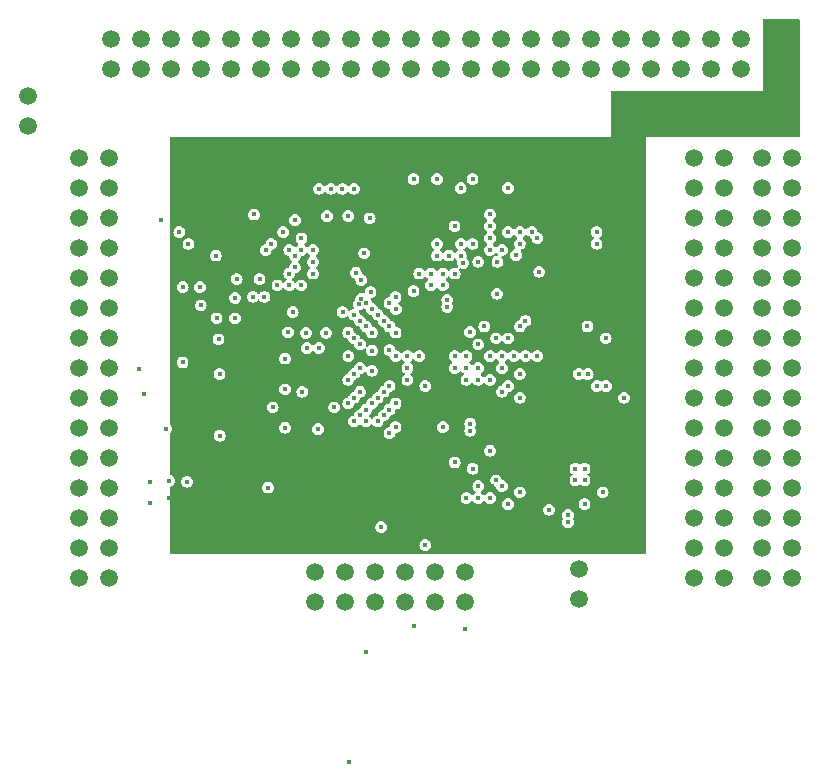
<source format=gbr>
G04 --- HEADER BEGIN --- *
G04 #@! TF.GenerationSoftware,LibrePCB,LibrePCB,1.1.0*
G04 #@! TF.CreationDate,2024-09-08T17:15:58*
G04 #@! TF.ProjectId,flasher,f4b07f79-14a2-4070-9d7d-1f686dcb10c4,v1*
G04 #@! TF.Part,Single*
G04 #@! TF.SameCoordinates*
G04 #@! TF.FileFunction,Copper,L9,Inr*
G04 #@! TF.FilePolarity,Positive*
%FSLAX66Y66*%
%MOMM*%
G01*
G75*
G04 --- HEADER END --- *
G04 --- APERTURE LIST BEGIN --- *
G04 #@! TA.AperFunction,ComponentPad*
%ADD10C,1.5*%
G04 #@! TA.AperFunction,ViaPad*
%ADD11C,0.7*%
%ADD12C,0.4*%
G04 #@! TA.AperFunction,Conductor*
%ADD13C,0.01*%
G04 #@! TD*
G04 --- APERTURE LIST END --- *
G04 --- BOARD BEGIN --- *
D10*
G04 #@! TO.N,P64_1V8*
G04 #@! TO.C,J2*
G04 #@! TO.P,J2,24,24*
X-24804000Y-10630000D03*
G04 #@! TO.N,P45_1V8*
G04 #@! TO.P,J2,2,2*
X-24804000Y17310000D03*
G04 #@! TO.N,P55_1V8*
G04 #@! TO.P,J2,18,18*
X-24804000Y-3010000D03*
G04 #@! TO.N,P53_1V8*
G04 #@! TO.P,J2,8,8*
X-24804000Y9690000D03*
G04 #@! TO.N,P68_1V8*
G04 #@! TO.P,J2,15,15*
X-27344000Y-470000D03*
G04 #@! TO.N,P61_1V8*
G04 #@! TO.P,J2,3,3*
X-27344000Y14770000D03*
G04 #@! TO.N,P72_1V8*
G04 #@! TO.P,J2,14,14*
X-24804000Y2070000D03*
G04 #@! TO.N,P43_1V8*
G04 #@! TO.P,J2,6,6*
X-24804000Y12230000D03*
G04 #@! TO.N,P49_1V8*
G04 #@! TO.P,J2,22,22*
X-24804000Y-8090000D03*
G04 #@! TO.N,P65_1V8*
G04 #@! TO.P,J2,12,12*
X-24804000Y4610000D03*
G04 #@! TO.N,P62_1V8*
G04 #@! TO.P,J2,26,26*
X-24804000Y-13170000D03*
G04 #@! TO.N,P52_1V8*
G04 #@! TO.P,J2,9,9*
X-27344000Y7150000D03*
G04 #@! TO.N,P46_1V8*
G04 #@! TO.P,J2,1,1*
X-27344000Y17310000D03*
G04 #@! TO.N,P50_1V8*
G04 #@! TO.P,J2,23,23*
X-27344000Y-10630000D03*
G04 #@! TO.N,P56_1V8*
G04 #@! TO.P,J2,13,13*
X-27344000Y2070000D03*
G04 #@! TO.N,P58_1V8*
G04 #@! TO.P,J2,19,19*
X-27344000Y-5550000D03*
G04 #@! TO.N,P59_1V8*
G04 #@! TO.P,J2,11,11*
X-27344000Y4610000D03*
G04 #@! TO.N,P54_1V8*
G04 #@! TO.P,J2,7,7*
X-27344000Y9690000D03*
G04 #@! TO.N,P44_1V8*
G04 #@! TO.P,J2,5,5*
X-27344000Y12230000D03*
G04 #@! TO.N,P60_1V8*
G04 #@! TO.P,J2,4,4*
X-24804000Y14770000D03*
G04 #@! TO.N,P66_1V8*
G04 #@! TO.P,J2,28,28*
X-24804000Y-15710000D03*
G04 #@! TO.N,P69_1V8*
G04 #@! TO.P,J2,29,29*
X-27344000Y-18250000D03*
G04 #@! TO.N,P70_1V8*
G04 #@! TO.P,J2,17,17*
X-27344000Y-3010000D03*
G04 #@! TO.N,P51_1V8*
G04 #@! TO.P,J2,30,30*
X-24804000Y-18250000D03*
G04 #@! TO.N,P71_1V8*
G04 #@! TO.P,J2,16,16*
X-24804000Y-470000D03*
G04 #@! TO.N,P47_1V8*
G04 #@! TO.P,J2,20,20*
X-24804000Y-5550000D03*
G04 #@! TO.N,P48_1V8*
G04 #@! TO.P,J2,21,21*
X-27344000Y-8090000D03*
G04 #@! TO.N,P67_1V8*
G04 #@! TO.P,J2,27,27*
X-27344000Y-15710000D03*
G04 #@! TO.N,P57_1V8*
G04 #@! TO.P,J2,10,10*
X-24804000Y7150000D03*
G04 #@! TO.N,P63_1V8*
G04 #@! TO.P,J2,25,25*
X-27344000Y-13170000D03*
G04 #@! TO.N,GND*
G04 #@! TO.C,J4*
G04 #@! TO.P,J4,2,2*
X-31589000Y19991000D03*
G04 #@! TO.N,+5V*
G04 #@! TO.P,J4,1,1*
X-31589000Y22531000D03*
G04 #@! TO.N,P38_3V3*
G04 #@! TO.C,J6*
G04 #@! TO.P,J6,26,26*
X27340000Y-13170000D03*
G04 #@! TO.N,P1_3V3*
G04 #@! TO.P,J6,4,4*
X27340000Y14770000D03*
G04 #@! TO.N,P24_3V3*
G04 #@! TO.P,J6,14,14*
X27340000Y2070000D03*
G04 #@! TO.N,P44_3V3*
G04 #@! TO.P,J6,21,21*
X24800000Y-8090000D03*
G04 #@! TO.N,P2_3V3*
G04 #@! TO.P,J6,6,6*
X27340000Y12230000D03*
G04 #@! TO.N,P26_3V3*
G04 #@! TO.P,J6,11,11*
X24800000Y4610000D03*
G04 #@! TO.N,P40_3V3*
G04 #@! TO.P,J6,28,28*
X27340000Y-15710000D03*
G04 #@! TO.N,P22_3V3*
G04 #@! TO.P,J6,16,16*
X27340000Y-470000D03*
G04 #@! TO.N,P48_3V3*
G04 #@! TO.P,J6,17,17*
X24800000Y-3010000D03*
G04 #@! TO.N,P7_3V3*
G04 #@! TO.P,J6,9,9*
X24800000Y7150000D03*
G04 #@! TO.N,P23_3V3*
G04 #@! TO.P,J6,13,13*
X24800000Y2070000D03*
G04 #@! TO.N,P3_3V3*
G04 #@! TO.P,J6,5,5*
X24800000Y12230000D03*
G04 #@! TO.N,P0_3V3*
G04 #@! TO.P,J6,2,2*
X27340000Y17310000D03*
G04 #@! TO.N,P45_3V3*
G04 #@! TO.P,J6,22,22*
X27340000Y-8090000D03*
G04 #@! TO.N,P35_3V3*
G04 #@! TO.P,J6,23,23*
X24800000Y-10630000D03*
G04 #@! TO.N,P37_3V3*
G04 #@! TO.P,J6,25,25*
X24800000Y-13170000D03*
G04 #@! TO.N,P9_3V3*
G04 #@! TO.P,J6,8,8*
X27340000Y9690000D03*
G04 #@! TO.N,P43_3V3*
G04 #@! TO.P,J6,18,18*
X27340000Y-3010000D03*
G04 #@! TO.N,P6_3V3*
G04 #@! TO.P,J6,7,7*
X24800000Y9690000D03*
G04 #@! TO.N,P49_3V3*
G04 #@! TO.P,J6,20,20*
X27340000Y-5550000D03*
G04 #@! TO.N,N/C*
G04 #@! TO.P,J6,15,15*
X24800000Y-470000D03*
G04 #@! TO.N,GND*
G04 #@! TO.P,J6,30,30*
X27340000Y-18250000D03*
G04 #@! TO.N,P5_3V3*
G04 #@! TO.P,J6,1,1*
X24800000Y17310000D03*
G04 #@! TO.N,P4_3V3*
G04 #@! TO.P,J6,3,3*
X24800000Y14770000D03*
G04 #@! TO.N,P8_3V3*
G04 #@! TO.P,J6,10,10*
X27340000Y7150000D03*
G04 #@! TO.N,P25_3V3*
G04 #@! TO.P,J6,12,12*
X27340000Y4610000D03*
G04 #@! TO.N,VCC3V3*
G04 #@! TO.P,J6,29,29*
X24800000Y-18250000D03*
G04 #@! TO.N,P42_3V3*
G04 #@! TO.P,J6,19,19*
X24800000Y-5550000D03*
G04 #@! TO.N,P41_3V3*
G04 #@! TO.P,J6,27,27*
X24800000Y-15710000D03*
G04 #@! TO.N,P36_3V3*
G04 #@! TO.P,J6,24,24*
X27340000Y-10630000D03*
G04 #@! TO.N,P29_1V8*
G04 #@! TO.C,J1*
G04 #@! TO.P,J1,42,42*
X26202000Y27340000D03*
G04 #@! TO.N,P41_1V8*
G04 #@! TO.P,J1,9,9*
X-14438000Y24800000D03*
G04 #@! TO.N,P0_1V8*
G04 #@! TO.P,J1,6,6*
X-19518000Y27340000D03*
G04 #@! TO.N,P30_1V8*
G04 #@! TO.P,J1,41,41*
X26202000Y24800000D03*
G04 #@! TO.N,P7_1V8*
G04 #@! TO.P,J1,19,19*
X-1738000Y24800000D03*
G04 #@! TO.N,P11_1V8*
G04 #@! TO.P,J1,26,26*
X5882000Y27340000D03*
G04 #@! TO.N,P1_1V8*
G04 #@! TO.P,J1,5,5*
X-19518000Y24800000D03*
G04 #@! TO.N,P40_1V8*
G04 #@! TO.P,J1,17,17*
X-4278000Y24800000D03*
G04 #@! TO.N,GND*
G04 #@! TO.P,J1,44,44*
X28742000Y27340000D03*
G04 #@! TO.N,P6_1V8*
G04 #@! TO.P,J1,8,8*
X-16978000Y27340000D03*
G04 #@! TO.N,P27_1V8*
G04 #@! TO.P,J1,40,40*
X23662000Y27340000D03*
G04 #@! TO.N,P22_1V8*
G04 #@! TO.P,J1,30,30*
X10962000Y27340000D03*
G04 #@! TO.N,P23_1V8*
G04 #@! TO.P,J1,31,31*
X13502000Y24800000D03*
G04 #@! TO.N,P34_1V8*
G04 #@! TO.P,J1,1,1*
X-24598000Y24800000D03*
G04 #@! TO.N,P21_1V8*
G04 #@! TO.P,J1,29,29*
X10962000Y24800000D03*
G04 #@! TO.N,P31_1V8*
G04 #@! TO.P,J1,34,34*
X16042000Y27340000D03*
G04 #@! TO.N,P32_1V8*
G04 #@! TO.P,J1,3,3*
X-22058000Y24800000D03*
G04 #@! TO.N,P12_1V8*
G04 #@! TO.P,J1,25,25*
X5882000Y24800000D03*
G04 #@! TO.N,P17_1V8*
G04 #@! TO.P,J1,24,24*
X3342000Y27340000D03*
G04 #@! TO.N,P33_1V8*
G04 #@! TO.P,J1,2,2*
X-24598000Y27340000D03*
G04 #@! TO.N,P20_1V8*
G04 #@! TO.P,J1,28,28*
X8422000Y27340000D03*
G04 #@! TO.N,P37_1V8*
G04 #@! TO.P,J1,16,16*
X-6818000Y27340000D03*
G04 #@! TO.N,P13_1V8*
G04 #@! TO.P,J1,22,22*
X802000Y27340000D03*
G04 #@! TO.N,P14_1V8*
G04 #@! TO.P,J1,38,38*
X21122000Y27340000D03*
G04 #@! TO.N,VCC1V8*
G04 #@! TO.P,J1,43,43*
X28742000Y24800000D03*
G04 #@! TO.N,P35_1V8*
G04 #@! TO.P,J1,13,13*
X-9358000Y24800000D03*
G04 #@! TO.N,P25_1V8*
G04 #@! TO.P,J1,33,33*
X16042000Y24800000D03*
G04 #@! TO.N,P2_1V8*
G04 #@! TO.P,J1,4,4*
X-22058000Y27340000D03*
G04 #@! TO.N,P19_1V8*
G04 #@! TO.P,J1,27,27*
X8422000Y24800000D03*
G04 #@! TO.N,P3_1V8*
G04 #@! TO.P,J1,7,7*
X-16978000Y24800000D03*
G04 #@! TO.N,P4_1V8*
G04 #@! TO.P,J1,11,11*
X-11898000Y24800000D03*
G04 #@! TO.N,P15_1V8*
G04 #@! TO.P,J1,35,35*
X18582000Y24800000D03*
G04 #@! TO.N,P8_1V8*
G04 #@! TO.P,J1,20,20*
X-1738000Y27340000D03*
G04 #@! TO.N,P28_1V8*
G04 #@! TO.P,J1,37,37*
X21122000Y24800000D03*
G04 #@! TO.N,P10_1V8*
G04 #@! TO.P,J1,21,21*
X802000Y24800000D03*
G04 #@! TO.N,P38_1V8*
G04 #@! TO.P,J1,18,18*
X-4278000Y27340000D03*
G04 #@! TO.N,P16_1V8*
G04 #@! TO.P,J1,36,36*
X18582000Y27340000D03*
G04 #@! TO.N,P18_1V8*
G04 #@! TO.P,J1,23,23*
X3342000Y24800000D03*
G04 #@! TO.N,P39_1V8*
G04 #@! TO.P,J1,15,15*
X-6818000Y24800000D03*
G04 #@! TO.N,P24_1V8*
G04 #@! TO.P,J1,32,32*
X13502000Y27340000D03*
G04 #@! TO.N,P9_1V8*
G04 #@! TO.P,J1,12,12*
X-11898000Y27340000D03*
G04 #@! TO.N,P36_1V8*
G04 #@! TO.P,J1,14,14*
X-9358000Y27340000D03*
G04 #@! TO.N,P26_1V8*
G04 #@! TO.P,J1,39,39*
X23662000Y24800000D03*
G04 #@! TO.N,P42_1V8*
G04 #@! TO.P,J1,10,10*
X-14438000Y27340000D03*
G04 #@! TO.N,GND*
G04 #@! TO.C,J8*
G04 #@! TO.P,J8,2,2*
X15040000Y-20070000D03*
G04 #@! TO.N,PROGRAM_B*
G04 #@! TO.P,J8,1,1*
X15040000Y-17530000D03*
G04 #@! TO.N,P57_3V3*
G04 #@! TO.C,J3*
G04 #@! TO.P,J3,24,24*
X33070000Y-10630000D03*
G04 #@! TO.N,P13_3V3*
G04 #@! TO.P,J3,2,2*
X33070000Y17310000D03*
G04 #@! TO.N,P33_3V3*
G04 #@! TO.P,J3,18,18*
X33070000Y-3010000D03*
G04 #@! TO.N,P11_3V3*
G04 #@! TO.P,J3,8,8*
X33070000Y9690000D03*
G04 #@! TO.N,P15_3V3*
G04 #@! TO.P,J3,15,15*
X30530000Y-470000D03*
G04 #@! TO.N,P27_3V3*
G04 #@! TO.P,J3,3,3*
X30530000Y14770000D03*
G04 #@! TO.N,P21_3V3*
G04 #@! TO.P,J3,14,14*
X33070000Y2070000D03*
G04 #@! TO.N,P10_3V3*
G04 #@! TO.P,J3,6,6*
X33070000Y12230000D03*
G04 #@! TO.N,P51_3V3*
G04 #@! TO.P,J3,22,22*
X33070000Y-8090000D03*
G04 #@! TO.N,P19_3V3*
G04 #@! TO.P,J3,12,12*
X33070000Y4610000D03*
G04 #@! TO.N,P55_3V3*
G04 #@! TO.P,J3,26,26*
X33070000Y-13170000D03*
G04 #@! TO.N,P18_3V3*
G04 #@! TO.P,J3,9,9*
X30530000Y7150000D03*
G04 #@! TO.N,N/C*
G04 #@! TO.P,J3,1,1*
X30530000Y17310000D03*
G04 #@! TO.N,P54_3V3*
G04 #@! TO.P,J3,23,23*
X30530000Y-10630000D03*
G04 #@! TO.N,P30_3V3*
G04 #@! TO.P,J3,13,13*
X30530000Y2070000D03*
G04 #@! TO.N,P29_3V3*
G04 #@! TO.P,J3,19,19*
X30530000Y-5550000D03*
G04 #@! TO.N,P20_3V3*
G04 #@! TO.P,J3,11,11*
X30530000Y4610000D03*
G04 #@! TO.N,P16_3V3*
G04 #@! TO.P,J3,7,7*
X30530000Y9690000D03*
G04 #@! TO.N,P12_3V3*
G04 #@! TO.P,J3,5,5*
X30530000Y12230000D03*
G04 #@! TO.N,P14_3V3*
G04 #@! TO.P,J3,4,4*
X33070000Y14770000D03*
G04 #@! TO.N,N/C*
G04 #@! TO.P,J3,28,28*
X33070000Y-15710000D03*
G04 #@! TO.N,P47_3V3*
G04 #@! TO.P,J3,29,29*
X30530000Y-18250000D03*
G04 #@! TO.N,P32_3V3*
G04 #@! TO.P,J3,17,17*
X30530000Y-3010000D03*
G04 #@! TO.N,P46_3V3*
G04 #@! TO.P,J3,30,30*
X33070000Y-18250000D03*
G04 #@! TO.N,P34_3V3*
G04 #@! TO.P,J3,16,16*
X33070000Y-470000D03*
G04 #@! TO.N,P31_3V3*
G04 #@! TO.P,J3,20,20*
X33070000Y-5550000D03*
G04 #@! TO.N,P50_3V3*
G04 #@! TO.P,J3,21,21*
X30530000Y-8090000D03*
G04 #@! TO.N,P52_3V3*
G04 #@! TO.P,J3,27,27*
X30530000Y-15710000D03*
G04 #@! TO.N,P17_3V3*
G04 #@! TO.P,J3,10,10*
X33070000Y7150000D03*
G04 #@! TO.N,P56_3V3*
G04 #@! TO.P,J3,25,25*
X30530000Y-13170000D03*
G04 #@! TO.N,N23*
G04 #@! TO.C,J5*
G04 #@! TO.P,J5,9,9*
X2817000Y-20270000D03*
G04 #@! TO.N,FLASH_VCC*
G04 #@! TO.P,J5,1,1*
X-7343000Y-20270000D03*
G04 #@! TO.N,GND*
G04 #@! TO.P,J5,4,4*
X-4803000Y-17730000D03*
G04 #@! TO.N,FLASH_SCK*
G04 #@! TO.P,J5,5,5*
X-2263000Y-20270000D03*
G04 #@! TO.N,VCC3V3*
G04 #@! TO.P,J5,2,2*
X-7343000Y-17730000D03*
G04 #@! TO.N,FLASH_VSS*
G04 #@! TO.P,J5,3,3*
X-4803000Y-20270000D03*
G04 #@! TO.N,CCLK*
G04 #@! TO.P,J5,6,6*
X-2263000Y-17730000D03*
G04 #@! TO.N,D0*
G04 #@! TO.P,J5,10,10*
X2817000Y-17730000D03*
G04 #@! TO.N,FLASH_CS*
G04 #@! TO.P,J5,11,11*
X5357000Y-20270000D03*
G04 #@! TO.N,FCS_B*
G04 #@! TO.P,J5,12,12*
X5357000Y-17730000D03*
G04 #@! TO.N,D1*
G04 #@! TO.P,J5,8,8*
X277000Y-17730000D03*
G04 #@! TO.N,N13*
G04 #@! TO.P,J5,7,7*
X277000Y-20270000D03*
D11*
G04 #@! TD.C*
G04 #@! TD.P*
G04 #@! TO.N,GND*
X-11651028Y-1955000D03*
D12*
X5501000Y-10676000D03*
X11200000Y9100000D03*
G04 #@! TO.N,VCC3V3*
X-4500000Y12400000D03*
G04 #@! TO.N,GND*
X-4500000Y10600000D03*
X32500000Y26600000D03*
X-300000Y-6476000D03*
X4499000Y-7672000D03*
G04 #@! TO.N,VCC3V3*
X-9855000Y325000D03*
G04 #@! TO.N,P71_1V8*
X-8500000Y6524000D03*
G04 #@! TO.N,P45_3V3*
X9018000Y-11994000D03*
G04 #@! TO.N,P28_1V8*
X10017000Y11042000D03*
G04 #@! TO.N,P70_1V8*
X-9500000Y6524000D03*
G04 #@! TO.N,GND*
X-14200000Y2700000D03*
G04 #@! TO.N,VCC1V8*
X-6000000Y14700000D03*
G04 #@! TO.N,VCC3V3*
X10497000Y3528000D03*
G04 #@! TO.N,GND*
X2125000Y5300000D03*
G04 #@! TO.N,VCC1V8*
X-7000000Y14700000D03*
G04 #@! TO.N,P36_1V8*
X3017000Y9042000D03*
G04 #@! TO.N,PGOOD1*
X-5700000Y-3800000D03*
G04 #@! TO.N,GND*
X-7168028Y3947000D03*
X7700000Y-10472000D03*
G04 #@! TO.N,VCC1V0*
X-4018000Y-4993000D03*
G04 #@! TO.N,VCC3V3*
X5825000Y-5776000D03*
G04 #@! TO.N,GND*
X31100000Y28000000D03*
X7575000Y-5776000D03*
G04 #@! TO.N,VCC1V8*
X-2500000Y1000000D03*
G04 #@! TO.N,GND*
X32500000Y28000000D03*
G04 #@! TO.N,MODE/SYNC/1.8V*
X-4993000Y4261000D03*
G04 #@! TO.N,VCC1V8*
X7500000Y12524000D03*
G04 #@! TO.N,P59_1V8*
X-9500000Y9525000D03*
G04 #@! TO.N,P3_3V3*
X15746000Y3042000D03*
G04 #@! TO.N,GND*
X7575000Y-5176000D03*
X3499000Y-4675000D03*
G04 #@! TO.N,P58_1V8*
X-18038000Y10042000D03*
G04 #@! TO.N,P54_1V8*
X-20348000Y12042000D03*
G04 #@! TO.N,GND*
X7701000Y-471000D03*
G04 #@! TO.N,P17_1V8*
X9017000Y14752000D03*
G04 #@! TO.N,INIT_B*
X-3018000Y-4993000D03*
G04 #@! TO.N,INTVCC*
X-2617000Y5959000D03*
G04 #@! TO.N,VCC1V8*
X-4500000Y-3475000D03*
G04 #@! TO.N,P30_1V8*
X16517000Y10042000D03*
G04 #@! TO.N,+5V*
X-9855000Y-5525000D03*
G04 #@! TO.N,VCC3V3*
X8501000Y-471000D03*
G04 #@! TO.N,GND*
X-7138028Y4557000D03*
X-6393000Y6771000D03*
D11*
X-12621028Y-1955000D03*
D12*
X-18300000Y-1025000D03*
G04 #@! TO.N,P65_1V8*
X-7500000Y8524000D03*
G04 #@! TO.N,VCC1V0*
X-2501000Y4525000D03*
X-3018000Y5042000D03*
G04 #@! TO.N,P69_1V8*
X-12018000Y7042000D03*
G04 #@! TO.N,VCC1V8*
X8125000Y8524000D03*
X-11499000Y9522000D03*
G04 #@! TO.N,GND*
X-18270000Y-11503000D03*
G04 #@! TO.N,P7_3V3*
X9017000Y2042000D03*
G04 #@! TO.N,GND*
X2125000Y4700000D03*
G04 #@! TO.N,P18_3V3*
X15768000Y-994000D03*
G04 #@! TO.N,VCC3V3*
X14097000Y-13514000D03*
G04 #@! TO.N,P55_3V3*
X14728000Y-9994000D03*
G04 #@! TO.N,GND*
X-6300000Y10600000D03*
X31800000Y28000000D03*
G04 #@! TO.N,VCC1V0*
X-500000Y-5480000D03*
X-1018000Y-5993000D03*
G04 #@! TO.N,GND*
X-9618000Y1749000D03*
G04 #@! TO.N,D2*
X500000Y-475000D03*
X1018000Y-22282000D03*
G04 #@! TO.N,P29_1V8*
X11017000Y11042000D03*
G04 #@! TO.N,VCC3V3*
X12500000Y-12475000D03*
D11*
G04 #@! TO.N,GND*
X-13591028Y-3273000D03*
D12*
G04 #@! TO.N,VCC3V3*
X11665000Y7674000D03*
G04 #@! TO.N,P52_3V3*
X6500000Y-10476000D03*
G04 #@! TO.N,P68_1V8*
X-9500000Y7524000D03*
G04 #@! TO.N,VCC3V3*
X5809000Y2564000D03*
G04 #@! TO.N,GND*
X-7300000Y2500000D03*
G04 #@! TO.N,P12_3V3*
X9500000Y524000D03*
G04 #@! TO.N,+5V*
X-7063000Y-5641000D03*
G04 #@! TO.N,VCC1V8*
X-5000000Y14700000D03*
G04 #@! TO.N,P0_1V8*
X3017000Y15522000D03*
G04 #@! TO.N,P57_1V8*
X-10018000Y11042000D03*
G04 #@! TO.N,VFB2*
X-15655000Y3735000D03*
G04 #@! TO.N,P17_3V3*
X14998000Y-994000D03*
G04 #@! TO.N,GND*
X-7000000Y13900000D03*
G04 #@! TO.N,INTVCC*
X-3400000Y5390000D03*
G04 #@! TO.N,GND*
X-19670000Y-11503000D03*
G04 #@! TO.N,+5V*
X-19934000Y-5605000D03*
G04 #@! TO.N,P69_1V8*
X-13958000Y7042000D03*
G04 #@! TO.N,VCC1V0*
X-1499000Y-4476000D03*
G04 #@! TO.N,VCC1V8*
X5200000Y8427000D03*
G04 #@! TO.N,GND*
X-5613000Y-5641000D03*
G04 #@! TO.N,P49_3V3*
X17038000Y-10994000D03*
G04 #@! TO.N,VCC3V3*
X5501000Y-11476000D03*
G04 #@! TO.N,PGOOD1*
X-10900000Y-3800000D03*
G04 #@! TO.N,P7_1V8*
X6017000Y10042000D03*
G04 #@! TO.N,P60_1V8*
X-8500000Y9525000D03*
G04 #@! TO.N,VCC1V0*
X-1018000Y-1993000D03*
G04 #@! TO.N,P34_3V3*
X8500000Y-2476000D03*
D11*
G04 #@! TO.N,GND*
X-13591028Y-4589000D03*
D12*
G04 #@! TO.N,P72_1V8*
X-9018000Y8042000D03*
G04 #@! TO.N,P32_1V8*
X1017000Y15522000D03*
G04 #@! TO.N,P40_1V8*
X4500000Y7524000D03*
G04 #@! TO.N,P57_3V3*
X6018000Y-8994000D03*
G04 #@! TO.N,P37_1V8*
X4017000Y9042000D03*
G04 #@! TO.N,P7_1V8*
X6017000Y15522000D03*
G04 #@! TO.N,P41_1V8*
X2500000Y6524000D03*
G04 #@! TO.N,VCC3V3*
X-18520000Y6385000D03*
G04 #@! TO.N,P57_1V8*
X-18808000Y11042000D03*
G04 #@! TO.N,P15_1V8*
X7500000Y10525000D03*
G04 #@! TO.N,GND*
X31800000Y26600000D03*
G04 #@! TO.N,VCC1V8*
X-9618000Y2549000D03*
G04 #@! TO.N,GND*
X-4500000Y-2675000D03*
G04 #@! TO.N,VCC3V3*
X-6300000Y12400000D03*
G04 #@! TO.N,D3*
X-2982000Y-24500000D03*
X500000Y524000D03*
G04 #@! TO.N,P54_3V3*
X15498000Y-9994000D03*
G04 #@! TO.N,VCC1V8*
X-19670000Y-10003000D03*
G04 #@! TO.N,VCC3V3*
X-2700000Y12200000D03*
G04 #@! TO.N,MODE/SYNC/1.8V*
X-3400000Y6975000D03*
G04 #@! TO.N,GND*
X-5300000Y524000D03*
X-2325000Y7600000D03*
G04 #@! TO.N,D1*
X2018000Y-15474000D03*
G04 #@! TO.N,P51_3V3*
X14728000Y-8994000D03*
D11*
G04 #@! TO.N,GND*
X-12621028Y-3273000D03*
D12*
G04 #@! TO.N,P19_3V3*
X9018000Y-1994000D03*
G04 #@! TO.N,GND*
X-2700000Y10800000D03*
G04 #@! TO.N,+5V*
X-14088000Y5461000D03*
G04 #@! TO.N,VCC1V8*
X-8100000Y2500000D03*
G04 #@! TO.N,CLK_27MHZ*
X6500000Y8524000D03*
G04 #@! TO.N,VCC1V8*
X-21270000Y-10103000D03*
G04 #@! TO.N,VCC3V3*
X8500000Y-10472000D03*
G04 #@! TO.N,P13_3V3*
X7017000Y3042000D03*
G04 #@! TO.N,P14_3V3*
X6497000Y1522000D03*
G04 #@! TO.N,VCC1V0*
X-1476000Y3500000D03*
X-2018000Y4042000D03*
G04 #@! TO.N,P29_1V8*
X16517000Y11042000D03*
G04 #@! TO.N,VCC1V0*
X-3018000Y3042000D03*
G04 #@! TO.N,VCC3V3*
X11501000Y524000D03*
G04 #@! TO.N,VCC1V8*
X-10500000Y6524000D03*
G04 #@! TO.N,GND*
X-6943000Y-2489000D03*
G04 #@! TO.N,VCC1V0*
X-1018000Y1042000D03*
X-500000Y524000D03*
G04 #@! TO.N,GND*
X6697000Y-7472000D03*
G04 #@! TO.N,VCC1V8*
X-11300000Y-10600000D03*
G04 #@! TO.N,GND*
X-18325000Y800000D03*
G04 #@! TO.N,VCC3V3*
X-1718000Y-13938000D03*
G04 #@! TO.N,INTVCC*
X-3614000Y4911000D03*
G04 #@! TO.N,VCC1V0*
X-3500000Y1525000D03*
G04 #@! TO.N,GND*
X8500000Y10325000D03*
G04 #@! TO.N,P38_1V8*
X5017000Y9042000D03*
G04 #@! TO.N,VCC1V8*
X8499000Y9522000D03*
X-4500000Y524000D03*
G04 #@! TO.N,P0_1V8*
X3017000Y10042000D03*
G04 #@! TO.N,P35_1V8*
X1500000Y7525000D03*
G04 #@! TO.N,GND*
X-12299000Y9522000D03*
G04 #@! TO.N,VCC3V3*
X7497000Y-7472000D03*
G04 #@! TO.N,GND*
X-3700000Y-1475000D03*
G04 #@! TO.N,CLK_3V3_29.5MHZ*
X7500000Y525000D03*
G04 #@! TO.N,GND*
X10700000Y10524000D03*
G04 #@! TO.N,P22_3V3*
X10018000Y-2994000D03*
G04 #@! TO.N,VFB2*
X-15405000Y-975000D03*
G04 #@! TO.N,VCC1V8*
X2500000Y7525000D03*
X-12602000Y5564000D03*
G04 #@! TO.N,VCC3V3*
X8092000Y5812000D03*
G04 #@! TO.N,VCC1V8*
X-4000000Y14700000D03*
G04 #@! TO.N,P30_3V3*
X5500000Y524000D03*
G04 #@! TO.N,P58_1V8*
X-11018000Y10042000D03*
G04 #@! TO.N,+5V*
X-9213000Y4261000D03*
G04 #@! TO.N,P16_1V8*
X7500000Y11524000D03*
G04 #@! TO.N,VCC1V0*
X-4018000Y2042000D03*
G04 #@! TO.N,GND*
X-6000000Y13900000D03*
G04 #@! TO.N,P29_3V3*
X4500000Y524000D03*
G04 #@! TO.N,P39_1V8*
X3500000Y7524000D03*
G04 #@! TO.N,GND*
X-6648028Y3947000D03*
G04 #@! TO.N,VCC1V8*
X-12500000Y12522000D03*
G04 #@! TO.N,P45_3V3*
X15498000Y-11994000D03*
G04 #@! TO.N,MODE/SYNC/1.8V*
X-3875000Y7600000D03*
G04 #@! TO.N,P46_3V3*
X7500000Y-11476000D03*
G04 #@! TO.N,VCC1V0*
X-1500000Y-2476000D03*
X-2018000Y-2993000D03*
G04 #@! TO.N,VCC1V8*
X-7493000Y7523000D03*
G04 #@! TO.N,P56_3V3*
X8018000Y-9994000D03*
G04 #@! TO.N,P49_3V3*
X10018000Y-10994000D03*
G04 #@! TO.N,LED1*
X-18536000Y-8000D03*
G04 #@! TO.N,VCC1V0*
X-2499000Y2524000D03*
X-3018000Y-3993000D03*
G04 #@! TO.N,GND*
X-8470000Y11307000D03*
G04 #@! TO.N,P31_3V3*
X5500000Y-475000D03*
G04 #@! TO.N,VCC3V3*
X4499000Y-8472000D03*
X-21800000Y-2650000D03*
G04 #@! TO.N,P42_1V8*
X3500000Y6524000D03*
G04 #@! TO.N,VCC1V8*
X-3157000Y9240000D03*
G04 #@! TO.N,GND*
X-9500000Y-10600000D03*
G04 #@! TO.N,VCC3V3*
X5825000Y-5176000D03*
X-7000000Y1225000D03*
G04 #@! TO.N,GND*
X5806000Y1764000D03*
G04 #@! TO.N,VCC1V8*
X-6393000Y2503000D03*
X4489000Y11524000D03*
G04 #@! TO.N,GND*
X32500000Y27300000D03*
G04 #@! TO.N,VCC3V3*
X14097000Y-12914000D03*
D11*
G04 #@! TO.N,GND*
X-11651028Y-5905000D03*
D12*
G04 #@! TO.N,VCC1V0*
X-2500000Y-3475000D03*
G04 #@! TO.N,GND*
X-8293000Y7523000D03*
G04 #@! TO.N,P50_3V3*
X15498000Y-8994000D03*
G04 #@! TO.N,GND*
X-6503000Y7920000D03*
X-2500000Y-1500000D03*
G04 #@! TO.N,VCC1V0*
X-3500000Y-475000D03*
G04 #@! TO.N,GND*
X-21270000Y-11903000D03*
G04 #@! TO.N,FCS_B*
X4500000Y-476000D03*
G04 #@! TO.N,VCC1V0*
X-4018000Y-2993000D03*
G04 #@! TO.N,GND*
X-7664028Y4577000D03*
X-7678028Y3957000D03*
G04 #@! TO.N,VCC1V0*
X-475000Y4500000D03*
X-1018000Y5042000D03*
G04 #@! TO.N,P54_1V8*
X-9018000Y12042000D03*
G04 #@! TO.N,VCC1V0*
X-3501000Y-2475000D03*
G04 #@! TO.N,VCC1V8*
X-4500000Y2524000D03*
X9700000Y9100000D03*
G04 #@! TO.N,VCC1V0*
X-2018000Y-4993000D03*
X-1018000Y3042000D03*
X-500000Y2524000D03*
G04 #@! TO.N,VCC3V3*
X-14105000Y3735000D03*
G04 #@! TO.N,VCC1V0*
X-3500000Y-4475000D03*
G04 #@! TO.N,P3_3V3*
X10017000Y3042000D03*
G04 #@! TO.N,VCC1V8*
X-4500000Y-1476000D03*
G04 #@! TO.N,GND*
X31100000Y26600000D03*
G04 #@! TO.N,CCLK*
X-500000Y5524000D03*
G04 #@! TO.N,P47_3V3*
X6500000Y-11476000D03*
G04 #@! TO.N,VCC1V8*
X-2500000Y-700000D03*
G04 #@! TO.N,GND*
X31100000Y27300000D03*
G04 #@! TO.N,P16_3V3*
X10018000Y-994000D03*
G04 #@! TO.N,P27_3V3*
X8017000Y2042000D03*
G04 #@! TO.N,VCC1V8*
X3875000Y4700000D03*
G04 #@! TO.N,P64_1V8*
X-15728000Y9042000D03*
G04 #@! TO.N,GND*
X31800000Y27300000D03*
G04 #@! TO.N,VCC1V0*
X-4018000Y-993000D03*
G04 #@! TO.N,VFB2*
X-17005000Y4824000D03*
G04 #@! TO.N,P10_3V3*
X10500000Y525000D03*
G04 #@! TO.N,VCC3V3*
X3499000Y-5475000D03*
G04 #@! TO.N,P32_3V3*
X6500000Y-1476000D03*
G04 #@! TO.N,GND*
X-11700000Y12522000D03*
G04 #@! TO.N,D1*
X2018000Y-1994000D03*
G04 #@! TO.N,FLASH_CS*
X-4418000Y-33833000D03*
G04 #@! TO.N,VCC3V3*
X5499000Y-1475000D03*
G04 #@! TO.N,P21_3V3*
X17308000Y-1994000D03*
G04 #@! TO.N,+5V*
X-8393000Y-2489000D03*
G04 #@! TO.N,VCC3V3*
X1500000Y525000D03*
G04 #@! TO.N,P64_1V8*
X-9018000Y9042000D03*
G04 #@! TO.N,GND*
X-18560000Y-5605000D03*
G04 #@! TO.N,VCC1V8*
X11500000Y10524000D03*
G04 #@! TO.N,GND*
X-3700000Y2525000D03*
G04 #@! TO.N,VCC1V8*
X-11602000Y5564000D03*
G04 #@! TO.N,GND*
X15847000Y-12914000D03*
X-5000000Y13900000D03*
G04 #@! TO.N,P15_3V3*
X6500000Y-476000D03*
G04 #@! TO.N,P17_1V8*
X9017000Y11042000D03*
G04 #@! TO.N,VCC1V8*
X-8470000Y10507000D03*
G04 #@! TO.N,P7_3V3*
X17286000Y2042000D03*
G04 #@! TO.N,GND*
X-2500000Y200000D03*
X-17200000Y-5605000D03*
X-11300000Y6524000D03*
G04 #@! TO.N,P32_1V8*
X1017000Y6042000D03*
G04 #@! TO.N,P11_3V3*
X8500000Y525000D03*
G04 #@! TO.N,VCC1V8*
X-18170000Y-10103000D03*
G04 #@! TO.N,GND*
X15847000Y-13514000D03*
X11700000Y-12475000D03*
X2300000Y525000D03*
G04 #@! TO.N,P4_1V8*
X5017000Y14752000D03*
G04 #@! TO.N,VCC1V8*
X3875000Y5300000D03*
G04 #@! TO.N,FLASH_CS*
X5357000Y-22570000D03*
G04 #@! TO.N,GND*
X-22186000Y-558000D03*
G04 #@! TO.N,P33_3V3*
X7500000Y-1476000D03*
G04 #@! TO.N,GND*
X-1817000Y5959000D03*
G04 #@! TO.N,D0*
X500000Y-1475000D03*
G04 #@! TO.N,VCC1V0*
X-3501000Y3525000D03*
X-4018000Y4042000D03*
G04 #@! TO.N,PGOOD1*
X-15400000Y-6200000D03*
G04 #@! TO.N,VFB2*
X-17070000Y6385000D03*
X-15490000Y1950000D03*
D11*
G04 #@! TO.N,GND*
X-13591028Y-1955000D03*
D12*
G04 #@! TO.N,P22_3V3*
X18848000Y-2994000D03*
G04 #@! TO.N,P30_1V8*
X10017000Y10042000D03*
G04 #@! TO.N,P20_3V3*
X16538000Y-1994000D03*
G04 #@! TO.N,+5V*
X-9855000Y-2275000D03*
G04 #@! TO.N,VCC1V0*
X-1018000Y-3993000D03*
X-500000Y-3476000D03*
G04 #@! TO.N,GND*
X-7674028Y5197000D03*
G04 #@! TO.N,P4_1V8*
X5017000Y10042000D03*
G04 #@! TO.N,P14_1V8*
X7500000Y9524000D03*
G04 #@! TO.N,GND*
X-15538000Y5461000D03*
X-4000000Y13900000D03*
D11*
X-11651028Y-3273000D03*
D12*
G04 #@! TO.N,P61_1V8*
X-7500000Y9524000D03*
G04 #@! TO.N,VCC3V3*
X-8000000Y1225000D03*
D13*
G04 #@! TA.AperFunction,Conductor*
G04 #@! TO.N,GND*
G36*
X-19600000Y-16100001D02*
X-19580500Y-16159328D01*
X-19500001Y-16200000D01*
X-18176494Y-16200000D01*
X-18176494Y-10602145D01*
X-18292916Y-10586818D01*
X-18305463Y-10583456D01*
X-18413947Y-10538520D01*
X-18425199Y-10532024D01*
X-18518352Y-10460544D01*
X-18527544Y-10451352D01*
X-18599024Y-10358199D01*
X-18605520Y-10346947D01*
X-18650456Y-10238463D01*
X-18653818Y-10225916D01*
X-18669145Y-10109494D01*
X-18669145Y-10096506D01*
X-18653818Y-9980084D01*
X-18650456Y-9967537D01*
X-18605520Y-9859053D01*
X-18599024Y-9847801D01*
X-18542494Y-9774130D01*
X-18542494Y-507145D01*
X-18658916Y-491818D01*
X-18671463Y-488456D01*
X-18779947Y-443520D01*
X-18791199Y-437024D01*
X-18884352Y-365544D01*
X-18893544Y-356352D01*
X-18965024Y-263199D01*
X-18971520Y-251947D01*
X-19016456Y-143463D01*
X-19019818Y-130916D01*
X-19035145Y-14494D01*
X-19035145Y-1506D01*
X-19019818Y114916D01*
X-19016456Y127463D01*
X-18971520Y235947D01*
X-18965024Y247199D01*
X-18893544Y340352D01*
X-18884352Y349544D01*
X-18791199Y421024D01*
X-18779947Y427520D01*
X-18671463Y472456D01*
X-18658916Y475818D01*
X-18542494Y491145D01*
X-18529506Y491145D01*
X-18526494Y490748D01*
X-18526494Y5885855D01*
X-18642916Y5901182D01*
X-18655463Y5904544D01*
X-18763947Y5949480D01*
X-18775199Y5955976D01*
X-18868352Y6027456D01*
X-18877544Y6036648D01*
X-18949024Y6129801D01*
X-18955520Y6141053D01*
X-19000456Y6249537D01*
X-19003818Y6262084D01*
X-19019145Y6378506D01*
X-19019145Y6391494D01*
X-19003818Y6507916D01*
X-19000456Y6520463D01*
X-18955520Y6628947D01*
X-18949024Y6640199D01*
X-18877544Y6733352D01*
X-18868352Y6742544D01*
X-18814494Y6783871D01*
X-18814494Y10542855D01*
X-18930916Y10558182D01*
X-18943463Y10561544D01*
X-19051947Y10606480D01*
X-19063199Y10612976D01*
X-19156352Y10684456D01*
X-19165544Y10693648D01*
X-19237024Y10786801D01*
X-19243520Y10798053D01*
X-19288456Y10906537D01*
X-19291818Y10919084D01*
X-19307145Y11035506D01*
X-19307145Y11048494D01*
X-19291818Y11164916D01*
X-19288456Y11177463D01*
X-19243520Y11285947D01*
X-19237024Y11297199D01*
X-19165544Y11390352D01*
X-19156352Y11399544D01*
X-19063199Y11471024D01*
X-19051947Y11477520D01*
X-18943463Y11522456D01*
X-18930916Y11525818D01*
X-18814494Y11541145D01*
X-18801506Y11541145D01*
X-18685084Y11525818D01*
X-18672537Y11522456D01*
X-18564053Y11477520D01*
X-18552801Y11471024D01*
X-18459648Y11399544D01*
X-18450456Y11390352D01*
X-18378976Y11297199D01*
X-18372480Y11285947D01*
X-18327544Y11177463D01*
X-18324182Y11164916D01*
X-18308855Y11048494D01*
X-18308855Y11035506D01*
X-18324182Y10919084D01*
X-18327544Y10906537D01*
X-18372480Y10798053D01*
X-18378976Y10786801D01*
X-18450456Y10693648D01*
X-18459648Y10684456D01*
X-18552801Y10612976D01*
X-18564053Y10606480D01*
X-18672537Y10561544D01*
X-18685084Y10558182D01*
X-18801506Y10542855D01*
X-18814494Y10542855D01*
X-18814494Y6783871D01*
X-18775199Y6814024D01*
X-18763947Y6820520D01*
X-18655463Y6865456D01*
X-18642916Y6868818D01*
X-18526494Y6884145D01*
X-18513506Y6884145D01*
X-18397084Y6868818D01*
X-18384537Y6865456D01*
X-18276053Y6820520D01*
X-18264801Y6814024D01*
X-18171648Y6742544D01*
X-18162456Y6733352D01*
X-18090976Y6640199D01*
X-18084480Y6628947D01*
X-18044494Y6532413D01*
X-18044494Y9542855D01*
X-18160916Y9558182D01*
X-18173463Y9561544D01*
X-18281947Y9606480D01*
X-18293199Y9612976D01*
X-18386352Y9684456D01*
X-18395544Y9693648D01*
X-18467024Y9786801D01*
X-18473520Y9798053D01*
X-18518456Y9906537D01*
X-18521818Y9919084D01*
X-18537145Y10035506D01*
X-18537145Y10048494D01*
X-18521818Y10164916D01*
X-18518456Y10177463D01*
X-18473520Y10285947D01*
X-18467024Y10297199D01*
X-18395544Y10390352D01*
X-18386352Y10399544D01*
X-18293199Y10471024D01*
X-18281947Y10477520D01*
X-18173463Y10522456D01*
X-18160916Y10525818D01*
X-18044494Y10541145D01*
X-18031506Y10541145D01*
X-17915084Y10525818D01*
X-17902537Y10522456D01*
X-17794053Y10477520D01*
X-17782801Y10471024D01*
X-17689648Y10399544D01*
X-17680456Y10390352D01*
X-17608976Y10297199D01*
X-17602480Y10285947D01*
X-17557544Y10177463D01*
X-17554182Y10164916D01*
X-17538855Y10048494D01*
X-17538855Y10035506D01*
X-17554182Y9919084D01*
X-17557544Y9906537D01*
X-17602480Y9798053D01*
X-17608976Y9786801D01*
X-17680456Y9693648D01*
X-17689648Y9684456D01*
X-17782801Y9612976D01*
X-17794053Y9606480D01*
X-17902537Y9561544D01*
X-17915084Y9558182D01*
X-18031506Y9542855D01*
X-18044494Y9542855D01*
X-18044494Y6532413D01*
X-18039544Y6520463D01*
X-18036182Y6507916D01*
X-18020855Y6391494D01*
X-18020855Y6378506D01*
X-18036182Y6262084D01*
X-18039544Y6249537D01*
X-18084480Y6141053D01*
X-18090976Y6129801D01*
X-18162456Y6036648D01*
X-18171648Y6027456D01*
X-18264801Y5955976D01*
X-18276053Y5949480D01*
X-18384537Y5904544D01*
X-18397084Y5901182D01*
X-18513506Y5885855D01*
X-18526494Y5885855D01*
X-18526494Y490748D01*
X-18413084Y475818D01*
X-18400537Y472456D01*
X-18292053Y427520D01*
X-18280801Y421024D01*
X-18187648Y349544D01*
X-18178456Y340352D01*
X-18106976Y247199D01*
X-18100480Y235947D01*
X-18055544Y127463D01*
X-18052182Y114916D01*
X-18036855Y-1506D01*
X-18036855Y-14494D01*
X-18052182Y-130916D01*
X-18055544Y-143463D01*
X-18100480Y-251947D01*
X-18106976Y-263199D01*
X-18178456Y-356352D01*
X-18187648Y-365544D01*
X-18280801Y-437024D01*
X-18292053Y-443520D01*
X-18400537Y-488456D01*
X-18413084Y-491818D01*
X-18529506Y-507145D01*
X-18542494Y-507145D01*
X-18542494Y-9774130D01*
X-18527544Y-9754648D01*
X-18518352Y-9745456D01*
X-18425199Y-9673976D01*
X-18413947Y-9667480D01*
X-18305463Y-9622544D01*
X-18292916Y-9619182D01*
X-18176494Y-9603855D01*
X-18163506Y-9603855D01*
X-18047084Y-9619182D01*
X-18034537Y-9622544D01*
X-17926053Y-9667480D01*
X-17914801Y-9673976D01*
X-17821648Y-9745456D01*
X-17812456Y-9754648D01*
X-17740976Y-9847801D01*
X-17734480Y-9859053D01*
X-17689544Y-9967537D01*
X-17686182Y-9980084D01*
X-17670855Y-10096506D01*
X-17670855Y-10109494D01*
X-17686182Y-10225916D01*
X-17689544Y-10238463D01*
X-17734480Y-10346947D01*
X-17740976Y-10358199D01*
X-17812456Y-10451352D01*
X-17821648Y-10460544D01*
X-17914801Y-10532024D01*
X-17926053Y-10538520D01*
X-18034537Y-10583456D01*
X-18047084Y-10586818D01*
X-18163506Y-10602145D01*
X-18176494Y-10602145D01*
X-18176494Y-16200000D01*
X-17011494Y-16200000D01*
X-17011494Y4324855D01*
X-17127916Y4340182D01*
X-17140463Y4343544D01*
X-17248947Y4388480D01*
X-17260199Y4394976D01*
X-17353352Y4466456D01*
X-17362544Y4475648D01*
X-17434024Y4568801D01*
X-17440520Y4580053D01*
X-17485456Y4688537D01*
X-17488818Y4701084D01*
X-17504145Y4817506D01*
X-17504145Y4830494D01*
X-17488818Y4946916D01*
X-17485456Y4959463D01*
X-17440520Y5067947D01*
X-17434024Y5079199D01*
X-17362544Y5172352D01*
X-17353352Y5181544D01*
X-17260199Y5253024D01*
X-17248947Y5259520D01*
X-17140463Y5304456D01*
X-17127916Y5307818D01*
X-17076494Y5314587D01*
X-17076494Y5885855D01*
X-17192916Y5901182D01*
X-17205463Y5904544D01*
X-17313947Y5949480D01*
X-17325199Y5955976D01*
X-17418352Y6027456D01*
X-17427544Y6036648D01*
X-17499024Y6129801D01*
X-17505520Y6141053D01*
X-17550456Y6249537D01*
X-17553818Y6262084D01*
X-17569145Y6378506D01*
X-17569145Y6391494D01*
X-17553818Y6507916D01*
X-17550456Y6520463D01*
X-17505520Y6628947D01*
X-17499024Y6640199D01*
X-17427544Y6733352D01*
X-17418352Y6742544D01*
X-17325199Y6814024D01*
X-17313947Y6820520D01*
X-17205463Y6865456D01*
X-17192916Y6868818D01*
X-17076494Y6884145D01*
X-17063506Y6884145D01*
X-16947084Y6868818D01*
X-16934537Y6865456D01*
X-16826053Y6820520D01*
X-16814801Y6814024D01*
X-16721648Y6742544D01*
X-16712456Y6733352D01*
X-16640976Y6640199D01*
X-16634480Y6628947D01*
X-16589544Y6520463D01*
X-16586182Y6507916D01*
X-16570855Y6391494D01*
X-16570855Y6378506D01*
X-16586182Y6262084D01*
X-16589544Y6249537D01*
X-16634480Y6141053D01*
X-16640976Y6129801D01*
X-16712456Y6036648D01*
X-16721648Y6027456D01*
X-16814801Y5955976D01*
X-16826053Y5949480D01*
X-16934537Y5904544D01*
X-16947084Y5901182D01*
X-17063506Y5885855D01*
X-17076494Y5885855D01*
X-17076494Y5314587D01*
X-17011494Y5323145D01*
X-16998506Y5323145D01*
X-16882084Y5307818D01*
X-16869537Y5304456D01*
X-16761053Y5259520D01*
X-16749801Y5253024D01*
X-16656648Y5181544D01*
X-16647456Y5172352D01*
X-16575976Y5079199D01*
X-16569480Y5067947D01*
X-16524544Y4959463D01*
X-16521182Y4946916D01*
X-16505855Y4830494D01*
X-16505855Y4817506D01*
X-16521182Y4701084D01*
X-16524544Y4688537D01*
X-16569480Y4580053D01*
X-16575976Y4568801D01*
X-16647456Y4475648D01*
X-16656648Y4466456D01*
X-16749801Y4394976D01*
X-16761053Y4388480D01*
X-16869537Y4343544D01*
X-16882084Y4340182D01*
X-16998506Y4324855D01*
X-17011494Y4324855D01*
X-17011494Y-16200000D01*
X-15406494Y-16200000D01*
X-15406494Y-6699145D01*
X-15522916Y-6683818D01*
X-15535463Y-6680456D01*
X-15643947Y-6635520D01*
X-15655199Y-6629024D01*
X-15748352Y-6557544D01*
X-15757544Y-6548352D01*
X-15829024Y-6455199D01*
X-15835520Y-6443947D01*
X-15880456Y-6335463D01*
X-15883818Y-6322916D01*
X-15899145Y-6206494D01*
X-15899145Y-6193506D01*
X-15883818Y-6077084D01*
X-15880456Y-6064537D01*
X-15835520Y-5956053D01*
X-15829024Y-5944801D01*
X-15757544Y-5851648D01*
X-15748352Y-5842456D01*
X-15655199Y-5770976D01*
X-15643947Y-5764480D01*
X-15535463Y-5719544D01*
X-15522916Y-5716182D01*
X-15411494Y-5701513D01*
X-15411494Y-1474145D01*
X-15527916Y-1458818D01*
X-15540463Y-1455456D01*
X-15648947Y-1410520D01*
X-15660199Y-1404024D01*
X-15753352Y-1332544D01*
X-15762544Y-1323352D01*
X-15834024Y-1230199D01*
X-15840520Y-1218947D01*
X-15885456Y-1110463D01*
X-15888818Y-1097916D01*
X-15904145Y-981494D01*
X-15904145Y-968506D01*
X-15888818Y-852084D01*
X-15885456Y-839537D01*
X-15840520Y-731053D01*
X-15834024Y-719801D01*
X-15762544Y-626648D01*
X-15753352Y-617456D01*
X-15660199Y-545976D01*
X-15648947Y-539480D01*
X-15540463Y-494544D01*
X-15527916Y-491182D01*
X-15496494Y-487045D01*
X-15496494Y1450855D01*
X-15612916Y1466182D01*
X-15625463Y1469544D01*
X-15733947Y1514480D01*
X-15745199Y1520976D01*
X-15838352Y1592456D01*
X-15847544Y1601648D01*
X-15919024Y1694801D01*
X-15925520Y1706053D01*
X-15970456Y1814537D01*
X-15973818Y1827084D01*
X-15989145Y1943506D01*
X-15989145Y1956494D01*
X-15973818Y2072916D01*
X-15970456Y2085463D01*
X-15925520Y2193947D01*
X-15919024Y2205199D01*
X-15847544Y2298352D01*
X-15838352Y2307544D01*
X-15745199Y2379024D01*
X-15733947Y2385520D01*
X-15661494Y2415531D01*
X-15661494Y3235855D01*
X-15777916Y3251182D01*
X-15790463Y3254544D01*
X-15898947Y3299480D01*
X-15910199Y3305976D01*
X-16003352Y3377456D01*
X-16012544Y3386648D01*
X-16084024Y3479801D01*
X-16090520Y3491053D01*
X-16135456Y3599537D01*
X-16138818Y3612084D01*
X-16154145Y3728506D01*
X-16154145Y3741494D01*
X-16138818Y3857916D01*
X-16135456Y3870463D01*
X-16090520Y3978947D01*
X-16084024Y3990199D01*
X-16012544Y4083352D01*
X-16003352Y4092544D01*
X-15910199Y4164024D01*
X-15898947Y4170520D01*
X-15790463Y4215456D01*
X-15777916Y4218818D01*
X-15734494Y4224534D01*
X-15734494Y8542855D01*
X-15850916Y8558182D01*
X-15863463Y8561544D01*
X-15971947Y8606480D01*
X-15983199Y8612976D01*
X-16076352Y8684456D01*
X-16085544Y8693648D01*
X-16157024Y8786801D01*
X-16163520Y8798053D01*
X-16208456Y8906537D01*
X-16211818Y8919084D01*
X-16227145Y9035506D01*
X-16227145Y9048494D01*
X-16211818Y9164916D01*
X-16208456Y9177463D01*
X-16163520Y9285947D01*
X-16157024Y9297199D01*
X-16085544Y9390352D01*
X-16076352Y9399544D01*
X-15983199Y9471024D01*
X-15971947Y9477520D01*
X-15863463Y9522456D01*
X-15850916Y9525818D01*
X-15734494Y9541145D01*
X-15721506Y9541145D01*
X-15605084Y9525818D01*
X-15592537Y9522456D01*
X-15484053Y9477520D01*
X-15472801Y9471024D01*
X-15379648Y9399544D01*
X-15370456Y9390352D01*
X-15298976Y9297199D01*
X-15292480Y9285947D01*
X-15247544Y9177463D01*
X-15244182Y9164916D01*
X-15228855Y9048494D01*
X-15228855Y9035506D01*
X-15244182Y8919084D01*
X-15247544Y8906537D01*
X-15292480Y8798053D01*
X-15298976Y8786801D01*
X-15370456Y8693648D01*
X-15379648Y8684456D01*
X-15472801Y8612976D01*
X-15484053Y8606480D01*
X-15592537Y8561544D01*
X-15605084Y8558182D01*
X-15721506Y8542855D01*
X-15734494Y8542855D01*
X-15734494Y4224534D01*
X-15661494Y4234145D01*
X-15648506Y4234145D01*
X-15532084Y4218818D01*
X-15519537Y4215456D01*
X-15411053Y4170520D01*
X-15399801Y4164024D01*
X-15306648Y4092544D01*
X-15297456Y4083352D01*
X-15225976Y3990199D01*
X-15219480Y3978947D01*
X-15174544Y3870463D01*
X-15171182Y3857916D01*
X-15155855Y3741494D01*
X-15155855Y3728506D01*
X-15171182Y3612084D01*
X-15174544Y3599537D01*
X-15219480Y3491053D01*
X-15225976Y3479801D01*
X-15297456Y3386648D01*
X-15306648Y3377456D01*
X-15399801Y3305976D01*
X-15411053Y3299480D01*
X-15519537Y3254544D01*
X-15532084Y3251182D01*
X-15648506Y3235855D01*
X-15661494Y3235855D01*
X-15661494Y2415531D01*
X-15625463Y2430456D01*
X-15612916Y2433818D01*
X-15496494Y2449145D01*
X-15483506Y2449145D01*
X-15367084Y2433818D01*
X-15354537Y2430456D01*
X-15246053Y2385520D01*
X-15234801Y2379024D01*
X-15141648Y2307544D01*
X-15132456Y2298352D01*
X-15060976Y2205199D01*
X-15054480Y2193947D01*
X-15009544Y2085463D01*
X-15006182Y2072916D01*
X-14990855Y1956494D01*
X-14990855Y1943506D01*
X-15006182Y1827084D01*
X-15009544Y1814537D01*
X-15054480Y1706053D01*
X-15060976Y1694801D01*
X-15132456Y1601648D01*
X-15141648Y1592456D01*
X-15234801Y1520976D01*
X-15246053Y1514480D01*
X-15354537Y1469544D01*
X-15367084Y1466182D01*
X-15483506Y1450855D01*
X-15496494Y1450855D01*
X-15496494Y-487045D01*
X-15411494Y-475855D01*
X-15398506Y-475855D01*
X-15282084Y-491182D01*
X-15269537Y-494544D01*
X-15161053Y-539480D01*
X-15149801Y-545976D01*
X-15056648Y-617456D01*
X-15047456Y-626648D01*
X-14975976Y-719801D01*
X-14969480Y-731053D01*
X-14924544Y-839537D01*
X-14921182Y-852084D01*
X-14905855Y-968506D01*
X-14905855Y-981494D01*
X-14921182Y-1097916D01*
X-14924544Y-1110463D01*
X-14969480Y-1218947D01*
X-14975976Y-1230199D01*
X-15047456Y-1323352D01*
X-15056648Y-1332544D01*
X-15149801Y-1404024D01*
X-15161053Y-1410520D01*
X-15269537Y-1455456D01*
X-15282084Y-1458818D01*
X-15398506Y-1474145D01*
X-15411494Y-1474145D01*
X-15411494Y-5701513D01*
X-15406494Y-5700855D01*
X-15393506Y-5700855D01*
X-15277084Y-5716182D01*
X-15264537Y-5719544D01*
X-15156053Y-5764480D01*
X-15144801Y-5770976D01*
X-15051648Y-5842456D01*
X-15042456Y-5851648D01*
X-14970976Y-5944801D01*
X-14964480Y-5956053D01*
X-14919544Y-6064537D01*
X-14916182Y-6077084D01*
X-14900855Y-6193506D01*
X-14900855Y-6206494D01*
X-14916182Y-6322916D01*
X-14919544Y-6335463D01*
X-14964480Y-6443947D01*
X-14970976Y-6455199D01*
X-15042456Y-6548352D01*
X-15051648Y-6557544D01*
X-15144801Y-6629024D01*
X-15156053Y-6635520D01*
X-15264537Y-6680456D01*
X-15277084Y-6683818D01*
X-15393506Y-6699145D01*
X-15406494Y-6699145D01*
X-15406494Y-16200000D01*
X-14111494Y-16200000D01*
X-14111494Y3235855D01*
X-14227916Y3251182D01*
X-14240463Y3254544D01*
X-14348947Y3299480D01*
X-14360199Y3305976D01*
X-14453352Y3377456D01*
X-14462544Y3386648D01*
X-14534024Y3479801D01*
X-14540520Y3491053D01*
X-14585456Y3599537D01*
X-14588818Y3612084D01*
X-14604145Y3728506D01*
X-14604145Y3741494D01*
X-14588818Y3857916D01*
X-14585456Y3870463D01*
X-14540520Y3978947D01*
X-14534024Y3990199D01*
X-14462544Y4083352D01*
X-14453352Y4092544D01*
X-14360199Y4164024D01*
X-14348947Y4170520D01*
X-14240463Y4215456D01*
X-14227916Y4218818D01*
X-14111494Y4234145D01*
X-14098506Y4234145D01*
X-14094494Y4233616D01*
X-14094494Y4961855D01*
X-14210916Y4977182D01*
X-14223463Y4980544D01*
X-14331947Y5025480D01*
X-14343199Y5031976D01*
X-14436352Y5103456D01*
X-14445544Y5112648D01*
X-14517024Y5205801D01*
X-14523520Y5217053D01*
X-14568456Y5325537D01*
X-14571818Y5338084D01*
X-14587145Y5454506D01*
X-14587145Y5467494D01*
X-14571818Y5583916D01*
X-14568456Y5596463D01*
X-14523520Y5704947D01*
X-14517024Y5716199D01*
X-14445544Y5809352D01*
X-14436352Y5818544D01*
X-14343199Y5890024D01*
X-14331947Y5896520D01*
X-14223463Y5941456D01*
X-14210916Y5944818D01*
X-14094494Y5960145D01*
X-14081506Y5960145D01*
X-13965084Y5944818D01*
X-13964494Y5944659D01*
X-13964494Y6542855D01*
X-14080916Y6558182D01*
X-14093463Y6561544D01*
X-14201947Y6606480D01*
X-14213199Y6612976D01*
X-14306352Y6684456D01*
X-14315544Y6693648D01*
X-14387024Y6786801D01*
X-14393520Y6798053D01*
X-14438456Y6906537D01*
X-14441818Y6919084D01*
X-14457145Y7035506D01*
X-14457145Y7048494D01*
X-14441818Y7164916D01*
X-14438456Y7177463D01*
X-14393520Y7285947D01*
X-14387024Y7297199D01*
X-14315544Y7390352D01*
X-14306352Y7399544D01*
X-14213199Y7471024D01*
X-14201947Y7477520D01*
X-14093463Y7522456D01*
X-14080916Y7525818D01*
X-13964494Y7541145D01*
X-13951506Y7541145D01*
X-13835084Y7525818D01*
X-13822537Y7522456D01*
X-13714053Y7477520D01*
X-13702801Y7471024D01*
X-13609648Y7399544D01*
X-13600456Y7390352D01*
X-13528976Y7297199D01*
X-13522480Y7285947D01*
X-13477544Y7177463D01*
X-13474182Y7164916D01*
X-13458855Y7048494D01*
X-13458855Y7035506D01*
X-13474182Y6919084D01*
X-13477544Y6906537D01*
X-13522480Y6798053D01*
X-13528976Y6786801D01*
X-13600456Y6693648D01*
X-13609648Y6684456D01*
X-13702801Y6612976D01*
X-13714053Y6606480D01*
X-13822537Y6561544D01*
X-13835084Y6558182D01*
X-13951506Y6542855D01*
X-13964494Y6542855D01*
X-13964494Y5944659D01*
X-13952537Y5941456D01*
X-13844053Y5896520D01*
X-13832801Y5890024D01*
X-13739648Y5818544D01*
X-13730456Y5809352D01*
X-13658976Y5716199D01*
X-13652480Y5704947D01*
X-13607544Y5596463D01*
X-13604182Y5583916D01*
X-13588855Y5467494D01*
X-13588855Y5454506D01*
X-13604182Y5338084D01*
X-13607544Y5325537D01*
X-13652480Y5217053D01*
X-13658976Y5205801D01*
X-13730456Y5112648D01*
X-13739648Y5103456D01*
X-13832801Y5031976D01*
X-13844053Y5025480D01*
X-13952537Y4980544D01*
X-13965084Y4977182D01*
X-14081506Y4961855D01*
X-14094494Y4961855D01*
X-14094494Y4233616D01*
X-13982084Y4218818D01*
X-13969537Y4215456D01*
X-13861053Y4170520D01*
X-13849801Y4164024D01*
X-13756648Y4092544D01*
X-13747456Y4083352D01*
X-13675976Y3990199D01*
X-13669480Y3978947D01*
X-13624544Y3870463D01*
X-13621182Y3857916D01*
X-13605855Y3741494D01*
X-13605855Y3728506D01*
X-13621182Y3612084D01*
X-13624544Y3599537D01*
X-13669480Y3491053D01*
X-13675976Y3479801D01*
X-13747456Y3386648D01*
X-13756648Y3377456D01*
X-13849801Y3305976D01*
X-13861053Y3299480D01*
X-13969537Y3254544D01*
X-13982084Y3251182D01*
X-14098506Y3235855D01*
X-14111494Y3235855D01*
X-14111494Y-16200000D01*
X-12608494Y-16200000D01*
X-12608494Y5064855D01*
X-12724916Y5080182D01*
X-12737463Y5083544D01*
X-12845947Y5128480D01*
X-12857199Y5134976D01*
X-12950352Y5206456D01*
X-12959544Y5215648D01*
X-13031024Y5308801D01*
X-13037520Y5320053D01*
X-13082456Y5428537D01*
X-13085818Y5441084D01*
X-13101145Y5557506D01*
X-13101145Y5570494D01*
X-13085818Y5686916D01*
X-13082456Y5699463D01*
X-13037520Y5807947D01*
X-13031024Y5819199D01*
X-12959544Y5912352D01*
X-12950352Y5921544D01*
X-12857199Y5993024D01*
X-12845947Y5999520D01*
X-12737463Y6044456D01*
X-12724916Y6047818D01*
X-12608494Y6063145D01*
X-12595506Y6063145D01*
X-12479084Y6047818D01*
X-12466537Y6044456D01*
X-12358053Y5999520D01*
X-12346801Y5993024D01*
X-12253648Y5921544D01*
X-12244456Y5912352D01*
X-12181334Y5830091D01*
X-12129747Y5794895D01*
X-12067339Y5797167D01*
X-12024494Y5828743D01*
X-12024494Y6542855D01*
X-12140916Y6558182D01*
X-12153463Y6561544D01*
X-12261947Y6606480D01*
X-12273199Y6612976D01*
X-12366352Y6684456D01*
X-12375544Y6693648D01*
X-12447024Y6786801D01*
X-12453520Y6798053D01*
X-12498456Y6906537D01*
X-12501818Y6919084D01*
X-12517145Y7035506D01*
X-12517145Y7048494D01*
X-12506494Y7129397D01*
X-12506494Y12022855D01*
X-12622916Y12038182D01*
X-12635463Y12041544D01*
X-12743947Y12086480D01*
X-12755199Y12092976D01*
X-12848352Y12164456D01*
X-12857544Y12173648D01*
X-12929024Y12266801D01*
X-12935520Y12278053D01*
X-12980456Y12386537D01*
X-12983818Y12399084D01*
X-12999145Y12515506D01*
X-12999145Y12528494D01*
X-12983818Y12644916D01*
X-12980456Y12657463D01*
X-12935520Y12765947D01*
X-12929024Y12777199D01*
X-12857544Y12870352D01*
X-12848352Y12879544D01*
X-12755199Y12951024D01*
X-12743947Y12957520D01*
X-12635463Y13002456D01*
X-12622916Y13005818D01*
X-12506494Y13021145D01*
X-12493506Y13021145D01*
X-12377084Y13005818D01*
X-12364537Y13002456D01*
X-12256053Y12957520D01*
X-12244801Y12951024D01*
X-12151648Y12879544D01*
X-12142456Y12870352D01*
X-12070976Y12777199D01*
X-12064480Y12765947D01*
X-12019544Y12657463D01*
X-12016182Y12644916D01*
X-12000855Y12528494D01*
X-12000855Y12515506D01*
X-12016182Y12399084D01*
X-12019544Y12386537D01*
X-12064480Y12278053D01*
X-12070976Y12266801D01*
X-12142456Y12173648D01*
X-12151648Y12164456D01*
X-12244801Y12092976D01*
X-12256053Y12086480D01*
X-12364537Y12041544D01*
X-12377084Y12038182D01*
X-12493506Y12022855D01*
X-12506494Y12022855D01*
X-12506494Y7129397D01*
X-12501818Y7164916D01*
X-12498456Y7177463D01*
X-12453520Y7285947D01*
X-12447024Y7297199D01*
X-12375544Y7390352D01*
X-12366352Y7399544D01*
X-12273199Y7471024D01*
X-12261947Y7477520D01*
X-12153463Y7522456D01*
X-12140916Y7525818D01*
X-12024494Y7541145D01*
X-12011506Y7541145D01*
X-11895084Y7525818D01*
X-11882537Y7522456D01*
X-11774053Y7477520D01*
X-11762801Y7471024D01*
X-11669648Y7399544D01*
X-11660456Y7390352D01*
X-11588976Y7297199D01*
X-11582480Y7285947D01*
X-11537544Y7177463D01*
X-11534182Y7164916D01*
X-11518855Y7048494D01*
X-11518855Y7035506D01*
X-11534182Y6919084D01*
X-11537544Y6906537D01*
X-11582480Y6798053D01*
X-11588976Y6786801D01*
X-11660456Y6693648D01*
X-11669648Y6684456D01*
X-11762801Y6612976D01*
X-11774053Y6606480D01*
X-11882537Y6561544D01*
X-11895084Y6558182D01*
X-12011506Y6542855D01*
X-12024494Y6542855D01*
X-12024494Y5828743D01*
X-12022666Y5830091D01*
X-11959544Y5912352D01*
X-11950352Y5921544D01*
X-11857199Y5993024D01*
X-11845947Y5999520D01*
X-11737463Y6044456D01*
X-11724916Y6047818D01*
X-11608494Y6063145D01*
X-11595506Y6063145D01*
X-11505494Y6051294D01*
X-11505494Y9022855D01*
X-11621916Y9038182D01*
X-11634463Y9041544D01*
X-11742947Y9086480D01*
X-11754199Y9092976D01*
X-11847352Y9164456D01*
X-11856544Y9173648D01*
X-11928024Y9266801D01*
X-11934520Y9278053D01*
X-11979456Y9386537D01*
X-11982818Y9399084D01*
X-11998145Y9515506D01*
X-11998145Y9528494D01*
X-11982818Y9644916D01*
X-11979456Y9657463D01*
X-11934520Y9765947D01*
X-11928024Y9777199D01*
X-11856544Y9870352D01*
X-11847352Y9879544D01*
X-11754199Y9951024D01*
X-11742947Y9957520D01*
X-11634463Y10002456D01*
X-11621916Y10005818D01*
X-11597091Y10009086D01*
X-11540817Y10036163D01*
X-11510999Y10095178D01*
X-11501818Y10164916D01*
X-11498456Y10177463D01*
X-11453520Y10285947D01*
X-11447024Y10297199D01*
X-11375544Y10390352D01*
X-11366352Y10399544D01*
X-11273199Y10471024D01*
X-11261947Y10477520D01*
X-11153463Y10522456D01*
X-11140916Y10525818D01*
X-11024494Y10541145D01*
X-11011506Y10541145D01*
X-10895084Y10525818D01*
X-10882537Y10522456D01*
X-10774053Y10477520D01*
X-10762801Y10471024D01*
X-10669648Y10399544D01*
X-10660456Y10390352D01*
X-10588976Y10297199D01*
X-10582480Y10285947D01*
X-10537544Y10177463D01*
X-10534182Y10164916D01*
X-10518855Y10048494D01*
X-10518855Y10035506D01*
X-10534182Y9919084D01*
X-10537544Y9906537D01*
X-10582480Y9798053D01*
X-10588976Y9786801D01*
X-10660456Y9693648D01*
X-10669648Y9684456D01*
X-10762801Y9612976D01*
X-10774053Y9606480D01*
X-10882537Y9561544D01*
X-10895084Y9558182D01*
X-10919909Y9554914D01*
X-10976183Y9527837D01*
X-11006001Y9468822D01*
X-11015182Y9399084D01*
X-11018544Y9386537D01*
X-11063480Y9278053D01*
X-11069976Y9266801D01*
X-11141456Y9173648D01*
X-11150648Y9164456D01*
X-11243801Y9092976D01*
X-11255053Y9086480D01*
X-11363537Y9041544D01*
X-11376084Y9038182D01*
X-11492506Y9022855D01*
X-11505494Y9022855D01*
X-11505494Y6051294D01*
X-11479084Y6047818D01*
X-11466537Y6044456D01*
X-11358053Y5999520D01*
X-11346801Y5993024D01*
X-11253648Y5921544D01*
X-11244456Y5912352D01*
X-11172976Y5819199D01*
X-11166480Y5807947D01*
X-11121544Y5699463D01*
X-11118182Y5686916D01*
X-11102855Y5570494D01*
X-11102855Y5557506D01*
X-11118182Y5441084D01*
X-11121544Y5428537D01*
X-11166480Y5320053D01*
X-11172976Y5308801D01*
X-11244456Y5215648D01*
X-11253648Y5206456D01*
X-11346801Y5134976D01*
X-11358053Y5128480D01*
X-11466537Y5083544D01*
X-11479084Y5080182D01*
X-11595506Y5064855D01*
X-11608494Y5064855D01*
X-11724916Y5080182D01*
X-11737463Y5083544D01*
X-11845947Y5128480D01*
X-11857199Y5134976D01*
X-11950352Y5206456D01*
X-11959544Y5215648D01*
X-12022666Y5297909D01*
X-12074253Y5333105D01*
X-12136661Y5330833D01*
X-12181334Y5297909D01*
X-12244456Y5215648D01*
X-12253648Y5206456D01*
X-12346801Y5134976D01*
X-12358053Y5128480D01*
X-12466537Y5083544D01*
X-12479084Y5080182D01*
X-12595506Y5064855D01*
X-12608494Y5064855D01*
X-12608494Y-16200000D01*
X-11306494Y-16200000D01*
X-11306494Y-11099145D01*
X-11422916Y-11083818D01*
X-11435463Y-11080456D01*
X-11543947Y-11035520D01*
X-11555199Y-11029024D01*
X-11648352Y-10957544D01*
X-11657544Y-10948352D01*
X-11729024Y-10855199D01*
X-11735520Y-10843947D01*
X-11780456Y-10735463D01*
X-11783818Y-10722916D01*
X-11799145Y-10606494D01*
X-11799145Y-10593506D01*
X-11783818Y-10477084D01*
X-11780456Y-10464537D01*
X-11735520Y-10356053D01*
X-11729024Y-10344801D01*
X-11657544Y-10251648D01*
X-11648352Y-10242456D01*
X-11555199Y-10170976D01*
X-11543947Y-10164480D01*
X-11435463Y-10119544D01*
X-11422916Y-10116182D01*
X-11306494Y-10100855D01*
X-11293506Y-10100855D01*
X-11177084Y-10116182D01*
X-11164537Y-10119544D01*
X-11056053Y-10164480D01*
X-11044801Y-10170976D01*
X-10951648Y-10242456D01*
X-10942456Y-10251648D01*
X-10906494Y-10298513D01*
X-10906494Y-4299145D01*
X-11022916Y-4283818D01*
X-11035463Y-4280456D01*
X-11143947Y-4235520D01*
X-11155199Y-4229024D01*
X-11248352Y-4157544D01*
X-11257544Y-4148352D01*
X-11329024Y-4055199D01*
X-11335520Y-4043947D01*
X-11380456Y-3935463D01*
X-11383818Y-3922916D01*
X-11399145Y-3806494D01*
X-11399145Y-3793506D01*
X-11383818Y-3677084D01*
X-11380456Y-3664537D01*
X-11335520Y-3556053D01*
X-11329024Y-3544801D01*
X-11257544Y-3451648D01*
X-11248352Y-3442456D01*
X-11155199Y-3370976D01*
X-11143947Y-3364480D01*
X-11035463Y-3319544D01*
X-11022916Y-3316182D01*
X-10906494Y-3300855D01*
X-10893506Y-3300855D01*
X-10777084Y-3316182D01*
X-10764537Y-3319544D01*
X-10656053Y-3364480D01*
X-10644801Y-3370976D01*
X-10551648Y-3442456D01*
X-10542456Y-3451648D01*
X-10506494Y-3498513D01*
X-10506494Y6024855D01*
X-10622916Y6040182D01*
X-10635463Y6043544D01*
X-10743947Y6088480D01*
X-10755199Y6094976D01*
X-10848352Y6166456D01*
X-10857544Y6175648D01*
X-10929024Y6268801D01*
X-10935520Y6280053D01*
X-10980456Y6388537D01*
X-10983818Y6401084D01*
X-10999145Y6517506D01*
X-10999145Y6530494D01*
X-10983818Y6646916D01*
X-10980456Y6659463D01*
X-10935520Y6767947D01*
X-10929024Y6779199D01*
X-10857544Y6872352D01*
X-10848352Y6881544D01*
X-10755199Y6953024D01*
X-10743947Y6959520D01*
X-10635463Y7004456D01*
X-10622916Y7007818D01*
X-10506494Y7023145D01*
X-10493506Y7023145D01*
X-10377084Y7007818D01*
X-10364537Y7004456D01*
X-10256053Y6959520D01*
X-10244801Y6953024D01*
X-10151648Y6881544D01*
X-10142456Y6872352D01*
X-10079334Y6790091D01*
X-10027747Y6754895D01*
X-10024494Y6755013D01*
X-10024494Y10542855D01*
X-10140916Y10558182D01*
X-10153463Y10561544D01*
X-10261947Y10606480D01*
X-10273199Y10612976D01*
X-10366352Y10684456D01*
X-10375544Y10693648D01*
X-10447024Y10786801D01*
X-10453520Y10798053D01*
X-10498456Y10906537D01*
X-10501818Y10919084D01*
X-10517145Y11035506D01*
X-10517145Y11048494D01*
X-10501818Y11164916D01*
X-10498456Y11177463D01*
X-10453520Y11285947D01*
X-10447024Y11297199D01*
X-10375544Y11390352D01*
X-10366352Y11399544D01*
X-10273199Y11471024D01*
X-10261947Y11477520D01*
X-10153463Y11522456D01*
X-10140916Y11525818D01*
X-10024494Y11541145D01*
X-10011506Y11541145D01*
X-9895084Y11525818D01*
X-9882537Y11522456D01*
X-9774053Y11477520D01*
X-9762801Y11471024D01*
X-9669648Y11399544D01*
X-9660456Y11390352D01*
X-9588976Y11297199D01*
X-9582480Y11285947D01*
X-9537544Y11177463D01*
X-9534182Y11164916D01*
X-9518855Y11048494D01*
X-9518855Y11035506D01*
X-9534182Y10919084D01*
X-9537544Y10906537D01*
X-9582480Y10798053D01*
X-9588976Y10786801D01*
X-9660456Y10693648D01*
X-9669648Y10684456D01*
X-9762801Y10612976D01*
X-9774053Y10606480D01*
X-9882537Y10561544D01*
X-9895084Y10558182D01*
X-10011506Y10542855D01*
X-10024494Y10542855D01*
X-10024494Y6755013D01*
X-9965339Y6757167D01*
X-9920666Y6790091D01*
X-9857544Y6872352D01*
X-9848352Y6881544D01*
X-9766091Y6944666D01*
X-9730895Y6996253D01*
X-9733167Y7058661D01*
X-9766091Y7103334D01*
X-9848352Y7166456D01*
X-9857544Y7175648D01*
X-9929024Y7268801D01*
X-9935520Y7280053D01*
X-9980456Y7388537D01*
X-9983818Y7401084D01*
X-9999145Y7517506D01*
X-9999145Y7530494D01*
X-9983818Y7646916D01*
X-9980456Y7659463D01*
X-9935520Y7767947D01*
X-9929024Y7779199D01*
X-9857544Y7872352D01*
X-9848352Y7881544D01*
X-9755199Y7953024D01*
X-9743947Y7959520D01*
X-9635463Y8004456D01*
X-9622915Y8007818D01*
X-9596806Y8011255D01*
X-9540531Y8038331D01*
X-9510713Y8097347D01*
X-9501818Y8164916D01*
X-9498456Y8177463D01*
X-9453520Y8285947D01*
X-9447024Y8297199D01*
X-9375544Y8390352D01*
X-9366352Y8399544D01*
X-9284091Y8462666D01*
X-9248895Y8514253D01*
X-9251167Y8576661D01*
X-9284091Y8621334D01*
X-9366352Y8684456D01*
X-9375544Y8693648D01*
X-9447024Y8786801D01*
X-9453520Y8798053D01*
X-9498456Y8906537D01*
X-9501818Y8919084D01*
X-9506024Y8951035D01*
X-9533101Y9007309D01*
X-9592115Y9037126D01*
X-9622909Y9041180D01*
X-9635463Y9044544D01*
X-9743947Y9089480D01*
X-9755199Y9095976D01*
X-9848352Y9167456D01*
X-9857544Y9176648D01*
X-9929024Y9269801D01*
X-9935520Y9281053D01*
X-9980456Y9389537D01*
X-9983818Y9402084D01*
X-9999145Y9518506D01*
X-9999145Y9531494D01*
X-9983818Y9647916D01*
X-9980456Y9660463D01*
X-9935520Y9768947D01*
X-9929024Y9780199D01*
X-9857544Y9873352D01*
X-9848352Y9882544D01*
X-9755199Y9954024D01*
X-9743947Y9960520D01*
X-9635463Y10005456D01*
X-9622916Y10008818D01*
X-9506494Y10024145D01*
X-9493506Y10024145D01*
X-9377084Y10008818D01*
X-9364537Y10005456D01*
X-9256053Y9960520D01*
X-9244801Y9954024D01*
X-9151648Y9882544D01*
X-9142456Y9873352D01*
X-9079334Y9791091D01*
X-9027747Y9755895D01*
X-9024494Y9756013D01*
X-9024494Y11542855D01*
X-9140916Y11558182D01*
X-9153463Y11561544D01*
X-9261947Y11606480D01*
X-9273199Y11612976D01*
X-9366352Y11684456D01*
X-9375544Y11693648D01*
X-9447024Y11786801D01*
X-9453520Y11798053D01*
X-9498456Y11906537D01*
X-9501818Y11919084D01*
X-9517145Y12035506D01*
X-9517145Y12048494D01*
X-9501818Y12164916D01*
X-9498456Y12177463D01*
X-9453520Y12285947D01*
X-9447024Y12297199D01*
X-9375544Y12390352D01*
X-9366352Y12399544D01*
X-9273199Y12471024D01*
X-9261947Y12477520D01*
X-9153463Y12522456D01*
X-9140916Y12525818D01*
X-9024494Y12541145D01*
X-9011506Y12541145D01*
X-8895084Y12525818D01*
X-8882537Y12522456D01*
X-8774053Y12477520D01*
X-8762801Y12471024D01*
X-8669648Y12399544D01*
X-8660456Y12390352D01*
X-8588976Y12297199D01*
X-8582480Y12285947D01*
X-8537544Y12177463D01*
X-8534182Y12164916D01*
X-8518855Y12048494D01*
X-8518855Y12035506D01*
X-8534182Y11919084D01*
X-8537544Y11906537D01*
X-8582480Y11798053D01*
X-8588976Y11786801D01*
X-8660456Y11693648D01*
X-8669648Y11684456D01*
X-8762801Y11612976D01*
X-8774053Y11606480D01*
X-8882537Y11561544D01*
X-8895084Y11558182D01*
X-9011506Y11542855D01*
X-9024494Y11542855D01*
X-9024494Y9756013D01*
X-8965339Y9758167D01*
X-8920666Y9791091D01*
X-8857544Y9873352D01*
X-8848352Y9882544D01*
X-8762820Y9948176D01*
X-8727624Y9999763D01*
X-8729896Y10062171D01*
X-8762820Y10106844D01*
X-8818352Y10149456D01*
X-8827544Y10158648D01*
X-8899024Y10251801D01*
X-8905520Y10263053D01*
X-8950456Y10371537D01*
X-8953818Y10384084D01*
X-8969145Y10500506D01*
X-8969145Y10513494D01*
X-8953818Y10629916D01*
X-8950456Y10642463D01*
X-8905520Y10750947D01*
X-8899024Y10762199D01*
X-8827544Y10855352D01*
X-8818352Y10864544D01*
X-8725199Y10936024D01*
X-8713947Y10942520D01*
X-8605463Y10987456D01*
X-8592916Y10990818D01*
X-8476494Y11006145D01*
X-8463506Y11006145D01*
X-8347084Y10990818D01*
X-8334537Y10987456D01*
X-8226053Y10942520D01*
X-8214801Y10936024D01*
X-8121648Y10864544D01*
X-8112456Y10855352D01*
X-8040976Y10762199D01*
X-8034480Y10750947D01*
X-7989544Y10642463D01*
X-7986182Y10629916D01*
X-7970855Y10513494D01*
X-7970855Y10500506D01*
X-7986182Y10384084D01*
X-7989544Y10371537D01*
X-8034480Y10263053D01*
X-8040976Y10251801D01*
X-8112456Y10158648D01*
X-8121648Y10149456D01*
X-8207180Y10083824D01*
X-8242376Y10032237D01*
X-8240104Y9969829D01*
X-8207180Y9925156D01*
X-8151648Y9882544D01*
X-8142456Y9873352D01*
X-8078950Y9790591D01*
X-8027363Y9755395D01*
X-7964955Y9757667D01*
X-7920282Y9790591D01*
X-7857544Y9872352D01*
X-7848352Y9881544D01*
X-7755199Y9953024D01*
X-7743947Y9959520D01*
X-7635463Y10004456D01*
X-7622916Y10007818D01*
X-7506494Y10023145D01*
X-7493506Y10023145D01*
X-7377084Y10007818D01*
X-7364537Y10004456D01*
X-7256053Y9959520D01*
X-7244801Y9953024D01*
X-7151648Y9881544D01*
X-7142456Y9872352D01*
X-7070976Y9779199D01*
X-7064480Y9767947D01*
X-7019544Y9659463D01*
X-7016182Y9646916D01*
X-7006494Y9573327D01*
X-7006494Y14200855D01*
X-7122916Y14216182D01*
X-7135463Y14219544D01*
X-7243947Y14264480D01*
X-7255199Y14270976D01*
X-7348352Y14342456D01*
X-7357544Y14351648D01*
X-7429024Y14444801D01*
X-7435520Y14456053D01*
X-7480456Y14564537D01*
X-7483818Y14577084D01*
X-7499145Y14693506D01*
X-7499145Y14706494D01*
X-7483818Y14822916D01*
X-7480456Y14835463D01*
X-7435520Y14943947D01*
X-7429024Y14955199D01*
X-7357544Y15048352D01*
X-7348352Y15057544D01*
X-7255199Y15129024D01*
X-7243947Y15135520D01*
X-7135463Y15180456D01*
X-7122916Y15183818D01*
X-7006494Y15199145D01*
X-6993506Y15199145D01*
X-6877084Y15183818D01*
X-6864537Y15180456D01*
X-6756053Y15135520D01*
X-6744801Y15129024D01*
X-6651648Y15057544D01*
X-6642456Y15048352D01*
X-6579334Y14966091D01*
X-6527747Y14930895D01*
X-6465339Y14933167D01*
X-6420666Y14966091D01*
X-6357544Y15048352D01*
X-6348352Y15057544D01*
X-6255199Y15129024D01*
X-6243947Y15135520D01*
X-6135463Y15180456D01*
X-6122916Y15183818D01*
X-6006494Y15199145D01*
X-5993506Y15199145D01*
X-5877084Y15183818D01*
X-5864537Y15180456D01*
X-5756053Y15135520D01*
X-5744801Y15129024D01*
X-5651648Y15057544D01*
X-5642456Y15048352D01*
X-5579334Y14966091D01*
X-5527747Y14930895D01*
X-5465339Y14933167D01*
X-5420666Y14966091D01*
X-5357544Y15048352D01*
X-5348352Y15057544D01*
X-5255199Y15129024D01*
X-5243947Y15135520D01*
X-5135463Y15180456D01*
X-5122916Y15183818D01*
X-5006494Y15199145D01*
X-4993506Y15199145D01*
X-4877084Y15183818D01*
X-4864537Y15180456D01*
X-4756053Y15135520D01*
X-4744801Y15129024D01*
X-4651648Y15057544D01*
X-4642456Y15048352D01*
X-4579334Y14966091D01*
X-4527747Y14930895D01*
X-4465339Y14933167D01*
X-4420666Y14966091D01*
X-4357544Y15048352D01*
X-4348352Y15057544D01*
X-4255199Y15129024D01*
X-4243947Y15135520D01*
X-4135463Y15180456D01*
X-4122916Y15183818D01*
X-4006494Y15199145D01*
X-3993506Y15199145D01*
X-3877084Y15183818D01*
X-3864537Y15180456D01*
X-3756053Y15135520D01*
X-3744801Y15129024D01*
X-3651648Y15057544D01*
X-3642456Y15048352D01*
X-3570976Y14955199D01*
X-3564480Y14943947D01*
X-3519544Y14835463D01*
X-3516182Y14822916D01*
X-3500855Y14706494D01*
X-3500855Y14693506D01*
X-3516182Y14577084D01*
X-3519544Y14564537D01*
X-3564480Y14456053D01*
X-3570976Y14444801D01*
X-3642456Y14351648D01*
X-3651648Y14342456D01*
X-3744801Y14270976D01*
X-3756053Y14264480D01*
X-3864537Y14219544D01*
X-3877084Y14216182D01*
X-3993506Y14200855D01*
X-4006494Y14200855D01*
X-4122916Y14216182D01*
X-4135463Y14219544D01*
X-4243947Y14264480D01*
X-4255199Y14270976D01*
X-4348352Y14342456D01*
X-4357544Y14351648D01*
X-4420666Y14433909D01*
X-4472253Y14469105D01*
X-4534661Y14466833D01*
X-4579334Y14433909D01*
X-4642456Y14351648D01*
X-4651648Y14342456D01*
X-4744801Y14270976D01*
X-4756053Y14264480D01*
X-4864537Y14219544D01*
X-4877084Y14216182D01*
X-4993506Y14200855D01*
X-5006494Y14200855D01*
X-5122916Y14216182D01*
X-5135463Y14219544D01*
X-5243947Y14264480D01*
X-5255199Y14270976D01*
X-5348352Y14342456D01*
X-5357544Y14351648D01*
X-5420666Y14433909D01*
X-5472253Y14469105D01*
X-5534661Y14466833D01*
X-5579334Y14433909D01*
X-5642456Y14351648D01*
X-5651648Y14342456D01*
X-5744801Y14270976D01*
X-5756053Y14264480D01*
X-5864537Y14219544D01*
X-5877084Y14216182D01*
X-5993506Y14200855D01*
X-6006494Y14200855D01*
X-6122916Y14216182D01*
X-6135463Y14219544D01*
X-6243947Y14264480D01*
X-6255199Y14270976D01*
X-6348352Y14342456D01*
X-6357544Y14351648D01*
X-6420666Y14433909D01*
X-6472253Y14469105D01*
X-6534661Y14466833D01*
X-6579334Y14433909D01*
X-6642456Y14351648D01*
X-6651648Y14342456D01*
X-6744801Y14270976D01*
X-6756053Y14264480D01*
X-6864537Y14219544D01*
X-6877084Y14216182D01*
X-6993506Y14200855D01*
X-7006494Y14200855D01*
X-7006494Y9573327D01*
X-7000855Y9530494D01*
X-7000855Y9517506D01*
X-7016182Y9401084D01*
X-7019544Y9388537D01*
X-7064480Y9280053D01*
X-7070976Y9268801D01*
X-7142456Y9175648D01*
X-7151648Y9166456D01*
X-7233909Y9103334D01*
X-7269105Y9051747D01*
X-7266833Y8989339D01*
X-7233909Y8944666D01*
X-7151648Y8881544D01*
X-7142456Y8872352D01*
X-7070976Y8779199D01*
X-7064480Y8767947D01*
X-7019544Y8659463D01*
X-7016182Y8646916D01*
X-7000855Y8530494D01*
X-7000855Y8517506D01*
X-7016182Y8401084D01*
X-7019544Y8388537D01*
X-7064480Y8280053D01*
X-7070976Y8268801D01*
X-7142456Y8175648D01*
X-7151648Y8166456D01*
X-7231061Y8105520D01*
X-7266257Y8053934D01*
X-7263985Y7991525D01*
X-7231061Y7946852D01*
X-7144648Y7880544D01*
X-7135456Y7871352D01*
X-7063976Y7778199D01*
X-7057480Y7766947D01*
X-7012544Y7658463D01*
X-7009182Y7645916D01*
X-6993855Y7529494D01*
X-6993855Y7516506D01*
X-7009182Y7400084D01*
X-7012544Y7387537D01*
X-7057480Y7279053D01*
X-7063976Y7267801D01*
X-7135456Y7174648D01*
X-7144648Y7165456D01*
X-7237801Y7093976D01*
X-7249053Y7087480D01*
X-7357537Y7042544D01*
X-7370084Y7039182D01*
X-7486506Y7023855D01*
X-7499494Y7023855D01*
X-7615916Y7039182D01*
X-7628463Y7042544D01*
X-7736947Y7087480D01*
X-7748199Y7093976D01*
X-7841352Y7165456D01*
X-7850544Y7174648D01*
X-7922024Y7267801D01*
X-7928520Y7279053D01*
X-7973456Y7387537D01*
X-7976818Y7400084D01*
X-7992145Y7516506D01*
X-7992145Y7529494D01*
X-7976818Y7645916D01*
X-7973456Y7658463D01*
X-7928520Y7766947D01*
X-7922024Y7778199D01*
X-7850544Y7871352D01*
X-7841352Y7880544D01*
X-7761939Y7941480D01*
X-7726743Y7993066D01*
X-7729015Y8055475D01*
X-7761939Y8100148D01*
X-7848352Y8166456D01*
X-7857544Y8175648D01*
X-7929024Y8268801D01*
X-7935520Y8280053D01*
X-7980456Y8388537D01*
X-7983818Y8401084D01*
X-7999145Y8517506D01*
X-7999145Y8530494D01*
X-7983818Y8646916D01*
X-7980456Y8659463D01*
X-7935520Y8767947D01*
X-7929024Y8779199D01*
X-7857544Y8872352D01*
X-7848352Y8881544D01*
X-7766091Y8944666D01*
X-7730895Y8996253D01*
X-7733167Y9058661D01*
X-7766091Y9103334D01*
X-7848352Y9166456D01*
X-7857544Y9175648D01*
X-7921050Y9258409D01*
X-7972637Y9293605D01*
X-8035045Y9291333D01*
X-8079718Y9258409D01*
X-8142456Y9176648D01*
X-8151648Y9167456D01*
X-8244801Y9095976D01*
X-8256053Y9089480D01*
X-8364537Y9044544D01*
X-8377091Y9041180D01*
X-8444520Y9032303D01*
X-8500794Y9005227D01*
X-8530610Y8946214D01*
X-8534181Y8919089D01*
X-8537545Y8906534D01*
X-8582480Y8798053D01*
X-8588976Y8786801D01*
X-8660456Y8693648D01*
X-8669648Y8684456D01*
X-8751909Y8621334D01*
X-8787105Y8569747D01*
X-8784833Y8507339D01*
X-8751909Y8462666D01*
X-8669648Y8399544D01*
X-8660456Y8390352D01*
X-8588976Y8297199D01*
X-8582480Y8285947D01*
X-8537544Y8177463D01*
X-8534182Y8164916D01*
X-8518855Y8048494D01*
X-8518855Y8035506D01*
X-8534182Y7919084D01*
X-8537544Y7906537D01*
X-8582480Y7798053D01*
X-8588976Y7786801D01*
X-8660456Y7693648D01*
X-8669648Y7684456D01*
X-8762801Y7612976D01*
X-8774053Y7606480D01*
X-8882537Y7561544D01*
X-8895085Y7558182D01*
X-8921194Y7554745D01*
X-8977469Y7527669D01*
X-9007287Y7468653D01*
X-9016182Y7401084D01*
X-9019544Y7388537D01*
X-9064480Y7280053D01*
X-9070976Y7268801D01*
X-9142456Y7175648D01*
X-9151648Y7166456D01*
X-9233909Y7103334D01*
X-9269105Y7051747D01*
X-9266833Y6989339D01*
X-9233909Y6944666D01*
X-9151648Y6881544D01*
X-9142456Y6872352D01*
X-9079334Y6790091D01*
X-9027747Y6754895D01*
X-8965339Y6757167D01*
X-8920666Y6790091D01*
X-8857544Y6872352D01*
X-8848352Y6881544D01*
X-8755199Y6953024D01*
X-8743947Y6959520D01*
X-8635463Y7004456D01*
X-8622916Y7007818D01*
X-8506494Y7023145D01*
X-8493506Y7023145D01*
X-8377084Y7007818D01*
X-8364537Y7004456D01*
X-8256053Y6959520D01*
X-8244801Y6953024D01*
X-8151648Y6881544D01*
X-8142456Y6872352D01*
X-8070976Y6779199D01*
X-8064480Y6767947D01*
X-8019544Y6659463D01*
X-8016182Y6646916D01*
X-8000855Y6530494D01*
X-8000855Y6517506D01*
X-8016182Y6401084D01*
X-8019544Y6388537D01*
X-8064480Y6280053D01*
X-8070976Y6268801D01*
X-8142456Y6175648D01*
X-8151648Y6166456D01*
X-8244801Y6094976D01*
X-8256053Y6088480D01*
X-8364537Y6043544D01*
X-8377084Y6040182D01*
X-8493506Y6024855D01*
X-8506494Y6024855D01*
X-8622916Y6040182D01*
X-8635463Y6043544D01*
X-8743947Y6088480D01*
X-8755199Y6094976D01*
X-8848352Y6166456D01*
X-8857544Y6175648D01*
X-8920666Y6257909D01*
X-8972253Y6293105D01*
X-9034661Y6290833D01*
X-9079334Y6257909D01*
X-9142456Y6175648D01*
X-9151648Y6166456D01*
X-9244801Y6094976D01*
X-9256053Y6088480D01*
X-9364537Y6043544D01*
X-9377084Y6040182D01*
X-9493506Y6024855D01*
X-9506494Y6024855D01*
X-9622916Y6040182D01*
X-9635463Y6043544D01*
X-9743947Y6088480D01*
X-9755199Y6094976D01*
X-9848352Y6166456D01*
X-9857544Y6175648D01*
X-9920666Y6257909D01*
X-9972253Y6293105D01*
X-10034661Y6290833D01*
X-10079334Y6257909D01*
X-10142456Y6175648D01*
X-10151648Y6166456D01*
X-10244801Y6094976D01*
X-10256053Y6088480D01*
X-10364537Y6043544D01*
X-10377084Y6040182D01*
X-10493506Y6024855D01*
X-10506494Y6024855D01*
X-10506494Y-3498513D01*
X-10470976Y-3544801D01*
X-10464480Y-3556053D01*
X-10419544Y-3664537D01*
X-10416182Y-3677084D01*
X-10400855Y-3793506D01*
X-10400855Y-3806494D01*
X-10416182Y-3922916D01*
X-10419544Y-3935463D01*
X-10464480Y-4043947D01*
X-10470976Y-4055199D01*
X-10542456Y-4148352D01*
X-10551648Y-4157544D01*
X-10644801Y-4229024D01*
X-10656053Y-4235520D01*
X-10764537Y-4280456D01*
X-10777084Y-4283818D01*
X-10893506Y-4299145D01*
X-10906494Y-4299145D01*
X-10906494Y-10298513D01*
X-10870976Y-10344801D01*
X-10864480Y-10356053D01*
X-10819544Y-10464537D01*
X-10816182Y-10477084D01*
X-10800855Y-10593506D01*
X-10800855Y-10606494D01*
X-10816182Y-10722916D01*
X-10819544Y-10735463D01*
X-10864480Y-10843947D01*
X-10870976Y-10855199D01*
X-10942456Y-10948352D01*
X-10951648Y-10957544D01*
X-11044801Y-11029024D01*
X-11056053Y-11035520D01*
X-11164537Y-11080456D01*
X-11177084Y-11083818D01*
X-11293506Y-11099145D01*
X-11306494Y-11099145D01*
X-11306494Y-16200000D01*
X-9861494Y-16200000D01*
X-9861494Y-6024145D01*
X-9977916Y-6008818D01*
X-9990463Y-6005456D01*
X-10098947Y-5960520D01*
X-10110199Y-5954024D01*
X-10203352Y-5882544D01*
X-10212544Y-5873352D01*
X-10284024Y-5780199D01*
X-10290520Y-5768947D01*
X-10335456Y-5660463D01*
X-10338818Y-5647916D01*
X-10354145Y-5531494D01*
X-10354145Y-5518506D01*
X-10338818Y-5402084D01*
X-10335456Y-5389537D01*
X-10290520Y-5281053D01*
X-10284024Y-5269801D01*
X-10212544Y-5176648D01*
X-10203352Y-5167456D01*
X-10110199Y-5095976D01*
X-10098947Y-5089480D01*
X-9990463Y-5044544D01*
X-9977916Y-5041182D01*
X-9861494Y-5025855D01*
X-9861494Y-2774145D01*
X-9977916Y-2758818D01*
X-9990463Y-2755456D01*
X-10098947Y-2710520D01*
X-10110199Y-2704024D01*
X-10203352Y-2632544D01*
X-10212544Y-2623352D01*
X-10284024Y-2530199D01*
X-10290520Y-2518947D01*
X-10335456Y-2410463D01*
X-10338818Y-2397916D01*
X-10354145Y-2281494D01*
X-10354145Y-2268506D01*
X-10338818Y-2152084D01*
X-10335456Y-2139537D01*
X-10290520Y-2031053D01*
X-10284024Y-2019801D01*
X-10212544Y-1926648D01*
X-10203352Y-1917456D01*
X-10110199Y-1845976D01*
X-10098947Y-1839480D01*
X-9990463Y-1794544D01*
X-9977916Y-1791182D01*
X-9861494Y-1775855D01*
X-9861494Y-174145D01*
X-9977916Y-158818D01*
X-9990463Y-155456D01*
X-10098947Y-110520D01*
X-10110199Y-104024D01*
X-10203352Y-32544D01*
X-10212544Y-23352D01*
X-10284024Y69801D01*
X-10290520Y81053D01*
X-10335456Y189537D01*
X-10338818Y202084D01*
X-10354145Y318506D01*
X-10354145Y331494D01*
X-10338818Y447916D01*
X-10335456Y460463D01*
X-10290520Y568947D01*
X-10284024Y580199D01*
X-10212544Y673352D01*
X-10203352Y682544D01*
X-10110199Y754024D01*
X-10098947Y760520D01*
X-9990463Y805456D01*
X-9977916Y808818D01*
X-9861494Y824145D01*
X-9848506Y824145D01*
X-9732084Y808818D01*
X-9719537Y805456D01*
X-9624494Y766087D01*
X-9624494Y2049855D01*
X-9740916Y2065182D01*
X-9753463Y2068544D01*
X-9861947Y2113480D01*
X-9873199Y2119976D01*
X-9966352Y2191456D01*
X-9975544Y2200648D01*
X-10047024Y2293801D01*
X-10053520Y2305053D01*
X-10098456Y2413537D01*
X-10101818Y2426084D01*
X-10117145Y2542506D01*
X-10117145Y2555494D01*
X-10101818Y2671916D01*
X-10098456Y2684463D01*
X-10053520Y2792947D01*
X-10047024Y2804199D01*
X-9975544Y2897352D01*
X-9966352Y2906544D01*
X-9873199Y2978024D01*
X-9861947Y2984520D01*
X-9753463Y3029456D01*
X-9740916Y3032818D01*
X-9624494Y3048145D01*
X-9611506Y3048145D01*
X-9495084Y3032818D01*
X-9482537Y3029456D01*
X-9374053Y2984520D01*
X-9362801Y2978024D01*
X-9269648Y2906544D01*
X-9260456Y2897352D01*
X-9219494Y2843970D01*
X-9219494Y3761855D01*
X-9335916Y3777182D01*
X-9348463Y3780544D01*
X-9456947Y3825480D01*
X-9468199Y3831976D01*
X-9561352Y3903456D01*
X-9570544Y3912648D01*
X-9642024Y4005801D01*
X-9648520Y4017053D01*
X-9693456Y4125537D01*
X-9696818Y4138084D01*
X-9712145Y4254506D01*
X-9712145Y4267494D01*
X-9696818Y4383916D01*
X-9693456Y4396463D01*
X-9648520Y4504947D01*
X-9642024Y4516199D01*
X-9570544Y4609352D01*
X-9561352Y4618544D01*
X-9468199Y4690024D01*
X-9456947Y4696520D01*
X-9348463Y4741456D01*
X-9335916Y4744818D01*
X-9219494Y4760145D01*
X-9206506Y4760145D01*
X-9090084Y4744818D01*
X-9077537Y4741456D01*
X-8969053Y4696520D01*
X-8957801Y4690024D01*
X-8864648Y4618544D01*
X-8855456Y4609352D01*
X-8783976Y4516199D01*
X-8777480Y4504947D01*
X-8732544Y4396463D01*
X-8729182Y4383916D01*
X-8713855Y4267494D01*
X-8713855Y4254506D01*
X-8729182Y4138084D01*
X-8732544Y4125537D01*
X-8777480Y4017053D01*
X-8783976Y4005801D01*
X-8855456Y3912648D01*
X-8864648Y3903456D01*
X-8957801Y3831976D01*
X-8969053Y3825480D01*
X-9077537Y3780544D01*
X-9090084Y3777182D01*
X-9206506Y3761855D01*
X-9219494Y3761855D01*
X-9219494Y2843970D01*
X-9188976Y2804199D01*
X-9182480Y2792947D01*
X-9137544Y2684463D01*
X-9134182Y2671916D01*
X-9118855Y2555494D01*
X-9118855Y2542506D01*
X-9134182Y2426084D01*
X-9137544Y2413537D01*
X-9182480Y2305053D01*
X-9188976Y2293801D01*
X-9260456Y2200648D01*
X-9269648Y2191456D01*
X-9362801Y2119976D01*
X-9374053Y2113480D01*
X-9482537Y2068544D01*
X-9495084Y2065182D01*
X-9611506Y2049855D01*
X-9624494Y2049855D01*
X-9624494Y766087D01*
X-9611053Y760520D01*
X-9599801Y754024D01*
X-9506648Y682544D01*
X-9497456Y673352D01*
X-9425976Y580199D01*
X-9419480Y568947D01*
X-9374544Y460463D01*
X-9371182Y447916D01*
X-9355855Y331494D01*
X-9355855Y318506D01*
X-9371182Y202084D01*
X-9374544Y189537D01*
X-9419480Y81053D01*
X-9425976Y69801D01*
X-9497456Y-23352D01*
X-9506648Y-32544D01*
X-9599801Y-104024D01*
X-9611053Y-110520D01*
X-9719537Y-155456D01*
X-9732084Y-158818D01*
X-9848506Y-174145D01*
X-9861494Y-174145D01*
X-9861494Y-1775855D01*
X-9848506Y-1775855D01*
X-9732084Y-1791182D01*
X-9719537Y-1794544D01*
X-9611053Y-1839480D01*
X-9599801Y-1845976D01*
X-9506648Y-1917456D01*
X-9497456Y-1926648D01*
X-9425976Y-2019801D01*
X-9419480Y-2031053D01*
X-9374544Y-2139537D01*
X-9371182Y-2152084D01*
X-9355855Y-2268506D01*
X-9355855Y-2281494D01*
X-9371182Y-2397916D01*
X-9374544Y-2410463D01*
X-9419480Y-2518947D01*
X-9425976Y-2530199D01*
X-9497456Y-2623352D01*
X-9506648Y-2632544D01*
X-9599801Y-2704024D01*
X-9611053Y-2710520D01*
X-9719537Y-2755456D01*
X-9732084Y-2758818D01*
X-9848506Y-2774145D01*
X-9861494Y-2774145D01*
X-9861494Y-5025855D01*
X-9848506Y-5025855D01*
X-9732084Y-5041182D01*
X-9719537Y-5044544D01*
X-9611053Y-5089480D01*
X-9599801Y-5095976D01*
X-9506648Y-5167456D01*
X-9497456Y-5176648D01*
X-9425976Y-5269801D01*
X-9419480Y-5281053D01*
X-9374544Y-5389537D01*
X-9371182Y-5402084D01*
X-9355855Y-5518506D01*
X-9355855Y-5531494D01*
X-9371182Y-5647916D01*
X-9374544Y-5660463D01*
X-9419480Y-5768947D01*
X-9425976Y-5780199D01*
X-9497456Y-5873352D01*
X-9506648Y-5882544D01*
X-9599801Y-5954024D01*
X-9611053Y-5960520D01*
X-9719537Y-6005456D01*
X-9732084Y-6008818D01*
X-9848506Y-6024145D01*
X-9861494Y-6024145D01*
X-9861494Y-16200000D01*
X-8399494Y-16200000D01*
X-8399494Y-2988145D01*
X-8515916Y-2972818D01*
X-8528463Y-2969456D01*
X-8636947Y-2924520D01*
X-8648199Y-2918024D01*
X-8741352Y-2846544D01*
X-8750544Y-2837352D01*
X-8822024Y-2744199D01*
X-8828520Y-2732947D01*
X-8873456Y-2624463D01*
X-8876818Y-2611916D01*
X-8892145Y-2495494D01*
X-8892145Y-2482506D01*
X-8876818Y-2366084D01*
X-8873456Y-2353537D01*
X-8828520Y-2245053D01*
X-8822024Y-2233801D01*
X-8750544Y-2140648D01*
X-8741352Y-2131456D01*
X-8648199Y-2059976D01*
X-8636947Y-2053480D01*
X-8528463Y-2008544D01*
X-8515916Y-2005182D01*
X-8399494Y-1989855D01*
X-8386506Y-1989855D01*
X-8270084Y-2005182D01*
X-8257537Y-2008544D01*
X-8149053Y-2053480D01*
X-8137801Y-2059976D01*
X-8044648Y-2131456D01*
X-8035456Y-2140648D01*
X-8006494Y-2178391D01*
X-8006494Y725855D01*
X-8122916Y741182D01*
X-8135463Y744544D01*
X-8243947Y789480D01*
X-8255199Y795976D01*
X-8348352Y867456D01*
X-8357544Y876648D01*
X-8429024Y969801D01*
X-8435520Y981053D01*
X-8480456Y1089537D01*
X-8483818Y1102084D01*
X-8499145Y1218506D01*
X-8499145Y1231494D01*
X-8483818Y1347916D01*
X-8480456Y1360463D01*
X-8435520Y1468947D01*
X-8429024Y1480199D01*
X-8357544Y1573352D01*
X-8348352Y1582544D01*
X-8255199Y1654024D01*
X-8243947Y1660520D01*
X-8135463Y1705456D01*
X-8122916Y1708818D01*
X-8106494Y1710979D01*
X-8106494Y2000855D01*
X-8222916Y2016182D01*
X-8235463Y2019544D01*
X-8343947Y2064480D01*
X-8355199Y2070976D01*
X-8448352Y2142456D01*
X-8457544Y2151648D01*
X-8529024Y2244801D01*
X-8535520Y2256053D01*
X-8580456Y2364537D01*
X-8583818Y2377084D01*
X-8599145Y2493506D01*
X-8599145Y2506494D01*
X-8583818Y2622916D01*
X-8580456Y2635463D01*
X-8535520Y2743947D01*
X-8529024Y2755199D01*
X-8457544Y2848352D01*
X-8448352Y2857544D01*
X-8355199Y2929024D01*
X-8343947Y2935520D01*
X-8235463Y2980456D01*
X-8222916Y2983818D01*
X-8106494Y2999145D01*
X-8093506Y2999145D01*
X-7977084Y2983818D01*
X-7964537Y2980456D01*
X-7856053Y2935520D01*
X-7844801Y2929024D01*
X-7751648Y2857544D01*
X-7742456Y2848352D01*
X-7670976Y2755199D01*
X-7664480Y2743947D01*
X-7619544Y2635463D01*
X-7616182Y2622916D01*
X-7600855Y2506494D01*
X-7600855Y2493506D01*
X-7616182Y2377084D01*
X-7619544Y2364537D01*
X-7664480Y2256053D01*
X-7670976Y2244801D01*
X-7742456Y2151648D01*
X-7751648Y2142456D01*
X-7844801Y2070976D01*
X-7856053Y2064480D01*
X-7964537Y2019544D01*
X-7977084Y2016182D01*
X-8093506Y2000855D01*
X-8106494Y2000855D01*
X-8106494Y1710979D01*
X-8006494Y1724145D01*
X-7993506Y1724145D01*
X-7877084Y1708818D01*
X-7864537Y1705456D01*
X-7756053Y1660520D01*
X-7744801Y1654024D01*
X-7651648Y1582544D01*
X-7642456Y1573352D01*
X-7579334Y1491091D01*
X-7527747Y1455895D01*
X-7465339Y1458167D01*
X-7420666Y1491091D01*
X-7357544Y1573352D01*
X-7348352Y1582544D01*
X-7255199Y1654024D01*
X-7243947Y1660520D01*
X-7135463Y1705456D01*
X-7122916Y1708818D01*
X-7006494Y1724145D01*
X-6993506Y1724145D01*
X-6877084Y1708818D01*
X-6864537Y1705456D01*
X-6756053Y1660520D01*
X-6744801Y1654024D01*
X-6651648Y1582544D01*
X-6642456Y1573352D01*
X-6570976Y1480199D01*
X-6564480Y1468947D01*
X-6519544Y1360463D01*
X-6516182Y1347916D01*
X-6500855Y1231494D01*
X-6500855Y1218506D01*
X-6516182Y1102084D01*
X-6519544Y1089537D01*
X-6564480Y981053D01*
X-6570976Y969801D01*
X-6642456Y876648D01*
X-6651648Y867456D01*
X-6744801Y795976D01*
X-6756053Y789480D01*
X-6864537Y744544D01*
X-6877084Y741182D01*
X-6993506Y725855D01*
X-7006494Y725855D01*
X-7122916Y741182D01*
X-7135463Y744544D01*
X-7243947Y789480D01*
X-7255199Y795976D01*
X-7348352Y867456D01*
X-7357544Y876648D01*
X-7420666Y958909D01*
X-7472253Y994105D01*
X-7534661Y991833D01*
X-7579334Y958909D01*
X-7642456Y876648D01*
X-7651648Y867456D01*
X-7744801Y795976D01*
X-7756053Y789480D01*
X-7864537Y744544D01*
X-7877084Y741182D01*
X-7993506Y725855D01*
X-8006494Y725855D01*
X-8006494Y-2178391D01*
X-7963976Y-2233801D01*
X-7957480Y-2245053D01*
X-7912544Y-2353537D01*
X-7909182Y-2366084D01*
X-7893855Y-2482506D01*
X-7893855Y-2495494D01*
X-7909182Y-2611916D01*
X-7912544Y-2624463D01*
X-7957480Y-2732947D01*
X-7963976Y-2744199D01*
X-8035456Y-2837352D01*
X-8044648Y-2846544D01*
X-8137801Y-2918024D01*
X-8149053Y-2924520D01*
X-8257537Y-2969456D01*
X-8270084Y-2972818D01*
X-8386506Y-2988145D01*
X-8399494Y-2988145D01*
X-8399494Y-16200000D01*
X-7069494Y-16200000D01*
X-7069494Y-6140145D01*
X-7185916Y-6124818D01*
X-7198463Y-6121456D01*
X-7306947Y-6076520D01*
X-7318199Y-6070024D01*
X-7411352Y-5998544D01*
X-7420544Y-5989352D01*
X-7492024Y-5896199D01*
X-7498520Y-5884947D01*
X-7543456Y-5776463D01*
X-7546818Y-5763916D01*
X-7562145Y-5647494D01*
X-7562145Y-5634506D01*
X-7546818Y-5518084D01*
X-7543456Y-5505537D01*
X-7498520Y-5397053D01*
X-7492024Y-5385801D01*
X-7420544Y-5292648D01*
X-7411352Y-5283456D01*
X-7318199Y-5211976D01*
X-7306947Y-5205480D01*
X-7198463Y-5160544D01*
X-7185916Y-5157182D01*
X-7069494Y-5141855D01*
X-7056506Y-5141855D01*
X-6940084Y-5157182D01*
X-6927537Y-5160544D01*
X-6819053Y-5205480D01*
X-6807801Y-5211976D01*
X-6714648Y-5283456D01*
X-6705456Y-5292648D01*
X-6633976Y-5385801D01*
X-6627480Y-5397053D01*
X-6582544Y-5505537D01*
X-6579182Y-5518084D01*
X-6563855Y-5634506D01*
X-6563855Y-5647494D01*
X-6579182Y-5763916D01*
X-6582544Y-5776463D01*
X-6627480Y-5884947D01*
X-6633976Y-5896199D01*
X-6705456Y-5989352D01*
X-6714648Y-5998544D01*
X-6807801Y-6070024D01*
X-6819053Y-6076520D01*
X-6927537Y-6121456D01*
X-6940084Y-6124818D01*
X-7056506Y-6140145D01*
X-7069494Y-6140145D01*
X-7069494Y-16200000D01*
X-6399494Y-16200000D01*
X-6399494Y2003855D01*
X-6515916Y2019182D01*
X-6528463Y2022544D01*
X-6636947Y2067480D01*
X-6648199Y2073976D01*
X-6741352Y2145456D01*
X-6750544Y2154648D01*
X-6822024Y2247801D01*
X-6828520Y2259053D01*
X-6873456Y2367537D01*
X-6876818Y2380084D01*
X-6892145Y2496506D01*
X-6892145Y2509494D01*
X-6876818Y2625916D01*
X-6873456Y2638463D01*
X-6828520Y2746947D01*
X-6822024Y2758199D01*
X-6750544Y2851352D01*
X-6741352Y2860544D01*
X-6648199Y2932024D01*
X-6636947Y2938520D01*
X-6528463Y2983456D01*
X-6515916Y2986818D01*
X-6399494Y3002145D01*
X-6386506Y3002145D01*
X-6306494Y2991611D01*
X-6306494Y11900855D01*
X-6422916Y11916182D01*
X-6435463Y11919544D01*
X-6543947Y11964480D01*
X-6555199Y11970976D01*
X-6648352Y12042456D01*
X-6657544Y12051648D01*
X-6729024Y12144801D01*
X-6735520Y12156053D01*
X-6780456Y12264537D01*
X-6783818Y12277084D01*
X-6799145Y12393506D01*
X-6799145Y12406494D01*
X-6783818Y12522916D01*
X-6780456Y12535463D01*
X-6735520Y12643947D01*
X-6729024Y12655199D01*
X-6657544Y12748352D01*
X-6648352Y12757544D01*
X-6555199Y12829024D01*
X-6543947Y12835520D01*
X-6435463Y12880456D01*
X-6422916Y12883818D01*
X-6306494Y12899145D01*
X-6293506Y12899145D01*
X-6177084Y12883818D01*
X-6164537Y12880456D01*
X-6056053Y12835520D01*
X-6044801Y12829024D01*
X-5951648Y12757544D01*
X-5942456Y12748352D01*
X-5870976Y12655199D01*
X-5864480Y12643947D01*
X-5819544Y12535463D01*
X-5816182Y12522916D01*
X-5800855Y12406494D01*
X-5800855Y12393506D01*
X-5816182Y12277084D01*
X-5819544Y12264537D01*
X-5864480Y12156053D01*
X-5870976Y12144801D01*
X-5942456Y12051648D01*
X-5951648Y12042456D01*
X-6044801Y11970976D01*
X-6056053Y11964480D01*
X-6164537Y11919544D01*
X-6177084Y11916182D01*
X-6293506Y11900855D01*
X-6306494Y11900855D01*
X-6306494Y2991611D01*
X-6270084Y2986818D01*
X-6257537Y2983456D01*
X-6149053Y2938520D01*
X-6137801Y2932024D01*
X-6044648Y2860544D01*
X-6035456Y2851352D01*
X-5963976Y2758199D01*
X-5957480Y2746947D01*
X-5912544Y2638463D01*
X-5909182Y2625916D01*
X-5893855Y2509494D01*
X-5893855Y2496506D01*
X-5909182Y2380084D01*
X-5912544Y2367537D01*
X-5957480Y2259053D01*
X-5963976Y2247801D01*
X-6035456Y2154648D01*
X-6044648Y2145456D01*
X-6137801Y2073976D01*
X-6149053Y2067480D01*
X-6257537Y2022544D01*
X-6270084Y2019182D01*
X-6386506Y2003855D01*
X-6399494Y2003855D01*
X-6399494Y-16200000D01*
X-5706494Y-16200000D01*
X-5706494Y-4299145D01*
X-5822916Y-4283818D01*
X-5835463Y-4280456D01*
X-5943947Y-4235520D01*
X-5955199Y-4229024D01*
X-6048352Y-4157544D01*
X-6057544Y-4148352D01*
X-6129024Y-4055199D01*
X-6135520Y-4043947D01*
X-6180456Y-3935463D01*
X-6183818Y-3922916D01*
X-6199145Y-3806494D01*
X-6199145Y-3793506D01*
X-6183818Y-3677084D01*
X-6180456Y-3664537D01*
X-6135520Y-3556053D01*
X-6129024Y-3544801D01*
X-6057544Y-3451648D01*
X-6048352Y-3442456D01*
X-5955199Y-3370976D01*
X-5943947Y-3364480D01*
X-5835463Y-3319544D01*
X-5822916Y-3316182D01*
X-5706494Y-3300855D01*
X-5693506Y-3300855D01*
X-5577084Y-3316182D01*
X-5564537Y-3319544D01*
X-5456053Y-3364480D01*
X-5444801Y-3370976D01*
X-5351648Y-3442456D01*
X-5342456Y-3451648D01*
X-5270976Y-3544801D01*
X-5264480Y-3556053D01*
X-5219544Y-3664537D01*
X-5216182Y-3677084D01*
X-5200855Y-3793506D01*
X-5200855Y-3806494D01*
X-5216182Y-3922916D01*
X-5219544Y-3935463D01*
X-5264480Y-4043947D01*
X-5270976Y-4055199D01*
X-5342456Y-4148352D01*
X-5351648Y-4157544D01*
X-5444801Y-4229024D01*
X-5456053Y-4235520D01*
X-5564537Y-4280456D01*
X-5577084Y-4283818D01*
X-5693506Y-4299145D01*
X-5706494Y-4299145D01*
X-5706494Y-16200000D01*
X-4024494Y-16200000D01*
X-4024494Y-5492145D01*
X-4140916Y-5476818D01*
X-4153463Y-5473456D01*
X-4261947Y-5428520D01*
X-4273199Y-5422024D01*
X-4366352Y-5350544D01*
X-4375544Y-5341352D01*
X-4447024Y-5248199D01*
X-4453520Y-5236947D01*
X-4498456Y-5128463D01*
X-4501818Y-5115916D01*
X-4517145Y-4999494D01*
X-4517145Y-4986506D01*
X-4506494Y-4905602D01*
X-4506494Y-3974145D01*
X-4622916Y-3958818D01*
X-4635463Y-3955456D01*
X-4743947Y-3910520D01*
X-4755199Y-3904024D01*
X-4848352Y-3832544D01*
X-4857544Y-3823352D01*
X-4929024Y-3730199D01*
X-4935520Y-3718947D01*
X-4980456Y-3610463D01*
X-4983818Y-3597916D01*
X-4999145Y-3481494D01*
X-4999145Y-3468506D01*
X-4983818Y-3352084D01*
X-4980456Y-3339537D01*
X-4935520Y-3231053D01*
X-4929024Y-3219801D01*
X-4857544Y-3126648D01*
X-4848352Y-3117456D01*
X-4755199Y-3045976D01*
X-4743947Y-3039480D01*
X-4635463Y-2994544D01*
X-4622915Y-2991182D01*
X-4591983Y-2987110D01*
X-4535708Y-2960033D01*
X-4506494Y-2902212D01*
X-4506494Y-1975145D01*
X-4622916Y-1959818D01*
X-4635463Y-1956456D01*
X-4743947Y-1911520D01*
X-4755199Y-1905024D01*
X-4848352Y-1833544D01*
X-4857544Y-1824352D01*
X-4929024Y-1731199D01*
X-4935520Y-1719947D01*
X-4980456Y-1611463D01*
X-4983818Y-1598916D01*
X-4999145Y-1482494D01*
X-4999145Y-1469506D01*
X-4983818Y-1353084D01*
X-4980456Y-1340537D01*
X-4935520Y-1232053D01*
X-4929024Y-1220801D01*
X-4857544Y-1127648D01*
X-4848352Y-1118456D01*
X-4755199Y-1046976D01*
X-4743947Y-1040480D01*
X-4635463Y-995544D01*
X-4622909Y-992180D01*
X-4592115Y-988126D01*
X-4535841Y-961049D01*
X-4506494Y-902965D01*
X-4506494Y24855D01*
X-4622916Y40182D01*
X-4635463Y43544D01*
X-4743947Y88480D01*
X-4755199Y94976D01*
X-4848352Y166456D01*
X-4857544Y175648D01*
X-4929024Y268801D01*
X-4935520Y280053D01*
X-4980456Y388537D01*
X-4983818Y401084D01*
X-4999145Y517506D01*
X-4999145Y530494D01*
X-4983818Y646916D01*
X-4980456Y659463D01*
X-4935520Y767947D01*
X-4929024Y779199D01*
X-4857544Y872352D01*
X-4848352Y881544D01*
X-4755199Y953024D01*
X-4743947Y959520D01*
X-4635463Y1004456D01*
X-4622916Y1007818D01*
X-4506494Y1023145D01*
X-4493506Y1023145D01*
X-4377084Y1007818D01*
X-4364537Y1004456D01*
X-4256053Y959520D01*
X-4244801Y953024D01*
X-4151648Y881544D01*
X-4142456Y872352D01*
X-4070976Y779199D01*
X-4064480Y767947D01*
X-4019544Y659463D01*
X-4016182Y646916D01*
X-4000855Y530494D01*
X-4000855Y517506D01*
X-4016182Y401084D01*
X-4019544Y388537D01*
X-4064480Y280053D01*
X-4070976Y268801D01*
X-4142456Y175648D01*
X-4151648Y166456D01*
X-4244801Y94976D01*
X-4256053Y88480D01*
X-4364537Y43544D01*
X-4377084Y40182D01*
X-4493506Y24855D01*
X-4506494Y24855D01*
X-4506494Y-902965D01*
X-4506024Y-902035D01*
X-4501818Y-870084D01*
X-4498456Y-857537D01*
X-4453520Y-749053D01*
X-4447024Y-737801D01*
X-4375544Y-644648D01*
X-4366352Y-635456D01*
X-4273199Y-563976D01*
X-4261947Y-557480D01*
X-4153463Y-512544D01*
X-4140916Y-509182D01*
X-4078170Y-500922D01*
X-4021896Y-473845D01*
X-3992078Y-414830D01*
X-3983818Y-352084D01*
X-3980456Y-339537D01*
X-3935520Y-231053D01*
X-3929024Y-219801D01*
X-3857544Y-126648D01*
X-3848352Y-117456D01*
X-3755199Y-45976D01*
X-3743947Y-39480D01*
X-3635463Y5456D01*
X-3622916Y8818D01*
X-3506494Y24145D01*
X-3493506Y24145D01*
X-3377084Y8818D01*
X-3364537Y5456D01*
X-3256053Y-39480D01*
X-3244801Y-45976D01*
X-3151648Y-117456D01*
X-3142456Y-126648D01*
X-3070976Y-219801D01*
X-3064480Y-231053D01*
X-3025776Y-324493D01*
X-2985057Y-371842D01*
X-2924187Y-385800D01*
X-2865201Y-353257D01*
X-2862177Y-356281D01*
X-2848352Y-342456D01*
X-2755199Y-270976D01*
X-2743947Y-264480D01*
X-2635463Y-219544D01*
X-2622916Y-216182D01*
X-2506494Y-200855D01*
X-2506494Y500855D01*
X-2622916Y516182D01*
X-2635463Y519544D01*
X-2743947Y564480D01*
X-2755199Y570976D01*
X-2848352Y642456D01*
X-2857544Y651648D01*
X-2929024Y744801D01*
X-2935520Y756053D01*
X-2980456Y864537D01*
X-2983818Y877084D01*
X-2999145Y993506D01*
X-2999145Y1006501D01*
X-2989948Y1076359D01*
X-3001537Y1137724D01*
X-3047273Y1180247D01*
X-3109318Y1187344D01*
X-3149967Y1168746D01*
X-3244801Y1095976D01*
X-3256053Y1089480D01*
X-3364537Y1044544D01*
X-3377084Y1041182D01*
X-3493506Y1025855D01*
X-3506494Y1025855D01*
X-3622916Y1041182D01*
X-3635463Y1044544D01*
X-3743947Y1089480D01*
X-3755199Y1095976D01*
X-3848352Y1167456D01*
X-3857544Y1176648D01*
X-3929024Y1269801D01*
X-3935520Y1281053D01*
X-3980456Y1389537D01*
X-3983820Y1402091D01*
X-3991946Y1463813D01*
X-4019023Y1520087D01*
X-4078037Y1549904D01*
X-4140916Y1558182D01*
X-4153463Y1561544D01*
X-4261947Y1606480D01*
X-4273199Y1612976D01*
X-4366352Y1684456D01*
X-4375544Y1693648D01*
X-4447024Y1786801D01*
X-4453520Y1798053D01*
X-4498456Y1906537D01*
X-4501818Y1919085D01*
X-4505890Y1950017D01*
X-4532967Y2006292D01*
X-4591983Y2036110D01*
X-4622915Y2040182D01*
X-4635463Y2043544D01*
X-4743947Y2088480D01*
X-4755199Y2094976D01*
X-4848352Y2166456D01*
X-4857544Y2175648D01*
X-4929024Y2268801D01*
X-4935520Y2280053D01*
X-4980456Y2388537D01*
X-4983818Y2401084D01*
X-4999145Y2517506D01*
X-4999145Y2530494D01*
X-4983818Y2646916D01*
X-4980456Y2659463D01*
X-4935520Y2767947D01*
X-4929024Y2779199D01*
X-4857544Y2872352D01*
X-4848352Y2881544D01*
X-4755199Y2953024D01*
X-4743947Y2959520D01*
X-4635463Y3004456D01*
X-4622916Y3007818D01*
X-4506494Y3023145D01*
X-4493506Y3023145D01*
X-4377084Y3007818D01*
X-4364537Y3004456D01*
X-4256053Y2959520D01*
X-4244801Y2953024D01*
X-4151648Y2881544D01*
X-4142456Y2872352D01*
X-4070976Y2779199D01*
X-4064480Y2767947D01*
X-4019544Y2659463D01*
X-4016182Y2646915D01*
X-4012110Y2615983D01*
X-3985033Y2559708D01*
X-3926017Y2529890D01*
X-3895085Y2525818D01*
X-3882537Y2522456D01*
X-3774053Y2477520D01*
X-3762801Y2471024D01*
X-3669648Y2399544D01*
X-3660456Y2390352D01*
X-3588976Y2297199D01*
X-3582480Y2285947D01*
X-3537544Y2177463D01*
X-3534180Y2164909D01*
X-3526054Y2103187D01*
X-3498977Y2046913D01*
X-3439963Y2017096D01*
X-3377084Y2008818D01*
X-3364537Y2005456D01*
X-3256053Y1960520D01*
X-3244801Y1954024D01*
X-3151648Y1882544D01*
X-3142456Y1873352D01*
X-3070976Y1780199D01*
X-3064480Y1768947D01*
X-3019544Y1660463D01*
X-3016182Y1647916D01*
X-3000855Y1531494D01*
X-3000855Y1518499D01*
X-3010052Y1448641D01*
X-2998463Y1387276D01*
X-2952727Y1344753D01*
X-2890682Y1337656D01*
X-2850033Y1356254D01*
X-2755199Y1429024D01*
X-2743947Y1435520D01*
X-2635463Y1480456D01*
X-2622916Y1483818D01*
X-2506494Y1499145D01*
X-2505494Y1499145D01*
X-2505494Y2024855D01*
X-2621916Y2040182D01*
X-2634463Y2043544D01*
X-2742947Y2088480D01*
X-2754199Y2094976D01*
X-2847352Y2166456D01*
X-2856544Y2175648D01*
X-2928024Y2268801D01*
X-2934520Y2280053D01*
X-2979456Y2388537D01*
X-2982820Y2401091D01*
X-2991062Y2463697D01*
X-3018138Y2519971D01*
X-3077153Y2549788D01*
X-3140916Y2558182D01*
X-3153463Y2561544D01*
X-3261947Y2606480D01*
X-3273199Y2612976D01*
X-3366352Y2684456D01*
X-3375544Y2693648D01*
X-3447024Y2786801D01*
X-3453520Y2798053D01*
X-3498456Y2906537D01*
X-3501820Y2919091D01*
X-3506008Y2950902D01*
X-3533085Y3007176D01*
X-3592098Y3036992D01*
X-3623909Y3041180D01*
X-3636463Y3044544D01*
X-3744947Y3089480D01*
X-3756199Y3095976D01*
X-3849352Y3167456D01*
X-3858544Y3176648D01*
X-3930024Y3269801D01*
X-3936520Y3281053D01*
X-3981456Y3389537D01*
X-3984818Y3402084D01*
X-3992962Y3463946D01*
X-4020039Y3520221D01*
X-4079054Y3550038D01*
X-4140916Y3558182D01*
X-4153463Y3561544D01*
X-4261947Y3606480D01*
X-4273199Y3612976D01*
X-4366352Y3684456D01*
X-4375544Y3693648D01*
X-4447024Y3786801D01*
X-4453520Y3798053D01*
X-4483100Y3869465D01*
X-4523819Y3916814D01*
X-4584689Y3930772D01*
X-4638109Y3905703D01*
X-4639447Y3907447D01*
X-4737801Y3831976D01*
X-4749053Y3825480D01*
X-4857537Y3780544D01*
X-4870084Y3777182D01*
X-4986506Y3761855D01*
X-4999494Y3761855D01*
X-5115916Y3777182D01*
X-5128463Y3780544D01*
X-5236947Y3825480D01*
X-5248199Y3831976D01*
X-5341352Y3903456D01*
X-5350544Y3912648D01*
X-5422024Y4005801D01*
X-5428520Y4017053D01*
X-5473456Y4125537D01*
X-5476818Y4138084D01*
X-5492145Y4254506D01*
X-5492145Y4267494D01*
X-5476818Y4383916D01*
X-5473456Y4396463D01*
X-5428520Y4504947D01*
X-5422024Y4516199D01*
X-5350544Y4609352D01*
X-5341352Y4618544D01*
X-5248199Y4690024D01*
X-5236947Y4696520D01*
X-5128463Y4741456D01*
X-5115916Y4744818D01*
X-4999494Y4760145D01*
X-4986506Y4760145D01*
X-4870084Y4744818D01*
X-4857537Y4741456D01*
X-4749053Y4696520D01*
X-4737801Y4690024D01*
X-4644648Y4618544D01*
X-4635456Y4609352D01*
X-4563976Y4516199D01*
X-4557480Y4504947D01*
X-4527900Y4433535D01*
X-4506494Y4408643D01*
X-4506494Y11900855D01*
X-4622916Y11916182D01*
X-4635463Y11919544D01*
X-4743947Y11964480D01*
X-4755199Y11970976D01*
X-4848352Y12042456D01*
X-4857544Y12051648D01*
X-4929024Y12144801D01*
X-4935520Y12156053D01*
X-4980456Y12264537D01*
X-4983818Y12277084D01*
X-4999145Y12393506D01*
X-4999145Y12406494D01*
X-4983818Y12522916D01*
X-4980456Y12535463D01*
X-4935520Y12643947D01*
X-4929024Y12655199D01*
X-4857544Y12748352D01*
X-4848352Y12757544D01*
X-4755199Y12829024D01*
X-4743947Y12835520D01*
X-4635463Y12880456D01*
X-4622916Y12883818D01*
X-4506494Y12899145D01*
X-4493506Y12899145D01*
X-4377084Y12883818D01*
X-4364537Y12880456D01*
X-4256053Y12835520D01*
X-4244801Y12829024D01*
X-4151648Y12757544D01*
X-4142456Y12748352D01*
X-4070976Y12655199D01*
X-4064480Y12643947D01*
X-4019544Y12535463D01*
X-4016182Y12522916D01*
X-4000855Y12406494D01*
X-4000855Y12393506D01*
X-4016182Y12277084D01*
X-4019544Y12264537D01*
X-4064480Y12156053D01*
X-4070976Y12144801D01*
X-4142456Y12051648D01*
X-4151648Y12042456D01*
X-4244801Y11970976D01*
X-4256053Y11964480D01*
X-4364537Y11919544D01*
X-4377084Y11916182D01*
X-4493506Y11900855D01*
X-4506494Y11900855D01*
X-4506494Y4408643D01*
X-4487181Y4386186D01*
X-4426311Y4372228D01*
X-4372891Y4397297D01*
X-4371553Y4395553D01*
X-4273199Y4471024D01*
X-4261947Y4477520D01*
X-4153463Y4522456D01*
X-4140915Y4525818D01*
X-4127979Y4527521D01*
X-4071704Y4554597D01*
X-4042466Y4609780D01*
X-4048642Y4664933D01*
X-4094456Y4775537D01*
X-4097818Y4788084D01*
X-4113145Y4904506D01*
X-4113145Y4917494D01*
X-4097818Y5033916D01*
X-4094456Y5046463D01*
X-4049520Y5154947D01*
X-4043024Y5166199D01*
X-3971544Y5259352D01*
X-3962355Y5268541D01*
X-3937000Y5287997D01*
X-3901805Y5339584D01*
X-3898734Y5380384D01*
X-3899144Y5383500D01*
X-3899145Y5396496D01*
X-3883818Y5512916D01*
X-3880456Y5525463D01*
X-3835520Y5633947D01*
X-3829024Y5645199D01*
X-3757544Y5738352D01*
X-3748352Y5747544D01*
X-3655199Y5819024D01*
X-3643947Y5825520D01*
X-3535463Y5870456D01*
X-3522916Y5873818D01*
X-3406494Y5889145D01*
X-3406494Y6475855D01*
X-3522916Y6491182D01*
X-3535463Y6494544D01*
X-3643947Y6539480D01*
X-3655199Y6545976D01*
X-3748352Y6617456D01*
X-3757544Y6626648D01*
X-3829024Y6719801D01*
X-3835520Y6731053D01*
X-3880456Y6839537D01*
X-3883818Y6852084D01*
X-3899145Y6968506D01*
X-3899145Y6981499D01*
X-3896451Y7001960D01*
X-3908039Y7063325D01*
X-3982541Y7114157D01*
X-3997909Y7116180D01*
X-4010463Y7119544D01*
X-4118947Y7164480D01*
X-4130199Y7170976D01*
X-4223352Y7242456D01*
X-4232544Y7251648D01*
X-4304024Y7344801D01*
X-4310520Y7356053D01*
X-4355456Y7464537D01*
X-4358818Y7477084D01*
X-4374145Y7593506D01*
X-4374145Y7606494D01*
X-4358818Y7722916D01*
X-4355456Y7735463D01*
X-4310520Y7843947D01*
X-4304024Y7855199D01*
X-4232544Y7948352D01*
X-4223352Y7957544D01*
X-4130199Y8029024D01*
X-4118947Y8035520D01*
X-4010463Y8080456D01*
X-3997916Y8083818D01*
X-3881494Y8099145D01*
X-3868506Y8099145D01*
X-3752084Y8083818D01*
X-3739537Y8080456D01*
X-3631053Y8035520D01*
X-3619801Y8029024D01*
X-3526648Y7957544D01*
X-3517456Y7948352D01*
X-3445976Y7855199D01*
X-3439480Y7843947D01*
X-3394544Y7735463D01*
X-3391182Y7722916D01*
X-3375855Y7606494D01*
X-3375855Y7593501D01*
X-3378549Y7573040D01*
X-3366961Y7511675D01*
X-3292459Y7460843D01*
X-3277091Y7458820D01*
X-3264537Y7455456D01*
X-3163494Y7413602D01*
X-3163494Y8740855D01*
X-3279916Y8756182D01*
X-3292463Y8759544D01*
X-3400947Y8804480D01*
X-3412199Y8810976D01*
X-3505352Y8882456D01*
X-3514544Y8891648D01*
X-3586024Y8984801D01*
X-3592520Y8996053D01*
X-3637456Y9104537D01*
X-3640818Y9117084D01*
X-3656145Y9233506D01*
X-3656145Y9246494D01*
X-3640818Y9362916D01*
X-3637456Y9375463D01*
X-3592520Y9483947D01*
X-3586024Y9495199D01*
X-3514544Y9588352D01*
X-3505352Y9597544D01*
X-3412199Y9669024D01*
X-3400947Y9675520D01*
X-3292463Y9720456D01*
X-3279916Y9723818D01*
X-3163494Y9739145D01*
X-3150506Y9739145D01*
X-3034084Y9723818D01*
X-3021537Y9720456D01*
X-2913053Y9675520D01*
X-2901801Y9669024D01*
X-2808648Y9597544D01*
X-2799456Y9588352D01*
X-2727976Y9495199D01*
X-2721480Y9483947D01*
X-2706494Y9447767D01*
X-2706494Y11700855D01*
X-2822916Y11716182D01*
X-2835463Y11719544D01*
X-2943947Y11764480D01*
X-2955199Y11770976D01*
X-3048352Y11842456D01*
X-3057544Y11851648D01*
X-3129024Y11944801D01*
X-3135520Y11956053D01*
X-3180456Y12064537D01*
X-3183818Y12077084D01*
X-3199145Y12193506D01*
X-3199145Y12206494D01*
X-3183818Y12322916D01*
X-3180456Y12335463D01*
X-3135520Y12443947D01*
X-3129024Y12455199D01*
X-3057544Y12548352D01*
X-3048352Y12557544D01*
X-2955199Y12629024D01*
X-2943947Y12635520D01*
X-2835463Y12680456D01*
X-2822916Y12683818D01*
X-2706494Y12699145D01*
X-2693506Y12699145D01*
X-2577084Y12683818D01*
X-2564537Y12680456D01*
X-2456053Y12635520D01*
X-2444801Y12629024D01*
X-2351648Y12557544D01*
X-2342456Y12548352D01*
X-2270976Y12455199D01*
X-2264480Y12443947D01*
X-2219544Y12335463D01*
X-2216182Y12322916D01*
X-2200855Y12206494D01*
X-2200855Y12193506D01*
X-2216182Y12077084D01*
X-2219544Y12064537D01*
X-2264480Y11956053D01*
X-2270976Y11944801D01*
X-2342456Y11851648D01*
X-2351648Y11842456D01*
X-2444801Y11770976D01*
X-2456053Y11764480D01*
X-2564537Y11719544D01*
X-2577084Y11716182D01*
X-2693506Y11700855D01*
X-2706494Y11700855D01*
X-2706494Y9447767D01*
X-2676544Y9375463D01*
X-2673182Y9362916D01*
X-2657855Y9246494D01*
X-2657855Y9233506D01*
X-2673182Y9117084D01*
X-2676544Y9104537D01*
X-2721480Y8996053D01*
X-2727976Y8984801D01*
X-2799456Y8891648D01*
X-2808648Y8882456D01*
X-2901801Y8810976D01*
X-2913053Y8804480D01*
X-3021537Y8759544D01*
X-3034084Y8756182D01*
X-3150506Y8740855D01*
X-3163494Y8740855D01*
X-3163494Y7413602D01*
X-3156053Y7410520D01*
X-3144801Y7404024D01*
X-3051648Y7332544D01*
X-3042456Y7323352D01*
X-2970976Y7230199D01*
X-2964480Y7218947D01*
X-2919544Y7110463D01*
X-2916182Y7097916D01*
X-2900855Y6981494D01*
X-2900855Y6968506D01*
X-2916182Y6852084D01*
X-2919544Y6839537D01*
X-2964480Y6731053D01*
X-2970976Y6719801D01*
X-3042456Y6626648D01*
X-3051648Y6617456D01*
X-3144801Y6545976D01*
X-3156053Y6539480D01*
X-3264537Y6494544D01*
X-3277084Y6491182D01*
X-3393506Y6475855D01*
X-3406494Y6475855D01*
X-3406494Y5889145D01*
X-3393506Y5889145D01*
X-3277084Y5873818D01*
X-3264534Y5870455D01*
X-3254411Y5866262D01*
X-3192138Y5861574D01*
X-3139227Y5894746D01*
X-3116145Y5958649D01*
X-3116145Y5965494D01*
X-3100818Y6081916D01*
X-3097456Y6094463D01*
X-3052520Y6202947D01*
X-3046024Y6214199D01*
X-2974544Y6307352D01*
X-2965352Y6316544D01*
X-2872199Y6388024D01*
X-2860947Y6394520D01*
X-2752463Y6439456D01*
X-2739916Y6442818D01*
X-2623494Y6458145D01*
X-2610506Y6458145D01*
X-2494084Y6442818D01*
X-2481537Y6439456D01*
X-2373053Y6394520D01*
X-2361801Y6388024D01*
X-2268648Y6316544D01*
X-2259456Y6307352D01*
X-2187976Y6214199D01*
X-2181480Y6202947D01*
X-2136544Y6094463D01*
X-2133182Y6081916D01*
X-2117855Y5965494D01*
X-2117855Y5952506D01*
X-2133182Y5836084D01*
X-2136544Y5823537D01*
X-2181480Y5715053D01*
X-2187976Y5703801D01*
X-2259456Y5610648D01*
X-2268648Y5601456D01*
X-2361801Y5529976D01*
X-2373053Y5523480D01*
X-2481537Y5478544D01*
X-2494084Y5475182D01*
X-2532588Y5470113D01*
X-2588863Y5443036D01*
X-2618099Y5387853D01*
X-2598871Y5310094D01*
X-2588976Y5297198D01*
X-2582480Y5285947D01*
X-2537544Y5177463D01*
X-2534182Y5164916D01*
X-2526038Y5103054D01*
X-2498961Y5046779D01*
X-2439946Y5016962D01*
X-2378084Y5008818D01*
X-2365537Y5005456D01*
X-2257053Y4960520D01*
X-2245801Y4954024D01*
X-2152648Y4882544D01*
X-2143456Y4873352D01*
X-2071976Y4780199D01*
X-2065480Y4768947D01*
X-2020544Y4660463D01*
X-2017180Y4647909D01*
X-2012992Y4616098D01*
X-1985915Y4559824D01*
X-1926902Y4530008D01*
X-1895091Y4525820D01*
X-1882537Y4522456D01*
X-1774053Y4477520D01*
X-1762801Y4471024D01*
X-1669648Y4399544D01*
X-1660456Y4390352D01*
X-1588976Y4297199D01*
X-1582480Y4285947D01*
X-1537544Y4177463D01*
X-1534180Y4164909D01*
X-1523128Y4080962D01*
X-1496051Y4024688D01*
X-1437038Y3994872D01*
X-1353091Y3983820D01*
X-1340537Y3980456D01*
X-1232053Y3935520D01*
X-1220801Y3929024D01*
X-1127648Y3857544D01*
X-1118456Y3848352D01*
X-1046976Y3755199D01*
X-1040480Y3743947D01*
X-995545Y3635464D01*
X-992183Y3622917D01*
X-990903Y3613192D01*
X-963828Y3556917D01*
X-904808Y3527097D01*
X-895083Y3525817D01*
X-882536Y3522455D01*
X-774053Y3477520D01*
X-762801Y3471024D01*
X-669648Y3399544D01*
X-660456Y3390352D01*
X-588976Y3297199D01*
X-582480Y3285947D01*
X-537544Y3177463D01*
X-534182Y3164916D01*
X-525922Y3102170D01*
X-498845Y3045896D01*
X-481494Y3037129D01*
X-481494Y4000855D01*
X-597916Y4016182D01*
X-610463Y4019544D01*
X-718947Y4064480D01*
X-730199Y4070976D01*
X-823352Y4142456D01*
X-832544Y4151648D01*
X-904024Y4244801D01*
X-910520Y4256053D01*
X-955456Y4364537D01*
X-958820Y4377091D01*
X-969854Y4460904D01*
X-996930Y4517178D01*
X-1055944Y4546994D01*
X-1140909Y4558180D01*
X-1153463Y4561544D01*
X-1261947Y4606480D01*
X-1273199Y4612976D01*
X-1366352Y4684456D01*
X-1375544Y4693648D01*
X-1447024Y4786801D01*
X-1453520Y4798053D01*
X-1498456Y4906537D01*
X-1501818Y4919084D01*
X-1517145Y5035506D01*
X-1517145Y5048494D01*
X-1501818Y5164916D01*
X-1498456Y5177463D01*
X-1453520Y5285947D01*
X-1447024Y5297199D01*
X-1375544Y5390352D01*
X-1366352Y5399544D01*
X-1273199Y5471024D01*
X-1261947Y5477520D01*
X-1153463Y5522456D01*
X-1140916Y5525818D01*
X-1073347Y5534713D01*
X-1017073Y5561790D01*
X-987255Y5620806D01*
X-983818Y5646915D01*
X-980456Y5659463D01*
X-935520Y5767947D01*
X-929024Y5779199D01*
X-857544Y5872352D01*
X-848352Y5881544D01*
X-755199Y5953024D01*
X-743947Y5959520D01*
X-635463Y6004456D01*
X-622916Y6007818D01*
X-506494Y6023145D01*
X-493506Y6023145D01*
X-377084Y6007818D01*
X-364537Y6004456D01*
X-256053Y5959520D01*
X-244801Y5953024D01*
X-151648Y5881544D01*
X-142456Y5872352D01*
X-70976Y5779199D01*
X-64480Y5767947D01*
X-19544Y5659463D01*
X-16182Y5646916D01*
X-855Y5530494D01*
X-855Y5517506D01*
X-16182Y5401084D01*
X-19544Y5388537D01*
X-64480Y5280053D01*
X-70976Y5268801D01*
X-142456Y5175648D01*
X-151648Y5166456D01*
X-238750Y5099620D01*
X-273946Y5048034D01*
X-271674Y4985625D01*
X-227876Y4933686D01*
X-219801Y4929024D01*
X-126648Y4857544D01*
X-117456Y4848352D01*
X-45976Y4755199D01*
X-39480Y4743947D01*
X5456Y4635463D01*
X8818Y4622916D01*
X24145Y4506494D01*
X24145Y4493506D01*
X8818Y4377084D01*
X5456Y4364537D01*
X-39480Y4256053D01*
X-45976Y4244801D01*
X-117456Y4151648D01*
X-126648Y4142456D01*
X-219801Y4070976D01*
X-231053Y4064480D01*
X-339537Y4019544D01*
X-352084Y4016182D01*
X-468506Y4000855D01*
X-481494Y4000855D01*
X-481494Y3037129D01*
X-439830Y3016078D01*
X-377084Y3007818D01*
X-364537Y3004456D01*
X-256053Y2959520D01*
X-244801Y2953024D01*
X-151648Y2881544D01*
X-142456Y2872352D01*
X-70976Y2779199D01*
X-64480Y2767947D01*
X-19544Y2659463D01*
X-16182Y2646916D01*
X-855Y2530494D01*
X-855Y2517506D01*
X-16182Y2401084D01*
X-19544Y2388537D01*
X-64480Y2280053D01*
X-70976Y2268801D01*
X-142456Y2175648D01*
X-151648Y2166456D01*
X-244801Y2094976D01*
X-256053Y2088480D01*
X-364537Y2043544D01*
X-377084Y2040182D01*
X-493506Y2024855D01*
X-506494Y2024855D01*
X-622916Y2040182D01*
X-635463Y2043544D01*
X-743947Y2088480D01*
X-755199Y2094976D01*
X-848352Y2166456D01*
X-857544Y2175648D01*
X-929024Y2268801D01*
X-935520Y2280053D01*
X-980456Y2388537D01*
X-983818Y2401084D01*
X-992078Y2463830D01*
X-1019155Y2520104D01*
X-1078170Y2549922D01*
X-1140916Y2558182D01*
X-1153463Y2561544D01*
X-1261947Y2606480D01*
X-1273199Y2612976D01*
X-1366352Y2684456D01*
X-1375544Y2693648D01*
X-1447024Y2786801D01*
X-1453520Y2798053D01*
X-1498455Y2906536D01*
X-1501817Y2919083D01*
X-1503097Y2928808D01*
X-1530172Y2985083D01*
X-1589192Y3014903D01*
X-1598917Y3016183D01*
X-1611464Y3019545D01*
X-1719947Y3064480D01*
X-1731199Y3070976D01*
X-1824352Y3142456D01*
X-1833544Y3151648D01*
X-1905024Y3244801D01*
X-1911520Y3256053D01*
X-1956456Y3364537D01*
X-1959820Y3377091D01*
X-1970872Y3461038D01*
X-1997949Y3517312D01*
X-2056962Y3547128D01*
X-2140909Y3558180D01*
X-2153463Y3561544D01*
X-2261947Y3606480D01*
X-2273199Y3612976D01*
X-2366352Y3684456D01*
X-2375544Y3693648D01*
X-2447024Y3786801D01*
X-2453520Y3798053D01*
X-2498456Y3906537D01*
X-2501820Y3919091D01*
X-2506008Y3950902D01*
X-2533085Y4007176D01*
X-2592098Y4036992D01*
X-2623909Y4041180D01*
X-2636463Y4044544D01*
X-2744947Y4089480D01*
X-2756199Y4095976D01*
X-2849352Y4167456D01*
X-2858544Y4176648D01*
X-2930024Y4269801D01*
X-2936520Y4281053D01*
X-2981456Y4389537D01*
X-2984818Y4402084D01*
X-2992962Y4463946D01*
X-3020039Y4520221D01*
X-3079054Y4550038D01*
X-3140913Y4558182D01*
X-3153467Y4561546D01*
X-3166135Y4566793D01*
X-3228408Y4571481D01*
X-3265278Y4553740D01*
X-3358801Y4481976D01*
X-3370053Y4475480D01*
X-3478537Y4430544D01*
X-3491085Y4427182D01*
X-3504021Y4425479D01*
X-3560296Y4398403D01*
X-3589534Y4343220D01*
X-3583358Y4288067D01*
X-3537544Y4177463D01*
X-3534182Y4164916D01*
X-3526038Y4103054D01*
X-3498961Y4046779D01*
X-3439946Y4016962D01*
X-3378084Y4008818D01*
X-3365537Y4005456D01*
X-3257053Y3960520D01*
X-3245801Y3954024D01*
X-3152648Y3882544D01*
X-3143456Y3873352D01*
X-3071976Y3780199D01*
X-3065480Y3768947D01*
X-3020544Y3660463D01*
X-3017180Y3647909D01*
X-3012992Y3616098D01*
X-2985915Y3559824D01*
X-2926902Y3530008D01*
X-2895091Y3525820D01*
X-2882537Y3522456D01*
X-2774053Y3477520D01*
X-2762801Y3471024D01*
X-2669648Y3399544D01*
X-2660456Y3390352D01*
X-2588976Y3297199D01*
X-2582480Y3285947D01*
X-2537544Y3177463D01*
X-2534180Y3164909D01*
X-2525938Y3102303D01*
X-2498862Y3046029D01*
X-2439847Y3016212D01*
X-2376084Y3007818D01*
X-2363537Y3004456D01*
X-2255053Y2959520D01*
X-2243801Y2953024D01*
X-2150648Y2881544D01*
X-2141456Y2872352D01*
X-2069976Y2779199D01*
X-2063480Y2767947D01*
X-2018544Y2659463D01*
X-2015182Y2646916D01*
X-1999855Y2530494D01*
X-1999855Y2517506D01*
X-2015182Y2401084D01*
X-2018544Y2388537D01*
X-2063480Y2280053D01*
X-2069976Y2268801D01*
X-2141456Y2175648D01*
X-2150648Y2166456D01*
X-2243801Y2094976D01*
X-2255053Y2088480D01*
X-2363537Y2043544D01*
X-2376084Y2040182D01*
X-2492506Y2024855D01*
X-2505494Y2024855D01*
X-2505494Y1499145D01*
X-2493506Y1499145D01*
X-2377084Y1483818D01*
X-2364537Y1480456D01*
X-2256053Y1435520D01*
X-2244801Y1429024D01*
X-2151648Y1357544D01*
X-2142456Y1348352D01*
X-2070976Y1255199D01*
X-2064480Y1243947D01*
X-2019544Y1135463D01*
X-2016182Y1122916D01*
X-2000855Y1006494D01*
X-2000855Y993506D01*
X-2016182Y877084D01*
X-2019544Y864537D01*
X-2064480Y756053D01*
X-2070976Y744801D01*
X-2142456Y651648D01*
X-2151648Y642456D01*
X-2244801Y570976D01*
X-2256053Y564480D01*
X-2364537Y519544D01*
X-2377084Y516182D01*
X-2493506Y500855D01*
X-2506494Y500855D01*
X-2506494Y-200855D01*
X-2493506Y-200855D01*
X-2377084Y-216182D01*
X-2364537Y-219544D01*
X-2256053Y-264480D01*
X-2244801Y-270976D01*
X-2151648Y-342456D01*
X-2142456Y-351648D01*
X-2070976Y-444801D01*
X-2064480Y-456053D01*
X-2019544Y-564537D01*
X-2016182Y-577084D01*
X-2000855Y-693506D01*
X-2000855Y-706494D01*
X-2016182Y-822916D01*
X-2019544Y-835463D01*
X-2064480Y-943947D01*
X-2070976Y-955199D01*
X-2142456Y-1048352D01*
X-2151648Y-1057544D01*
X-2244801Y-1129024D01*
X-2256053Y-1135520D01*
X-2364537Y-1180456D01*
X-2377084Y-1183818D01*
X-2493506Y-1199145D01*
X-2506494Y-1199145D01*
X-2622916Y-1183818D01*
X-2635463Y-1180456D01*
X-2743947Y-1135520D01*
X-2755199Y-1129024D01*
X-2848352Y-1057544D01*
X-2857544Y-1048352D01*
X-2929024Y-955199D01*
X-2935520Y-943947D01*
X-2974224Y-850507D01*
X-3014943Y-803158D01*
X-3075813Y-789200D01*
X-3134799Y-821743D01*
X-3137823Y-818719D01*
X-3151648Y-832544D01*
X-3244801Y-904024D01*
X-3256053Y-910520D01*
X-3364537Y-955456D01*
X-3377084Y-958818D01*
X-3439830Y-967078D01*
X-3496104Y-994155D01*
X-3525922Y-1053170D01*
X-3534182Y-1115916D01*
X-3537544Y-1128463D01*
X-3582480Y-1236947D01*
X-3588976Y-1248199D01*
X-3660456Y-1341352D01*
X-3669648Y-1350544D01*
X-3762801Y-1422024D01*
X-3774053Y-1428520D01*
X-3882537Y-1473456D01*
X-3895091Y-1476820D01*
X-3925885Y-1480874D01*
X-3982159Y-1507951D01*
X-4011976Y-1566965D01*
X-4016182Y-1598916D01*
X-4019544Y-1611463D01*
X-4064480Y-1719947D01*
X-4070976Y-1731199D01*
X-4142456Y-1824352D01*
X-4151648Y-1833544D01*
X-4244801Y-1905024D01*
X-4256053Y-1911520D01*
X-4364537Y-1956456D01*
X-4377084Y-1959818D01*
X-4493506Y-1975145D01*
X-4506494Y-1975145D01*
X-4506494Y-2902212D01*
X-4505890Y-2901017D01*
X-4501818Y-2870085D01*
X-4498456Y-2857537D01*
X-4453520Y-2749053D01*
X-4447024Y-2737801D01*
X-4375544Y-2644648D01*
X-4366352Y-2635456D01*
X-4273199Y-2563976D01*
X-4261947Y-2557480D01*
X-4153463Y-2512544D01*
X-4140909Y-2509180D01*
X-4079187Y-2501054D01*
X-4022913Y-2473977D01*
X-3993096Y-2414963D01*
X-3984818Y-2352084D01*
X-3981456Y-2339537D01*
X-3936520Y-2231053D01*
X-3930024Y-2219801D01*
X-3858544Y-2126648D01*
X-3849352Y-2117456D01*
X-3756199Y-2045976D01*
X-3744947Y-2039480D01*
X-3636463Y-1994544D01*
X-3623916Y-1991182D01*
X-3507494Y-1975855D01*
X-3494506Y-1975855D01*
X-3378084Y-1991182D01*
X-3365537Y-1994544D01*
X-3257053Y-2039480D01*
X-3245801Y-2045976D01*
X-3152648Y-2117456D01*
X-3143456Y-2126648D01*
X-3071976Y-2219801D01*
X-3065480Y-2231053D01*
X-3020544Y-2339537D01*
X-3017182Y-2352084D01*
X-3001855Y-2468506D01*
X-3001855Y-2481494D01*
X-3017182Y-2597916D01*
X-3020544Y-2610463D01*
X-3065480Y-2718947D01*
X-3071976Y-2730199D01*
X-3143456Y-2823352D01*
X-3152648Y-2832544D01*
X-3245801Y-2904024D01*
X-3257053Y-2910520D01*
X-3365537Y-2955456D01*
X-3378091Y-2958820D01*
X-3439813Y-2966946D01*
X-3496087Y-2994023D01*
X-3525904Y-3053037D01*
X-3534182Y-3115916D01*
X-3537544Y-3128463D01*
X-3582480Y-3236947D01*
X-3588976Y-3248199D01*
X-3660456Y-3341352D01*
X-3669648Y-3350544D01*
X-3762801Y-3422024D01*
X-3774053Y-3428520D01*
X-3882537Y-3473456D01*
X-3895085Y-3476818D01*
X-3926017Y-3480890D01*
X-3982292Y-3507967D01*
X-4012110Y-3566983D01*
X-4016182Y-3597915D01*
X-4019544Y-3610463D01*
X-4064480Y-3718947D01*
X-4070976Y-3730199D01*
X-4142456Y-3823352D01*
X-4151648Y-3832544D01*
X-4244801Y-3904024D01*
X-4256053Y-3910520D01*
X-4364537Y-3955456D01*
X-4377084Y-3958818D01*
X-4493506Y-3974145D01*
X-4506494Y-3974145D01*
X-4506494Y-4905602D01*
X-4501818Y-4870084D01*
X-4498456Y-4857537D01*
X-4453520Y-4749053D01*
X-4447024Y-4737801D01*
X-4375544Y-4644648D01*
X-4366352Y-4635456D01*
X-4273199Y-4563976D01*
X-4261947Y-4557480D01*
X-4153463Y-4512544D01*
X-4140916Y-4509182D01*
X-4078170Y-4500922D01*
X-4021896Y-4473845D01*
X-3992078Y-4414830D01*
X-3983818Y-4352084D01*
X-3980456Y-4339537D01*
X-3935520Y-4231053D01*
X-3929024Y-4219801D01*
X-3857544Y-4126648D01*
X-3848352Y-4117456D01*
X-3755199Y-4045976D01*
X-3743947Y-4039480D01*
X-3635463Y-3994544D01*
X-3622915Y-3991182D01*
X-3591983Y-3987110D01*
X-3535708Y-3960033D01*
X-3505890Y-3901017D01*
X-3501818Y-3870085D01*
X-3498456Y-3857537D01*
X-3453520Y-3749053D01*
X-3447024Y-3737801D01*
X-3375544Y-3644648D01*
X-3366352Y-3635456D01*
X-3273199Y-3563976D01*
X-3261947Y-3557480D01*
X-3153463Y-3512544D01*
X-3140916Y-3509182D01*
X-3078170Y-3500922D01*
X-3021896Y-3473845D01*
X-2992078Y-3414830D01*
X-2983818Y-3352084D01*
X-2980456Y-3339537D01*
X-2935520Y-3231053D01*
X-2929024Y-3219801D01*
X-2857544Y-3126648D01*
X-2848352Y-3117456D01*
X-2755199Y-3045976D01*
X-2743947Y-3039480D01*
X-2635463Y-2994544D01*
X-2622915Y-2991182D01*
X-2591983Y-2987110D01*
X-2535708Y-2960033D01*
X-2505890Y-2901017D01*
X-2501818Y-2870085D01*
X-2498456Y-2857537D01*
X-2453520Y-2749053D01*
X-2447024Y-2737801D01*
X-2375544Y-2644648D01*
X-2366352Y-2635456D01*
X-2273199Y-2563976D01*
X-2261947Y-2557480D01*
X-2153463Y-2512544D01*
X-2140916Y-2509182D01*
X-2078037Y-2500904D01*
X-2021762Y-2473827D01*
X-1991946Y-2414813D01*
X-1983820Y-2353091D01*
X-1980456Y-2340537D01*
X-1935520Y-2232053D01*
X-1929024Y-2220801D01*
X-1857544Y-2127648D01*
X-1848352Y-2118456D01*
X-1755199Y-2046976D01*
X-1743947Y-2040480D01*
X-1635463Y-1995544D01*
X-1622909Y-1992180D01*
X-1592115Y-1988126D01*
X-1535841Y-1961049D01*
X-1506024Y-1902035D01*
X-1501818Y-1870084D01*
X-1498456Y-1857537D01*
X-1453520Y-1749053D01*
X-1447024Y-1737801D01*
X-1375544Y-1644648D01*
X-1366352Y-1635456D01*
X-1273199Y-1563976D01*
X-1261947Y-1557480D01*
X-1153463Y-1512544D01*
X-1140916Y-1509182D01*
X-1024494Y-1493855D01*
X-1011506Y-1493855D01*
X-895084Y-1509182D01*
X-882537Y-1512544D01*
X-774053Y-1557480D01*
X-762801Y-1563976D01*
X-669648Y-1635456D01*
X-660456Y-1644648D01*
X-588976Y-1737801D01*
X-582480Y-1749053D01*
X-537544Y-1857537D01*
X-534182Y-1870084D01*
X-518855Y-1986506D01*
X-518855Y-1999494D01*
X-534182Y-2115916D01*
X-537544Y-2128463D01*
X-582480Y-2236947D01*
X-588976Y-2248199D01*
X-660456Y-2341352D01*
X-669648Y-2350544D01*
X-762801Y-2422024D01*
X-774053Y-2428520D01*
X-882537Y-2473456D01*
X-895091Y-2476820D01*
X-925885Y-2480874D01*
X-982159Y-2507951D01*
X-1011976Y-2566965D01*
X-1016182Y-2598916D01*
X-1019544Y-2611463D01*
X-1064480Y-2719947D01*
X-1070976Y-2731199D01*
X-1142456Y-2824352D01*
X-1151648Y-2833544D01*
X-1244801Y-2905024D01*
X-1256053Y-2911520D01*
X-1364537Y-2956456D01*
X-1377084Y-2959818D01*
X-1439963Y-2968096D01*
X-1496238Y-2995173D01*
X-1526054Y-3054187D01*
X-1534180Y-3115909D01*
X-1537544Y-3128463D01*
X-1582480Y-3236947D01*
X-1588976Y-3248199D01*
X-1660456Y-3341352D01*
X-1669648Y-3350544D01*
X-1762801Y-3422024D01*
X-1774053Y-3428520D01*
X-1882537Y-3473456D01*
X-1895085Y-3476818D01*
X-1926017Y-3480890D01*
X-1982292Y-3507967D01*
X-2012110Y-3566983D01*
X-2016182Y-3597915D01*
X-2019544Y-3610463D01*
X-2064480Y-3718947D01*
X-2070976Y-3730199D01*
X-2142456Y-3823352D01*
X-2151648Y-3832544D01*
X-2244801Y-3904024D01*
X-2256053Y-3910520D01*
X-2364537Y-3955456D01*
X-2377084Y-3958818D01*
X-2439830Y-3967078D01*
X-2496104Y-3994155D01*
X-2525922Y-4053170D01*
X-2534182Y-4115916D01*
X-2537544Y-4128463D01*
X-2582480Y-4236947D01*
X-2588976Y-4248199D01*
X-2660456Y-4341352D01*
X-2669648Y-4350544D01*
X-2751909Y-4413666D01*
X-2787105Y-4465253D01*
X-2784833Y-4527661D01*
X-2751909Y-4572334D01*
X-2669648Y-4635456D01*
X-2660456Y-4644648D01*
X-2597334Y-4726909D01*
X-2545747Y-4762105D01*
X-2483339Y-4759833D01*
X-2438666Y-4726909D01*
X-2375544Y-4644648D01*
X-2366352Y-4635456D01*
X-2273199Y-4563976D01*
X-2261947Y-4557480D01*
X-2153463Y-4512544D01*
X-2140916Y-4509182D01*
X-2077019Y-4500770D01*
X-2020744Y-4473693D01*
X-1990928Y-4414679D01*
X-1982820Y-4353091D01*
X-1979456Y-4340537D01*
X-1934520Y-4232053D01*
X-1928024Y-4220801D01*
X-1856544Y-4127648D01*
X-1847352Y-4118456D01*
X-1754199Y-4046976D01*
X-1742947Y-4040480D01*
X-1634463Y-3995544D01*
X-1621909Y-3992180D01*
X-1592132Y-3988260D01*
X-1535858Y-3961183D01*
X-1506041Y-3902169D01*
X-1501817Y-3870083D01*
X-1498455Y-3857534D01*
X-1453520Y-3749053D01*
X-1447024Y-3737801D01*
X-1375544Y-3644648D01*
X-1366352Y-3635456D01*
X-1273199Y-3563976D01*
X-1261947Y-3557480D01*
X-1153463Y-3512544D01*
X-1140916Y-3509182D01*
X-1078037Y-3500904D01*
X-1021762Y-3473827D01*
X-991946Y-3414813D01*
X-983820Y-3353091D01*
X-980456Y-3340537D01*
X-935520Y-3232053D01*
X-929024Y-3220801D01*
X-857544Y-3127648D01*
X-848352Y-3118456D01*
X-755199Y-3046976D01*
X-743947Y-3040480D01*
X-635463Y-2995544D01*
X-622916Y-2992182D01*
X-506494Y-2976855D01*
X-493506Y-2976855D01*
X-377084Y-2992182D01*
X-364537Y-2995544D01*
X-256053Y-3040480D01*
X-244801Y-3046976D01*
X-151648Y-3118456D01*
X-142456Y-3127648D01*
X-70976Y-3220801D01*
X-64480Y-3232053D01*
X-19544Y-3340537D01*
X-16182Y-3353084D01*
X-855Y-3469506D01*
X-855Y-3482494D01*
X-16182Y-3598916D01*
X-19544Y-3611463D01*
X-64480Y-3719947D01*
X-70976Y-3731199D01*
X-142456Y-3824352D01*
X-151648Y-3833544D01*
X-244801Y-3905024D01*
X-256053Y-3911520D01*
X-364537Y-3956456D01*
X-377084Y-3959818D01*
X-439963Y-3968096D01*
X-496238Y-3995173D01*
X-526054Y-4054187D01*
X-534180Y-4115909D01*
X-537544Y-4128463D01*
X-582480Y-4236947D01*
X-588976Y-4248199D01*
X-660456Y-4341352D01*
X-669648Y-4350544D01*
X-762801Y-4422024D01*
X-774053Y-4428520D01*
X-882537Y-4473456D01*
X-895091Y-4476820D01*
X-924868Y-4480740D01*
X-981142Y-4507817D01*
X-1010959Y-4566831D01*
X-1015183Y-4598917D01*
X-1018545Y-4611466D01*
X-1063480Y-4719947D01*
X-1069976Y-4731199D01*
X-1141456Y-4824352D01*
X-1150648Y-4833544D01*
X-1243801Y-4905024D01*
X-1255053Y-4911520D01*
X-1363537Y-4956456D01*
X-1376084Y-4959818D01*
X-1439981Y-4968230D01*
X-1496256Y-4995307D01*
X-1526072Y-5054321D01*
X-1534180Y-5115909D01*
X-1537544Y-5128463D01*
X-1582480Y-5236947D01*
X-1588976Y-5248199D01*
X-1660456Y-5341352D01*
X-1669648Y-5350544D01*
X-1762801Y-5422024D01*
X-1774053Y-5428520D01*
X-1882537Y-5473456D01*
X-1895084Y-5476818D01*
X-2011506Y-5492145D01*
X-2024494Y-5492145D01*
X-2140916Y-5476818D01*
X-2153463Y-5473456D01*
X-2261947Y-5428520D01*
X-2273199Y-5422024D01*
X-2366352Y-5350544D01*
X-2375544Y-5341352D01*
X-2438666Y-5259091D01*
X-2490253Y-5223895D01*
X-2552661Y-5226167D01*
X-2597334Y-5259091D01*
X-2660456Y-5341352D01*
X-2669648Y-5350544D01*
X-2762801Y-5422024D01*
X-2774053Y-5428520D01*
X-2882537Y-5473456D01*
X-2895084Y-5476818D01*
X-3011506Y-5492145D01*
X-3024494Y-5492145D01*
X-3140916Y-5476818D01*
X-3153463Y-5473456D01*
X-3261947Y-5428520D01*
X-3273199Y-5422024D01*
X-3366352Y-5350544D01*
X-3375544Y-5341352D01*
X-3438666Y-5259091D01*
X-3490253Y-5223895D01*
X-3552661Y-5226167D01*
X-3597334Y-5259091D01*
X-3660456Y-5341352D01*
X-3669648Y-5350544D01*
X-3762801Y-5422024D01*
X-3774053Y-5428520D01*
X-3882537Y-5473456D01*
X-3895084Y-5476818D01*
X-4011506Y-5492145D01*
X-4024494Y-5492145D01*
X-4024494Y-16200000D01*
X-1724494Y-16200000D01*
X-1724494Y-14437145D01*
X-1840916Y-14421818D01*
X-1853463Y-14418456D01*
X-1961947Y-14373520D01*
X-1973199Y-14367024D01*
X-2066352Y-14295544D01*
X-2075544Y-14286352D01*
X-2147024Y-14193199D01*
X-2153520Y-14181947D01*
X-2198456Y-14073463D01*
X-2201818Y-14060916D01*
X-2217145Y-13944494D01*
X-2217145Y-13931506D01*
X-2201818Y-13815084D01*
X-2198456Y-13802537D01*
X-2153520Y-13694053D01*
X-2147024Y-13682801D01*
X-2075544Y-13589648D01*
X-2066352Y-13580456D01*
X-1973199Y-13508976D01*
X-1961947Y-13502480D01*
X-1853463Y-13457544D01*
X-1840916Y-13454182D01*
X-1724494Y-13438855D01*
X-1711506Y-13438855D01*
X-1595084Y-13454182D01*
X-1582537Y-13457544D01*
X-1474053Y-13502480D01*
X-1462801Y-13508976D01*
X-1369648Y-13580456D01*
X-1360456Y-13589648D01*
X-1288976Y-13682801D01*
X-1282480Y-13694053D01*
X-1237544Y-13802537D01*
X-1234182Y-13815084D01*
X-1218855Y-13931506D01*
X-1218855Y-13944494D01*
X-1234182Y-14060916D01*
X-1237544Y-14073463D01*
X-1282480Y-14181947D01*
X-1288976Y-14193199D01*
X-1360456Y-14286352D01*
X-1369648Y-14295544D01*
X-1462801Y-14367024D01*
X-1474053Y-14373520D01*
X-1582537Y-14418456D01*
X-1595084Y-14421818D01*
X-1711506Y-14437145D01*
X-1724494Y-14437145D01*
X-1724494Y-16200000D01*
X-1024494Y-16200000D01*
X-1024494Y-6492145D01*
X-1140916Y-6476818D01*
X-1153463Y-6473456D01*
X-1261947Y-6428520D01*
X-1273199Y-6422024D01*
X-1366352Y-6350544D01*
X-1375544Y-6341352D01*
X-1447024Y-6248199D01*
X-1453520Y-6236947D01*
X-1498456Y-6128463D01*
X-1501818Y-6115916D01*
X-1517145Y-5999494D01*
X-1517145Y-5986506D01*
X-1501818Y-5870084D01*
X-1498456Y-5857537D01*
X-1453520Y-5749053D01*
X-1447024Y-5737801D01*
X-1375544Y-5644648D01*
X-1366352Y-5635456D01*
X-1273199Y-5563976D01*
X-1261947Y-5557480D01*
X-1153463Y-5512544D01*
X-1140909Y-5509180D01*
X-1077500Y-5500832D01*
X-1021226Y-5473755D01*
X-991410Y-5414742D01*
X-983820Y-5357091D01*
X-980456Y-5344537D01*
X-935520Y-5236053D01*
X-929024Y-5224801D01*
X-857544Y-5131648D01*
X-848352Y-5122456D01*
X-755199Y-5050976D01*
X-743947Y-5044480D01*
X-635463Y-4999544D01*
X-622916Y-4996182D01*
X-506494Y-4980855D01*
X-493506Y-4980855D01*
X-377084Y-4996182D01*
X-364537Y-4999544D01*
X-256053Y-5044480D01*
X-244801Y-5050976D01*
X-151648Y-5122456D01*
X-142456Y-5131648D01*
X-70976Y-5224801D01*
X-64480Y-5236053D01*
X-19544Y-5344537D01*
X-16182Y-5357084D01*
X-855Y-5473506D01*
X-855Y-5486494D01*
X-16182Y-5602916D01*
X-19544Y-5615463D01*
X-64480Y-5723947D01*
X-70976Y-5735199D01*
X-142456Y-5828352D01*
X-151648Y-5837544D01*
X-244801Y-5909024D01*
X-256053Y-5915520D01*
X-364537Y-5960456D01*
X-377091Y-5963820D01*
X-440500Y-5972168D01*
X-496774Y-5999245D01*
X-526590Y-6058258D01*
X-534180Y-6115909D01*
X-537544Y-6128463D01*
X-582480Y-6236947D01*
X-588976Y-6248199D01*
X-660456Y-6341352D01*
X-669648Y-6350544D01*
X-762801Y-6422024D01*
X-774053Y-6428520D01*
X-882537Y-6473456D01*
X-895084Y-6476818D01*
X-1011506Y-6492145D01*
X-1024494Y-6492145D01*
X-1024494Y-16200000D01*
X493506Y-16200000D01*
X493506Y-1974145D01*
X377084Y-1958818D01*
X364537Y-1955456D01*
X256053Y-1910520D01*
X244801Y-1904024D01*
X151648Y-1832544D01*
X142456Y-1823352D01*
X70976Y-1730199D01*
X64480Y-1718947D01*
X19544Y-1610463D01*
X16182Y-1597916D01*
X855Y-1481494D01*
X855Y-1468506D01*
X16182Y-1352084D01*
X19544Y-1339537D01*
X64480Y-1231053D01*
X70976Y-1219801D01*
X142456Y-1126648D01*
X151648Y-1117456D01*
X233909Y-1054334D01*
X269105Y-1002747D01*
X266833Y-940339D01*
X233909Y-895666D01*
X151648Y-832544D01*
X142456Y-823352D01*
X70976Y-730199D01*
X64480Y-718947D01*
X19544Y-610463D01*
X16182Y-597916D01*
X855Y-481494D01*
X855Y-468506D01*
X16182Y-352084D01*
X19544Y-339537D01*
X64480Y-231053D01*
X70976Y-219801D01*
X142456Y-126648D01*
X151648Y-117456D01*
X233258Y-54834D01*
X268454Y-3248D01*
X266182Y59161D01*
X233258Y103834D01*
X151648Y166456D01*
X142456Y175648D01*
X79334Y257909D01*
X27747Y293105D01*
X-34661Y290833D01*
X-79334Y257909D01*
X-142456Y175648D01*
X-151648Y166456D01*
X-244801Y94976D01*
X-256053Y88480D01*
X-364537Y43544D01*
X-377084Y40182D01*
X-493506Y24855D01*
X-506494Y24855D01*
X-622916Y40182D01*
X-635463Y43544D01*
X-743947Y88480D01*
X-755199Y94976D01*
X-848352Y166456D01*
X-857544Y175648D01*
X-929024Y268801D01*
X-935520Y280053D01*
X-980456Y388537D01*
X-983818Y401084D01*
X-992078Y463830D01*
X-1019155Y520104D01*
X-1078170Y549922D01*
X-1140916Y558182D01*
X-1153463Y561544D01*
X-1261947Y606480D01*
X-1273199Y612976D01*
X-1366352Y684456D01*
X-1375544Y693648D01*
X-1447024Y786801D01*
X-1453520Y798053D01*
X-1498456Y906537D01*
X-1501818Y919084D01*
X-1517145Y1035506D01*
X-1517145Y1048494D01*
X-1501818Y1164916D01*
X-1498456Y1177463D01*
X-1453520Y1285947D01*
X-1447024Y1297199D01*
X-1375544Y1390352D01*
X-1366352Y1399544D01*
X-1273199Y1471024D01*
X-1261947Y1477520D01*
X-1153463Y1522456D01*
X-1140916Y1525818D01*
X-1024494Y1541145D01*
X-1011506Y1541145D01*
X-895084Y1525818D01*
X-882537Y1522456D01*
X-774053Y1477520D01*
X-762801Y1471024D01*
X-669648Y1399544D01*
X-660456Y1390352D01*
X-588976Y1297199D01*
X-582480Y1285947D01*
X-537544Y1177463D01*
X-534182Y1164916D01*
X-525922Y1102170D01*
X-498845Y1045896D01*
X-439830Y1016078D01*
X-377084Y1007818D01*
X-364537Y1004456D01*
X-256053Y959520D01*
X-244801Y953024D01*
X-151648Y881544D01*
X-142456Y872352D01*
X-79334Y790091D01*
X-27747Y754895D01*
X34661Y757167D01*
X79334Y790091D01*
X142456Y872352D01*
X151648Y881544D01*
X244801Y953024D01*
X256053Y959520D01*
X364537Y1004456D01*
X377084Y1007818D01*
X493506Y1023145D01*
X506494Y1023145D01*
X622916Y1007818D01*
X635463Y1004456D01*
X743947Y959520D01*
X755199Y953024D01*
X848352Y881544D01*
X857544Y872352D01*
X920282Y790591D01*
X971868Y755395D01*
X1010506Y756801D01*
X1010506Y5542855D01*
X894084Y5558182D01*
X881537Y5561544D01*
X773053Y5606480D01*
X761801Y5612976D01*
X668648Y5684456D01*
X659456Y5693648D01*
X587976Y5786801D01*
X581480Y5798053D01*
X536544Y5906537D01*
X533182Y5919084D01*
X517855Y6035506D01*
X517855Y6048494D01*
X533182Y6164916D01*
X536544Y6177463D01*
X581480Y6285947D01*
X587976Y6297199D01*
X659456Y6390352D01*
X668648Y6399544D01*
X761801Y6471024D01*
X773053Y6477520D01*
X881537Y6522456D01*
X894084Y6525818D01*
X1010506Y6541145D01*
X1023494Y6541145D01*
X1139916Y6525818D01*
X1152463Y6522456D01*
X1260947Y6477520D01*
X1272199Y6471024D01*
X1365352Y6399544D01*
X1374544Y6390352D01*
X1446024Y6297199D01*
X1452520Y6285947D01*
X1497456Y6177463D01*
X1500818Y6164916D01*
X1516145Y6048494D01*
X1516145Y6035506D01*
X1500818Y5919084D01*
X1497456Y5906537D01*
X1452520Y5798053D01*
X1446024Y5786801D01*
X1374544Y5693648D01*
X1365352Y5684456D01*
X1272199Y5612976D01*
X1260947Y5606480D01*
X1152463Y5561544D01*
X1139916Y5558182D01*
X1023494Y5542855D01*
X1010506Y5542855D01*
X1010506Y756801D01*
X1034277Y757667D01*
X1078950Y790591D01*
X1142456Y873352D01*
X1151648Y882544D01*
X1244801Y954024D01*
X1256053Y960520D01*
X1364537Y1005456D01*
X1377084Y1008818D01*
X1493506Y1024145D01*
X1506494Y1024145D01*
X1622916Y1008818D01*
X1635463Y1005456D01*
X1743947Y960520D01*
X1755199Y954024D01*
X1848352Y882544D01*
X1857544Y873352D01*
X1929024Y780199D01*
X1935520Y768947D01*
X1980456Y660463D01*
X1983818Y647916D01*
X1999145Y531494D01*
X1999145Y518506D01*
X1983818Y402084D01*
X1980456Y389537D01*
X1935520Y281053D01*
X1929024Y269801D01*
X1857544Y176648D01*
X1848352Y167456D01*
X1755199Y95976D01*
X1743947Y89480D01*
X1635463Y44544D01*
X1622916Y41182D01*
X1506494Y25855D01*
X1493506Y25855D01*
X1377084Y41182D01*
X1364537Y44544D01*
X1256053Y89480D01*
X1244801Y95976D01*
X1151648Y167456D01*
X1142456Y176648D01*
X1079718Y258409D01*
X1028132Y293605D01*
X965723Y291333D01*
X921050Y258409D01*
X857544Y175648D01*
X848352Y166456D01*
X766742Y103834D01*
X731546Y52248D01*
X733818Y-10161D01*
X766742Y-54834D01*
X848352Y-117456D01*
X857544Y-126648D01*
X929024Y-219801D01*
X935520Y-231053D01*
X980456Y-339537D01*
X983818Y-352084D01*
X999145Y-468506D01*
X999145Y-481494D01*
X983818Y-597916D01*
X980456Y-610463D01*
X935520Y-718947D01*
X929024Y-730199D01*
X857544Y-823352D01*
X848352Y-832544D01*
X766091Y-895666D01*
X730895Y-947253D01*
X733167Y-1009661D01*
X766091Y-1054334D01*
X848352Y-1117456D01*
X857544Y-1126648D01*
X929024Y-1219801D01*
X935520Y-1231053D01*
X980456Y-1339537D01*
X983818Y-1352084D01*
X999145Y-1468506D01*
X999145Y-1481494D01*
X983818Y-1597916D01*
X980456Y-1610463D01*
X935520Y-1718947D01*
X929024Y-1730199D01*
X857544Y-1823352D01*
X848352Y-1832544D01*
X755199Y-1904024D01*
X743947Y-1910520D01*
X635463Y-1955456D01*
X622916Y-1958818D01*
X506494Y-1974145D01*
X493506Y-1974145D01*
X493506Y-16200000D01*
X2011506Y-16200000D01*
X2011506Y-15973145D01*
X1895084Y-15957818D01*
X1882537Y-15954456D01*
X1774053Y-15909520D01*
X1762801Y-15903024D01*
X1669648Y-15831544D01*
X1660456Y-15822352D01*
X1588976Y-15729199D01*
X1582480Y-15717947D01*
X1537544Y-15609463D01*
X1534182Y-15596916D01*
X1518855Y-15480494D01*
X1518855Y-15467506D01*
X1534182Y-15351084D01*
X1537544Y-15338537D01*
X1582480Y-15230053D01*
X1588976Y-15218801D01*
X1660456Y-15125648D01*
X1669648Y-15116456D01*
X1762801Y-15044976D01*
X1774053Y-15038480D01*
X1882537Y-14993544D01*
X1895084Y-14990182D01*
X2011506Y-14974855D01*
X2011506Y-2493145D01*
X1895084Y-2477818D01*
X1882537Y-2474456D01*
X1774053Y-2429520D01*
X1762801Y-2423024D01*
X1669648Y-2351544D01*
X1660456Y-2342352D01*
X1588976Y-2249199D01*
X1582480Y-2237947D01*
X1537544Y-2129463D01*
X1534182Y-2116916D01*
X1518855Y-2000494D01*
X1518855Y-1987506D01*
X1534182Y-1871084D01*
X1537544Y-1858537D01*
X1582480Y-1750053D01*
X1588976Y-1738801D01*
X1660456Y-1645648D01*
X1669648Y-1636456D01*
X1762801Y-1564976D01*
X1774053Y-1558480D01*
X1882537Y-1513544D01*
X1895084Y-1510182D01*
X2011506Y-1494855D01*
X2024494Y-1494855D01*
X2140916Y-1510182D01*
X2153463Y-1513544D01*
X2261947Y-1558480D01*
X2273199Y-1564976D01*
X2366352Y-1636456D01*
X2375544Y-1645648D01*
X2447024Y-1738801D01*
X2453520Y-1750053D01*
X2493506Y-1846586D01*
X2493506Y6024855D01*
X2377084Y6040182D01*
X2364537Y6043544D01*
X2256053Y6088480D01*
X2244801Y6094976D01*
X2151648Y6166456D01*
X2142456Y6175648D01*
X2070976Y6268801D01*
X2064480Y6280053D01*
X2019544Y6388537D01*
X2016182Y6401084D01*
X2000855Y6517506D01*
X2000855Y6530494D01*
X2016182Y6646916D01*
X2019544Y6659463D01*
X2064480Y6767947D01*
X2070976Y6779199D01*
X2142456Y6872352D01*
X2151648Y6881544D01*
X2234561Y6945166D01*
X2269757Y6996752D01*
X2267485Y7059161D01*
X2234561Y7103834D01*
X2151648Y7167456D01*
X2142456Y7176648D01*
X2079334Y7258909D01*
X2027747Y7294105D01*
X1965339Y7291833D01*
X1920666Y7258909D01*
X1857544Y7176648D01*
X1848352Y7167456D01*
X1755199Y7095976D01*
X1743947Y7089480D01*
X1635463Y7044544D01*
X1622916Y7041182D01*
X1506494Y7025855D01*
X1493506Y7025855D01*
X1377084Y7041182D01*
X1364537Y7044544D01*
X1256053Y7089480D01*
X1244801Y7095976D01*
X1151648Y7167456D01*
X1142456Y7176648D01*
X1070976Y7269801D01*
X1064480Y7281053D01*
X1019544Y7389537D01*
X1016182Y7402084D01*
X1000855Y7518506D01*
X1000855Y7531494D01*
X1010506Y7604801D01*
X1010506Y15022855D01*
X894084Y15038182D01*
X881537Y15041544D01*
X773053Y15086480D01*
X761801Y15092976D01*
X668648Y15164456D01*
X659456Y15173648D01*
X587976Y15266801D01*
X581480Y15278053D01*
X536544Y15386537D01*
X533182Y15399084D01*
X517855Y15515506D01*
X517855Y15528494D01*
X533182Y15644916D01*
X536544Y15657463D01*
X581480Y15765947D01*
X587976Y15777199D01*
X659456Y15870352D01*
X668648Y15879544D01*
X761801Y15951024D01*
X773053Y15957520D01*
X881537Y16002456D01*
X894084Y16005818D01*
X1010506Y16021145D01*
X1023494Y16021145D01*
X1139916Y16005818D01*
X1152463Y16002456D01*
X1260947Y15957520D01*
X1272199Y15951024D01*
X1365352Y15879544D01*
X1374544Y15870352D01*
X1446024Y15777199D01*
X1452520Y15765947D01*
X1497456Y15657463D01*
X1500818Y15644916D01*
X1516145Y15528494D01*
X1516145Y15515506D01*
X1500818Y15399084D01*
X1497456Y15386537D01*
X1452520Y15278053D01*
X1446024Y15266801D01*
X1374544Y15173648D01*
X1365352Y15164456D01*
X1272199Y15092976D01*
X1260947Y15086480D01*
X1152463Y15041544D01*
X1139916Y15038182D01*
X1023494Y15022855D01*
X1010506Y15022855D01*
X1010506Y7604801D01*
X1016182Y7647916D01*
X1019544Y7660463D01*
X1064480Y7768947D01*
X1070976Y7780199D01*
X1142456Y7873352D01*
X1151648Y7882544D01*
X1244801Y7954024D01*
X1256053Y7960520D01*
X1364537Y8005456D01*
X1377084Y8008818D01*
X1493506Y8024145D01*
X1506494Y8024145D01*
X1622916Y8008818D01*
X1635463Y8005456D01*
X1743947Y7960520D01*
X1755199Y7954024D01*
X1848352Y7882544D01*
X1857544Y7873352D01*
X1920666Y7791091D01*
X1972253Y7755895D01*
X2034661Y7758167D01*
X2079334Y7791091D01*
X2142456Y7873352D01*
X2151648Y7882544D01*
X2244801Y7954024D01*
X2256053Y7960520D01*
X2364537Y8005456D01*
X2377084Y8008818D01*
X2493506Y8024145D01*
X2506494Y8024145D01*
X2622916Y8008818D01*
X2635463Y8005456D01*
X2743947Y7960520D01*
X2755199Y7954024D01*
X2848352Y7882544D01*
X2857544Y7873352D01*
X2921050Y7790591D01*
X2972637Y7755395D01*
X3035045Y7757667D01*
X3079718Y7790591D01*
X3142456Y7872352D01*
X3151648Y7881544D01*
X3244801Y7953024D01*
X3256053Y7959520D01*
X3364537Y8004456D01*
X3377084Y8007818D01*
X3493506Y8023145D01*
X3506494Y8023145D01*
X3622916Y8007818D01*
X3635463Y8004456D01*
X3743947Y7959520D01*
X3755199Y7953024D01*
X3848352Y7881544D01*
X3857544Y7872352D01*
X3920666Y7790091D01*
X3972253Y7754895D01*
X4034661Y7757167D01*
X4079334Y7790091D01*
X4142456Y7872352D01*
X4151648Y7881544D01*
X4244801Y7953024D01*
X4256053Y7959520D01*
X4364537Y8004456D01*
X4377084Y8007818D01*
X4493506Y8023145D01*
X4506494Y8023145D01*
X4622916Y8007818D01*
X4635463Y8004456D01*
X4677561Y7987018D01*
X4739834Y7982330D01*
X4792745Y8015502D01*
X4815659Y8073596D01*
X4795163Y8140281D01*
X4770976Y8171801D01*
X4764480Y8183053D01*
X4719544Y8291537D01*
X4716182Y8304084D01*
X4700855Y8420506D01*
X4700855Y8433494D01*
X4716182Y8549916D01*
X4720684Y8566716D01*
X4717205Y8629068D01*
X4684968Y8671934D01*
X4668646Y8684458D01*
X4659456Y8693648D01*
X4596334Y8775909D01*
X4544747Y8811105D01*
X4482339Y8808833D01*
X4437666Y8775909D01*
X4374544Y8693648D01*
X4365352Y8684456D01*
X4272199Y8612976D01*
X4260947Y8606480D01*
X4152463Y8561544D01*
X4139916Y8558182D01*
X4023494Y8542855D01*
X4010506Y8542855D01*
X3894084Y8558182D01*
X3881537Y8561544D01*
X3773053Y8606480D01*
X3761801Y8612976D01*
X3668648Y8684456D01*
X3659456Y8693648D01*
X3596334Y8775909D01*
X3544747Y8811105D01*
X3482339Y8808833D01*
X3437666Y8775909D01*
X3374544Y8693648D01*
X3365352Y8684456D01*
X3272199Y8612976D01*
X3260947Y8606480D01*
X3152463Y8561544D01*
X3139916Y8558182D01*
X3023494Y8542855D01*
X3010506Y8542855D01*
X2894084Y8558182D01*
X2881537Y8561544D01*
X2773053Y8606480D01*
X2761801Y8612976D01*
X2668648Y8684456D01*
X2659456Y8693648D01*
X2587976Y8786801D01*
X2581480Y8798053D01*
X2536544Y8906537D01*
X2533182Y8919084D01*
X2517855Y9035506D01*
X2517855Y9048494D01*
X2533182Y9164916D01*
X2536544Y9177463D01*
X2581480Y9285947D01*
X2587976Y9297199D01*
X2659456Y9390352D01*
X2668648Y9399544D01*
X2750909Y9462666D01*
X2786105Y9514253D01*
X2783833Y9576661D01*
X2750909Y9621334D01*
X2668648Y9684456D01*
X2659456Y9693648D01*
X2587976Y9786801D01*
X2581480Y9798053D01*
X2536544Y9906537D01*
X2533182Y9919084D01*
X2517855Y10035506D01*
X2517855Y10048494D01*
X2533182Y10164916D01*
X2536544Y10177463D01*
X2581480Y10285947D01*
X2587976Y10297199D01*
X2659456Y10390352D01*
X2668648Y10399544D01*
X2761801Y10471024D01*
X2773053Y10477520D01*
X2881537Y10522456D01*
X2894084Y10525818D01*
X3010506Y10541145D01*
X3010506Y15022855D01*
X2894084Y15038182D01*
X2881537Y15041544D01*
X2773053Y15086480D01*
X2761801Y15092976D01*
X2668648Y15164456D01*
X2659456Y15173648D01*
X2587976Y15266801D01*
X2581480Y15278053D01*
X2536544Y15386537D01*
X2533182Y15399084D01*
X2517855Y15515506D01*
X2517855Y15528494D01*
X2533182Y15644916D01*
X2536544Y15657463D01*
X2581480Y15765947D01*
X2587976Y15777199D01*
X2659456Y15870352D01*
X2668648Y15879544D01*
X2761801Y15951024D01*
X2773053Y15957520D01*
X2881537Y16002456D01*
X2894084Y16005818D01*
X3010506Y16021145D01*
X3023494Y16021145D01*
X3139916Y16005818D01*
X3152463Y16002456D01*
X3260947Y15957520D01*
X3272199Y15951024D01*
X3365352Y15879544D01*
X3374544Y15870352D01*
X3446024Y15777199D01*
X3452520Y15765947D01*
X3497456Y15657463D01*
X3500818Y15644916D01*
X3516145Y15528494D01*
X3516145Y15515506D01*
X3500818Y15399084D01*
X3497456Y15386537D01*
X3452520Y15278053D01*
X3446024Y15266801D01*
X3374544Y15173648D01*
X3365352Y15164456D01*
X3272199Y15092976D01*
X3260947Y15086480D01*
X3152463Y15041544D01*
X3139916Y15038182D01*
X3023494Y15022855D01*
X3010506Y15022855D01*
X3010506Y10541145D01*
X3023494Y10541145D01*
X3139916Y10525818D01*
X3152463Y10522456D01*
X3260947Y10477520D01*
X3272199Y10471024D01*
X3365352Y10399544D01*
X3374544Y10390352D01*
X3446024Y10297199D01*
X3452520Y10285947D01*
X3497456Y10177463D01*
X3500818Y10164916D01*
X3516145Y10048494D01*
X3516145Y10035506D01*
X3500818Y9919084D01*
X3497456Y9906537D01*
X3452520Y9798053D01*
X3446024Y9786801D01*
X3374544Y9693648D01*
X3365352Y9684456D01*
X3283091Y9621334D01*
X3247895Y9569747D01*
X3250167Y9507339D01*
X3283091Y9462666D01*
X3365352Y9399544D01*
X3374544Y9390352D01*
X3437666Y9308091D01*
X3489253Y9272895D01*
X3551661Y9275167D01*
X3596334Y9308091D01*
X3659456Y9390352D01*
X3668648Y9399544D01*
X3761801Y9471024D01*
X3773053Y9477520D01*
X3881537Y9522456D01*
X3894084Y9525818D01*
X4010506Y9541145D01*
X4023494Y9541145D01*
X4139916Y9525818D01*
X4152463Y9522456D01*
X4260947Y9477520D01*
X4272199Y9471024D01*
X4365352Y9399544D01*
X4374544Y9390352D01*
X4437666Y9308091D01*
X4482506Y9277498D01*
X4482506Y11024855D01*
X4366084Y11040182D01*
X4353537Y11043544D01*
X4245053Y11088480D01*
X4233801Y11094976D01*
X4140648Y11166456D01*
X4131456Y11175648D01*
X4059976Y11268801D01*
X4053480Y11280053D01*
X4008544Y11388537D01*
X4005182Y11401084D01*
X3989855Y11517506D01*
X3989855Y11530494D01*
X4005182Y11646916D01*
X4008544Y11659463D01*
X4053480Y11767947D01*
X4059976Y11779199D01*
X4131456Y11872352D01*
X4140648Y11881544D01*
X4233801Y11953024D01*
X4245053Y11959520D01*
X4353537Y12004456D01*
X4366084Y12007818D01*
X4482506Y12023145D01*
X4495494Y12023145D01*
X4611916Y12007818D01*
X4624463Y12004456D01*
X4732947Y11959520D01*
X4744199Y11953024D01*
X4837352Y11881544D01*
X4846544Y11872352D01*
X4918024Y11779199D01*
X4924520Y11767947D01*
X4969456Y11659463D01*
X4972818Y11646916D01*
X4988145Y11530494D01*
X4988145Y11517506D01*
X4972818Y11401084D01*
X4969456Y11388537D01*
X4924520Y11280053D01*
X4918024Y11268801D01*
X4846544Y11175648D01*
X4837352Y11166456D01*
X4744199Y11094976D01*
X4732947Y11088480D01*
X4624463Y11043544D01*
X4611916Y11040182D01*
X4495494Y11024855D01*
X4482506Y11024855D01*
X4482506Y9277498D01*
X4489253Y9272895D01*
X4551661Y9275167D01*
X4596334Y9308091D01*
X4659456Y9390352D01*
X4668648Y9399544D01*
X4750909Y9462666D01*
X4786105Y9514253D01*
X4783833Y9576661D01*
X4750909Y9621334D01*
X4668648Y9684456D01*
X4659456Y9693648D01*
X4587976Y9786801D01*
X4581480Y9798053D01*
X4536544Y9906537D01*
X4533182Y9919084D01*
X4517855Y10035506D01*
X4517855Y10048494D01*
X4533182Y10164916D01*
X4536544Y10177463D01*
X4581480Y10285947D01*
X4587976Y10297199D01*
X4659456Y10390352D01*
X4668648Y10399544D01*
X4761801Y10471024D01*
X4773053Y10477520D01*
X4881537Y10522456D01*
X4894084Y10525818D01*
X5010506Y10541145D01*
X5010506Y14252855D01*
X4894084Y14268182D01*
X4881537Y14271544D01*
X4773053Y14316480D01*
X4761801Y14322976D01*
X4668648Y14394456D01*
X4659456Y14403648D01*
X4587976Y14496801D01*
X4581480Y14508053D01*
X4536544Y14616537D01*
X4533182Y14629084D01*
X4517855Y14745506D01*
X4517855Y14758494D01*
X4533182Y14874916D01*
X4536544Y14887463D01*
X4581480Y14995947D01*
X4587976Y15007199D01*
X4659456Y15100352D01*
X4668648Y15109544D01*
X4761801Y15181024D01*
X4773053Y15187520D01*
X4881537Y15232456D01*
X4894084Y15235818D01*
X5010506Y15251145D01*
X5023494Y15251145D01*
X5139916Y15235818D01*
X5152463Y15232456D01*
X5260947Y15187520D01*
X5272199Y15181024D01*
X5365352Y15109544D01*
X5374544Y15100352D01*
X5446024Y15007199D01*
X5452520Y14995947D01*
X5497456Y14887463D01*
X5500818Y14874916D01*
X5516145Y14758494D01*
X5516145Y14745506D01*
X5500818Y14629084D01*
X5497456Y14616537D01*
X5452520Y14508053D01*
X5446024Y14496801D01*
X5374544Y14403648D01*
X5365352Y14394456D01*
X5272199Y14322976D01*
X5260947Y14316480D01*
X5152463Y14271544D01*
X5139916Y14268182D01*
X5023494Y14252855D01*
X5010506Y14252855D01*
X5010506Y10541145D01*
X5023494Y10541145D01*
X5139916Y10525818D01*
X5152463Y10522456D01*
X5260947Y10477520D01*
X5272199Y10471024D01*
X5365352Y10399544D01*
X5374544Y10390352D01*
X5437666Y10308091D01*
X5489253Y10272895D01*
X5551661Y10275167D01*
X5596334Y10308091D01*
X5659456Y10390352D01*
X5668648Y10399544D01*
X5761801Y10471024D01*
X5773053Y10477520D01*
X5881537Y10522456D01*
X5894084Y10525818D01*
X6010506Y10541145D01*
X6010506Y15022855D01*
X5894084Y15038182D01*
X5881537Y15041544D01*
X5773053Y15086480D01*
X5761801Y15092976D01*
X5668648Y15164456D01*
X5659456Y15173648D01*
X5587976Y15266801D01*
X5581480Y15278053D01*
X5536544Y15386537D01*
X5533182Y15399084D01*
X5517855Y15515506D01*
X5517855Y15528494D01*
X5533182Y15644916D01*
X5536544Y15657463D01*
X5581480Y15765947D01*
X5587976Y15777199D01*
X5659456Y15870352D01*
X5668648Y15879544D01*
X5761801Y15951024D01*
X5773053Y15957520D01*
X5881537Y16002456D01*
X5894084Y16005818D01*
X6010506Y16021145D01*
X6023494Y16021145D01*
X6139916Y16005818D01*
X6152463Y16002456D01*
X6260947Y15957520D01*
X6272199Y15951024D01*
X6365352Y15879544D01*
X6374544Y15870352D01*
X6446024Y15777199D01*
X6452520Y15765947D01*
X6497456Y15657463D01*
X6500818Y15644916D01*
X6516145Y15528494D01*
X6516145Y15515506D01*
X6500818Y15399084D01*
X6497456Y15386537D01*
X6452520Y15278053D01*
X6446024Y15266801D01*
X6374544Y15173648D01*
X6365352Y15164456D01*
X6272199Y15092976D01*
X6260947Y15086480D01*
X6152463Y15041544D01*
X6139916Y15038182D01*
X6023494Y15022855D01*
X6010506Y15022855D01*
X6010506Y10541145D01*
X6023494Y10541145D01*
X6139916Y10525818D01*
X6152463Y10522456D01*
X6260947Y10477520D01*
X6272199Y10471024D01*
X6365352Y10399544D01*
X6374544Y10390352D01*
X6446024Y10297199D01*
X6452520Y10285947D01*
X6497456Y10177463D01*
X6500818Y10164916D01*
X6516145Y10048494D01*
X6516145Y10035506D01*
X6500818Y9919084D01*
X6497456Y9906537D01*
X6452520Y9798053D01*
X6446024Y9786801D01*
X6374544Y9693648D01*
X6365352Y9684456D01*
X6272199Y9612976D01*
X6260947Y9606480D01*
X6152463Y9561544D01*
X6139916Y9558182D01*
X6023494Y9542855D01*
X6010506Y9542855D01*
X5894084Y9558182D01*
X5881537Y9561544D01*
X5773053Y9606480D01*
X5761801Y9612976D01*
X5668648Y9684456D01*
X5659456Y9693648D01*
X5596334Y9775909D01*
X5544747Y9811105D01*
X5482339Y9808833D01*
X5437666Y9775909D01*
X5374544Y9693648D01*
X5365352Y9684456D01*
X5283091Y9621334D01*
X5247895Y9569747D01*
X5250167Y9507339D01*
X5283091Y9462666D01*
X5365352Y9399544D01*
X5374544Y9390352D01*
X5446024Y9297199D01*
X5452520Y9285947D01*
X5497456Y9177463D01*
X5500818Y9164916D01*
X5516145Y9048494D01*
X5516145Y9035506D01*
X5500818Y8919084D01*
X5496316Y8902284D01*
X5499795Y8839932D01*
X5532032Y8797066D01*
X5548354Y8784542D01*
X5557544Y8775352D01*
X5629024Y8682199D01*
X5635520Y8670947D01*
X5680456Y8562463D01*
X5683818Y8549916D01*
X5699145Y8433494D01*
X5699145Y8420506D01*
X5683818Y8304084D01*
X5680456Y8291537D01*
X5635520Y8183053D01*
X5629024Y8171801D01*
X5557544Y8078648D01*
X5548352Y8069456D01*
X5455199Y7997976D01*
X5443947Y7991480D01*
X5335463Y7946544D01*
X5322916Y7943182D01*
X5206494Y7927855D01*
X5193506Y7927855D01*
X5077084Y7943182D01*
X5064537Y7946544D01*
X5022439Y7963982D01*
X4960166Y7968670D01*
X4907255Y7935498D01*
X4884341Y7877404D01*
X4904837Y7810719D01*
X4929024Y7779199D01*
X4935520Y7767947D01*
X4980456Y7659463D01*
X4983818Y7646916D01*
X4999145Y7530494D01*
X4999145Y7517506D01*
X4983818Y7401084D01*
X4980456Y7388537D01*
X4935520Y7280053D01*
X4929024Y7268801D01*
X4857544Y7175648D01*
X4848352Y7166456D01*
X4755199Y7094976D01*
X4743947Y7088480D01*
X4635463Y7043544D01*
X4622916Y7040182D01*
X4506494Y7024855D01*
X4493506Y7024855D01*
X4377084Y7040182D01*
X4364537Y7043544D01*
X4256053Y7088480D01*
X4244801Y7094976D01*
X4151648Y7166456D01*
X4142456Y7175648D01*
X4079334Y7257909D01*
X4027747Y7293105D01*
X3965339Y7290833D01*
X3920666Y7257909D01*
X3857544Y7175648D01*
X3848352Y7166456D01*
X3766091Y7103334D01*
X3730895Y7051747D01*
X3733167Y6989339D01*
X3766091Y6944666D01*
X3848352Y6881544D01*
X3857544Y6872352D01*
X3929024Y6779199D01*
X3935520Y6767947D01*
X3980456Y6659463D01*
X3983818Y6646916D01*
X3999145Y6530494D01*
X3999145Y6517506D01*
X3983818Y6401084D01*
X3980456Y6388537D01*
X3935520Y6280053D01*
X3929024Y6268801D01*
X3857544Y6175648D01*
X3848352Y6166456D01*
X3755199Y6094976D01*
X3743947Y6088480D01*
X3635463Y6043544D01*
X3622916Y6040182D01*
X3506494Y6024855D01*
X3493506Y6024855D01*
X3377084Y6040182D01*
X3364537Y6043544D01*
X3256053Y6088480D01*
X3244801Y6094976D01*
X3151648Y6166456D01*
X3142456Y6175648D01*
X3079334Y6257909D01*
X3027747Y6293105D01*
X2965339Y6290833D01*
X2920666Y6257909D01*
X2857544Y6175648D01*
X2848352Y6166456D01*
X2755199Y6094976D01*
X2743947Y6088480D01*
X2635463Y6043544D01*
X2622916Y6040182D01*
X2506494Y6024855D01*
X2493506Y6024855D01*
X2493506Y-1846586D01*
X2498456Y-1858537D01*
X2501818Y-1871084D01*
X2517145Y-1987506D01*
X2517145Y-2000494D01*
X2501818Y-2116916D01*
X2498456Y-2129463D01*
X2453520Y-2237947D01*
X2447024Y-2249199D01*
X2375544Y-2342352D01*
X2366352Y-2351544D01*
X2273199Y-2423024D01*
X2261947Y-2429520D01*
X2153463Y-2474456D01*
X2140916Y-2477818D01*
X2024494Y-2493145D01*
X2011506Y-2493145D01*
X2011506Y-14974855D01*
X2024494Y-14974855D01*
X2140916Y-14990182D01*
X2153463Y-14993544D01*
X2261947Y-15038480D01*
X2273199Y-15044976D01*
X2366352Y-15116456D01*
X2375544Y-15125648D01*
X2447024Y-15218801D01*
X2453520Y-15230053D01*
X2498456Y-15338537D01*
X2501818Y-15351084D01*
X2517145Y-15467506D01*
X2517145Y-15480494D01*
X2501818Y-15596916D01*
X2498456Y-15609463D01*
X2453520Y-15717947D01*
X2447024Y-15729199D01*
X2375544Y-15822352D01*
X2366352Y-15831544D01*
X2273199Y-15903024D01*
X2261947Y-15909520D01*
X2153463Y-15954456D01*
X2140916Y-15957818D01*
X2024494Y-15973145D01*
X2011506Y-15973145D01*
X2011506Y-16200000D01*
X3492506Y-16200000D01*
X3492506Y-5974145D01*
X3376084Y-5958818D01*
X3363537Y-5955456D01*
X3255053Y-5910520D01*
X3243801Y-5904024D01*
X3150648Y-5832544D01*
X3141456Y-5823352D01*
X3069976Y-5730199D01*
X3063480Y-5718947D01*
X3018544Y-5610463D01*
X3015182Y-5597916D01*
X2999855Y-5481494D01*
X2999855Y-5468506D01*
X3015182Y-5352084D01*
X3018544Y-5339537D01*
X3063480Y-5231053D01*
X3069976Y-5219801D01*
X3141456Y-5126648D01*
X3150648Y-5117456D01*
X3243801Y-5045976D01*
X3255053Y-5039480D01*
X3363537Y-4994544D01*
X3376084Y-4991182D01*
X3492506Y-4975855D01*
X3505494Y-4975855D01*
X3621916Y-4991182D01*
X3634463Y-4994544D01*
X3742947Y-5039480D01*
X3754199Y-5045976D01*
X3847352Y-5117456D01*
X3856544Y-5126648D01*
X3868506Y-5142236D01*
X3868506Y4200855D01*
X3752084Y4216182D01*
X3739537Y4219544D01*
X3631053Y4264480D01*
X3619801Y4270976D01*
X3526648Y4342456D01*
X3517456Y4351648D01*
X3445976Y4444801D01*
X3439480Y4456053D01*
X3394544Y4564537D01*
X3391182Y4577084D01*
X3375855Y4693506D01*
X3375855Y4706494D01*
X3391182Y4822916D01*
X3394544Y4835463D01*
X3439479Y4943944D01*
X3442974Y4949998D01*
X3455752Y5011126D01*
X3442974Y5050002D01*
X3439479Y5056056D01*
X3394544Y5164537D01*
X3391182Y5177084D01*
X3375855Y5293506D01*
X3375855Y5306494D01*
X3391182Y5422916D01*
X3394544Y5435463D01*
X3439480Y5543947D01*
X3445976Y5555199D01*
X3517456Y5648352D01*
X3526648Y5657544D01*
X3619801Y5729024D01*
X3631053Y5735520D01*
X3739537Y5780456D01*
X3752084Y5783818D01*
X3868506Y5799145D01*
X3881494Y5799145D01*
X3997916Y5783818D01*
X4010463Y5780456D01*
X4118947Y5735520D01*
X4130199Y5729024D01*
X4223352Y5657544D01*
X4232544Y5648352D01*
X4304024Y5555199D01*
X4310520Y5543947D01*
X4355456Y5435463D01*
X4358818Y5422916D01*
X4374145Y5306494D01*
X4374145Y5293506D01*
X4358818Y5177084D01*
X4355456Y5164537D01*
X4310521Y5056056D01*
X4307026Y5050002D01*
X4294248Y4988874D01*
X4307026Y4949998D01*
X4310521Y4943944D01*
X4355456Y4835463D01*
X4358818Y4822916D01*
X4374145Y4706494D01*
X4374145Y4693506D01*
X4358818Y4577084D01*
X4355456Y4564537D01*
X4310520Y4456053D01*
X4304024Y4444801D01*
X4232544Y4351648D01*
X4223352Y4342456D01*
X4130199Y4270976D01*
X4118947Y4264480D01*
X4010463Y4219544D01*
X3997916Y4216182D01*
X3881494Y4200855D01*
X3868506Y4200855D01*
X3868506Y-5142236D01*
X3928024Y-5219801D01*
X3934520Y-5231053D01*
X3979456Y-5339537D01*
X3982818Y-5352084D01*
X3998145Y-5468506D01*
X3998145Y-5481494D01*
X3982818Y-5597916D01*
X3979456Y-5610463D01*
X3934520Y-5718947D01*
X3928024Y-5730199D01*
X3856544Y-5823352D01*
X3847352Y-5832544D01*
X3754199Y-5904024D01*
X3742947Y-5910520D01*
X3634463Y-5955456D01*
X3621916Y-5958818D01*
X3505494Y-5974145D01*
X3492506Y-5974145D01*
X3492506Y-16200000D01*
X4492506Y-16200000D01*
X4492506Y-8971145D01*
X4376084Y-8955818D01*
X4363537Y-8952456D01*
X4255053Y-8907520D01*
X4243801Y-8901024D01*
X4150648Y-8829544D01*
X4141456Y-8820352D01*
X4069976Y-8727199D01*
X4063480Y-8715947D01*
X4018544Y-8607463D01*
X4015182Y-8594916D01*
X3999855Y-8478494D01*
X3999855Y-8465506D01*
X4015182Y-8349084D01*
X4018544Y-8336537D01*
X4063480Y-8228053D01*
X4069976Y-8216801D01*
X4141456Y-8123648D01*
X4150648Y-8114456D01*
X4243801Y-8042976D01*
X4255053Y-8036480D01*
X4363537Y-7991544D01*
X4376084Y-7988182D01*
X4492506Y-7972855D01*
X4505494Y-7972855D01*
X4621916Y-7988182D01*
X4634463Y-7991544D01*
X4742947Y-8036480D01*
X4754199Y-8042976D01*
X4847352Y-8114456D01*
X4856544Y-8123648D01*
X4928024Y-8216801D01*
X4934520Y-8228053D01*
X4979456Y-8336537D01*
X4982818Y-8349084D01*
X4998145Y-8465506D01*
X4998145Y-8478494D01*
X4982818Y-8594916D01*
X4979456Y-8607463D01*
X4934520Y-8715947D01*
X4928024Y-8727199D01*
X4856544Y-8820352D01*
X4847352Y-8829544D01*
X4754199Y-8901024D01*
X4742947Y-8907520D01*
X4634463Y-8952456D01*
X4621916Y-8955818D01*
X4505494Y-8971145D01*
X4492506Y-8971145D01*
X4492506Y-16200000D01*
X5494506Y-16200000D01*
X5494506Y-11975145D01*
X5378084Y-11959818D01*
X5365537Y-11956456D01*
X5257053Y-11911520D01*
X5245801Y-11905024D01*
X5152648Y-11833544D01*
X5143456Y-11824352D01*
X5071976Y-11731199D01*
X5065480Y-11719947D01*
X5020544Y-11611463D01*
X5017182Y-11598916D01*
X5001855Y-11482494D01*
X5001855Y-11469506D01*
X5017182Y-11353084D01*
X5020544Y-11340537D01*
X5065480Y-11232053D01*
X5071976Y-11220801D01*
X5143456Y-11127648D01*
X5152648Y-11118456D01*
X5245801Y-11046976D01*
X5257053Y-11040480D01*
X5365537Y-10995544D01*
X5378084Y-10992182D01*
X5494506Y-10976855D01*
X5507494Y-10976855D01*
X5623916Y-10992182D01*
X5636463Y-10995544D01*
X5744947Y-11040480D01*
X5756199Y-11046976D01*
X5849352Y-11118456D01*
X5858544Y-11127648D01*
X5921166Y-11209258D01*
X5972752Y-11244454D01*
X6035161Y-11242182D01*
X6079834Y-11209258D01*
X6142456Y-11127648D01*
X6151648Y-11118456D01*
X6233909Y-11055334D01*
X6269105Y-11003747D01*
X6266833Y-10941339D01*
X6233909Y-10896666D01*
X6151648Y-10833544D01*
X6142456Y-10824352D01*
X6070976Y-10731199D01*
X6064480Y-10719947D01*
X6019544Y-10611463D01*
X6016182Y-10598916D01*
X6000855Y-10482494D01*
X6000855Y-10469506D01*
X6011506Y-10388602D01*
X6011506Y-9493145D01*
X5895084Y-9477818D01*
X5882537Y-9474456D01*
X5774053Y-9429520D01*
X5762801Y-9423024D01*
X5669648Y-9351544D01*
X5660456Y-9342352D01*
X5588976Y-9249199D01*
X5582480Y-9237947D01*
X5537544Y-9129463D01*
X5534182Y-9116916D01*
X5518855Y-9000494D01*
X5518855Y-8987506D01*
X5534182Y-8871084D01*
X5537544Y-8858537D01*
X5582480Y-8750053D01*
X5588976Y-8738801D01*
X5660456Y-8645648D01*
X5669648Y-8636456D01*
X5762801Y-8564976D01*
X5774053Y-8558480D01*
X5818506Y-8540066D01*
X5818506Y-6275145D01*
X5702084Y-6259818D01*
X5689537Y-6256456D01*
X5581053Y-6211520D01*
X5569801Y-6205024D01*
X5476648Y-6133544D01*
X5467456Y-6124352D01*
X5395976Y-6031199D01*
X5389480Y-6019947D01*
X5344544Y-5911463D01*
X5341182Y-5898916D01*
X5325855Y-5782494D01*
X5325855Y-5769506D01*
X5341182Y-5653084D01*
X5344544Y-5640537D01*
X5389479Y-5532056D01*
X5392974Y-5526002D01*
X5405752Y-5464874D01*
X5392974Y-5425998D01*
X5389479Y-5419944D01*
X5344544Y-5311463D01*
X5341182Y-5298916D01*
X5325855Y-5182494D01*
X5325855Y-5169506D01*
X5341182Y-5053084D01*
X5344544Y-5040537D01*
X5389480Y-4932053D01*
X5395976Y-4920801D01*
X5467456Y-4827648D01*
X5476648Y-4818456D01*
X5569801Y-4746976D01*
X5581053Y-4740480D01*
X5689537Y-4695544D01*
X5702084Y-4692182D01*
X5818506Y-4676855D01*
X5831494Y-4676855D01*
X5947916Y-4692182D01*
X5960463Y-4695544D01*
X6068947Y-4740480D01*
X6080199Y-4746976D01*
X6173352Y-4818456D01*
X6182544Y-4827648D01*
X6254024Y-4920801D01*
X6260520Y-4932053D01*
X6305456Y-5040537D01*
X6308818Y-5053084D01*
X6324145Y-5169506D01*
X6324145Y-5182494D01*
X6308818Y-5298916D01*
X6305456Y-5311463D01*
X6260521Y-5419944D01*
X6257026Y-5425998D01*
X6244248Y-5487126D01*
X6257026Y-5526002D01*
X6260521Y-5532056D01*
X6305456Y-5640537D01*
X6308818Y-5653084D01*
X6324145Y-5769506D01*
X6324145Y-5782494D01*
X6308818Y-5898916D01*
X6305456Y-5911463D01*
X6260520Y-6019947D01*
X6254024Y-6031199D01*
X6182544Y-6124352D01*
X6173352Y-6133544D01*
X6080199Y-6205024D01*
X6068947Y-6211520D01*
X5960463Y-6256456D01*
X5947916Y-6259818D01*
X5831494Y-6275145D01*
X5818506Y-6275145D01*
X5818506Y-8540066D01*
X5882537Y-8513544D01*
X5895084Y-8510182D01*
X6011506Y-8494855D01*
X6024494Y-8494855D01*
X6140916Y-8510182D01*
X6153463Y-8513544D01*
X6261947Y-8558480D01*
X6273199Y-8564976D01*
X6366352Y-8636456D01*
X6375544Y-8645648D01*
X6447024Y-8738801D01*
X6453520Y-8750053D01*
X6493506Y-8846586D01*
X6493506Y-1975145D01*
X6377084Y-1959818D01*
X6364537Y-1956456D01*
X6256053Y-1911520D01*
X6244801Y-1905024D01*
X6151648Y-1833544D01*
X6142456Y-1824352D01*
X6078450Y-1740939D01*
X6026863Y-1705743D01*
X5964455Y-1708015D01*
X5919782Y-1740939D01*
X5856544Y-1823352D01*
X5847352Y-1832544D01*
X5754199Y-1904024D01*
X5742947Y-1910520D01*
X5634463Y-1955456D01*
X5621916Y-1958818D01*
X5505494Y-1974145D01*
X5492506Y-1974145D01*
X5376084Y-1958818D01*
X5363537Y-1955456D01*
X5255053Y-1910520D01*
X5243801Y-1904024D01*
X5150648Y-1832544D01*
X5141456Y-1823352D01*
X5069976Y-1730199D01*
X5063480Y-1718947D01*
X5018544Y-1610463D01*
X5015182Y-1597916D01*
X4999855Y-1481494D01*
X4999855Y-1468506D01*
X5015182Y-1352084D01*
X5018544Y-1339537D01*
X5063480Y-1231053D01*
X5069976Y-1219801D01*
X5141456Y-1126648D01*
X5150648Y-1117456D01*
X5233409Y-1053950D01*
X5268605Y-1002363D01*
X5266333Y-939955D01*
X5233409Y-895282D01*
X5151648Y-832544D01*
X5142456Y-823352D01*
X5079718Y-741591D01*
X5028132Y-706395D01*
X4965723Y-708667D01*
X4921050Y-741591D01*
X4857544Y-824352D01*
X4848352Y-833544D01*
X4755199Y-905024D01*
X4743947Y-911520D01*
X4635463Y-956456D01*
X4622916Y-959818D01*
X4506494Y-975145D01*
X4493506Y-975145D01*
X4377084Y-959818D01*
X4364537Y-956456D01*
X4256053Y-911520D01*
X4244801Y-905024D01*
X4151648Y-833544D01*
X4142456Y-824352D01*
X4070976Y-731199D01*
X4064480Y-719947D01*
X4019544Y-611463D01*
X4016182Y-598916D01*
X4000855Y-482494D01*
X4000855Y-469506D01*
X4016182Y-353084D01*
X4019544Y-340537D01*
X4064480Y-232053D01*
X4070976Y-220801D01*
X4142456Y-127648D01*
X4151648Y-118456D01*
X4233909Y-55334D01*
X4269105Y-3747D01*
X4266833Y58661D01*
X4233909Y103334D01*
X4151648Y166456D01*
X4142456Y175648D01*
X4070976Y268801D01*
X4064480Y280053D01*
X4019544Y388537D01*
X4016182Y401084D01*
X4000855Y517506D01*
X4000855Y530494D01*
X4016182Y646916D01*
X4019544Y659463D01*
X4064480Y767947D01*
X4070976Y779199D01*
X4142456Y872352D01*
X4151648Y881544D01*
X4244801Y953024D01*
X4256053Y959520D01*
X4364537Y1004456D01*
X4377084Y1007818D01*
X4493506Y1023145D01*
X4506494Y1023145D01*
X4622916Y1007818D01*
X4635463Y1004456D01*
X4743947Y959520D01*
X4755199Y953024D01*
X4848352Y881544D01*
X4857544Y872352D01*
X4920666Y790091D01*
X4972253Y754895D01*
X5034661Y757167D01*
X5079334Y790091D01*
X5142456Y872352D01*
X5151648Y881544D01*
X5244801Y953024D01*
X5256053Y959520D01*
X5364537Y1004456D01*
X5377084Y1007818D01*
X5493506Y1023145D01*
X5506494Y1023145D01*
X5622916Y1007818D01*
X5635463Y1004456D01*
X5743947Y959520D01*
X5755199Y953024D01*
X5802506Y916723D01*
X5802506Y2064855D01*
X5686084Y2080182D01*
X5673537Y2083544D01*
X5565053Y2128480D01*
X5553801Y2134976D01*
X5460648Y2206456D01*
X5451456Y2215648D01*
X5379976Y2308801D01*
X5373480Y2320053D01*
X5328544Y2428537D01*
X5325182Y2441084D01*
X5309855Y2557506D01*
X5309855Y2570494D01*
X5325182Y2686916D01*
X5328544Y2699463D01*
X5373480Y2807947D01*
X5379976Y2819199D01*
X5451456Y2912352D01*
X5460648Y2921544D01*
X5553801Y2993024D01*
X5565053Y2999520D01*
X5673537Y3044456D01*
X5686084Y3047818D01*
X5802506Y3063145D01*
X5815494Y3063145D01*
X5931916Y3047818D01*
X5944463Y3044456D01*
X6052947Y2999520D01*
X6064199Y2993024D01*
X6157352Y2921544D01*
X6166544Y2912352D01*
X6238024Y2819199D01*
X6244520Y2807947D01*
X6289456Y2699463D01*
X6292818Y2686916D01*
X6308145Y2570494D01*
X6308145Y2557506D01*
X6292818Y2441084D01*
X6289456Y2428537D01*
X6244520Y2320053D01*
X6238024Y2308801D01*
X6166544Y2215648D01*
X6157352Y2206456D01*
X6064199Y2134976D01*
X6052947Y2128480D01*
X5944463Y2083544D01*
X5931916Y2080182D01*
X5815494Y2064855D01*
X5802506Y2064855D01*
X5802506Y916723D01*
X5848352Y881544D01*
X5857544Y872352D01*
X5929024Y779199D01*
X5935520Y767947D01*
X5980456Y659463D01*
X5983818Y646916D01*
X5999145Y530494D01*
X5999145Y517506D01*
X5983818Y401084D01*
X5980456Y388537D01*
X5935520Y280053D01*
X5929024Y268801D01*
X5857544Y175648D01*
X5848352Y166456D01*
X5766742Y103834D01*
X5731546Y52248D01*
X5733818Y-10161D01*
X5766742Y-54834D01*
X5848352Y-117456D01*
X5857544Y-126648D01*
X5921050Y-209409D01*
X5972637Y-244605D01*
X6035045Y-242333D01*
X6079718Y-209409D01*
X6142456Y-127648D01*
X6151648Y-118456D01*
X6244801Y-46976D01*
X6256053Y-40480D01*
X6364537Y4456D01*
X6377084Y7818D01*
X6490506Y22750D01*
X6490506Y1022855D01*
X6374084Y1038182D01*
X6361537Y1041544D01*
X6253053Y1086480D01*
X6241801Y1092976D01*
X6148648Y1164456D01*
X6139456Y1173648D01*
X6067976Y1266801D01*
X6061480Y1278053D01*
X6016544Y1386537D01*
X6013182Y1399084D01*
X5997855Y1515506D01*
X5997855Y1528494D01*
X6013182Y1644916D01*
X6016544Y1657463D01*
X6061480Y1765947D01*
X6067976Y1777199D01*
X6139456Y1870352D01*
X6148648Y1879544D01*
X6241801Y1951024D01*
X6253053Y1957520D01*
X6361537Y2002456D01*
X6374084Y2005818D01*
X6490506Y2021145D01*
X6493506Y2021145D01*
X6493506Y8024855D01*
X6377084Y8040182D01*
X6364537Y8043544D01*
X6256053Y8088480D01*
X6244801Y8094976D01*
X6151648Y8166456D01*
X6142456Y8175648D01*
X6070976Y8268801D01*
X6064480Y8280053D01*
X6019544Y8388537D01*
X6016182Y8401084D01*
X6000855Y8517506D01*
X6000855Y8530494D01*
X6016182Y8646916D01*
X6019544Y8659463D01*
X6064480Y8767947D01*
X6070976Y8779199D01*
X6142456Y8872352D01*
X6151648Y8881544D01*
X6244801Y8953024D01*
X6256053Y8959520D01*
X6364537Y9004456D01*
X6377084Y9007818D01*
X6493506Y9023145D01*
X6506494Y9023145D01*
X6622916Y9007818D01*
X6635463Y9004456D01*
X6743947Y8959520D01*
X6755199Y8953024D01*
X6848352Y8881544D01*
X6857544Y8872352D01*
X6929024Y8779199D01*
X6935520Y8767947D01*
X6980456Y8659463D01*
X6983818Y8646916D01*
X6999145Y8530494D01*
X6999145Y8517506D01*
X6983818Y8401084D01*
X6980456Y8388537D01*
X6935520Y8280053D01*
X6929024Y8268801D01*
X6857544Y8175648D01*
X6848352Y8166456D01*
X6755199Y8094976D01*
X6743947Y8088480D01*
X6635463Y8043544D01*
X6622916Y8040182D01*
X6506494Y8024855D01*
X6493506Y8024855D01*
X6493506Y2021145D01*
X6503494Y2021145D01*
X6619916Y2005818D01*
X6632463Y2002456D01*
X6740947Y1957520D01*
X6752199Y1951024D01*
X6845352Y1879544D01*
X6854544Y1870352D01*
X6926024Y1777199D01*
X6932520Y1765947D01*
X6977456Y1657463D01*
X6980818Y1644916D01*
X6996145Y1528494D01*
X6996145Y1515506D01*
X6980818Y1399084D01*
X6977456Y1386537D01*
X6932520Y1278053D01*
X6926024Y1266801D01*
X6854544Y1173648D01*
X6845352Y1164456D01*
X6752199Y1092976D01*
X6740947Y1086480D01*
X6632463Y1041544D01*
X6619916Y1038182D01*
X6503494Y1022855D01*
X6490506Y1022855D01*
X6490506Y22750D01*
X6493506Y23145D01*
X6506494Y23145D01*
X6622916Y7818D01*
X6635463Y4456D01*
X6743947Y-40480D01*
X6755199Y-46976D01*
X6848352Y-118456D01*
X6857544Y-127648D01*
X6929024Y-220801D01*
X6935520Y-232053D01*
X6980456Y-340537D01*
X6983818Y-353084D01*
X6999145Y-469506D01*
X6999145Y-482494D01*
X6983818Y-598916D01*
X6980456Y-611463D01*
X6935520Y-719947D01*
X6929024Y-731199D01*
X6857544Y-824352D01*
X6848352Y-833544D01*
X6766091Y-896666D01*
X6730895Y-948253D01*
X6733167Y-1010661D01*
X6766091Y-1055334D01*
X6848352Y-1118456D01*
X6857544Y-1127648D01*
X6920666Y-1209909D01*
X6972253Y-1245105D01*
X7034661Y-1242833D01*
X7079334Y-1209909D01*
X7142456Y-1127648D01*
X7151648Y-1118456D01*
X7244801Y-1046976D01*
X7256053Y-1040480D01*
X7364537Y-995544D01*
X7377084Y-992182D01*
X7493506Y-976855D01*
X7506494Y-976855D01*
X7622916Y-992182D01*
X7635463Y-995544D01*
X7743947Y-1040480D01*
X7755199Y-1046976D01*
X7848352Y-1118456D01*
X7857544Y-1127648D01*
X7929024Y-1220801D01*
X7935520Y-1232053D01*
X7980456Y-1340537D01*
X7983818Y-1353084D01*
X7999145Y-1469506D01*
X7999145Y-1482494D01*
X7983818Y-1598916D01*
X7980456Y-1611463D01*
X7935520Y-1719947D01*
X7929024Y-1731199D01*
X7857544Y-1824352D01*
X7848352Y-1833544D01*
X7755199Y-1905024D01*
X7743947Y-1911520D01*
X7635463Y-1956456D01*
X7622916Y-1959818D01*
X7506494Y-1975145D01*
X7493506Y-1975145D01*
X7377084Y-1959818D01*
X7364537Y-1956456D01*
X7256053Y-1911520D01*
X7244801Y-1905024D01*
X7151648Y-1833544D01*
X7142456Y-1824352D01*
X7079334Y-1742091D01*
X7027747Y-1706895D01*
X6965339Y-1709167D01*
X6920666Y-1742091D01*
X6857544Y-1824352D01*
X6848352Y-1833544D01*
X6755199Y-1905024D01*
X6743947Y-1911520D01*
X6635463Y-1956456D01*
X6622916Y-1959818D01*
X6506494Y-1975145D01*
X6493506Y-1975145D01*
X6493506Y-8846586D01*
X6498456Y-8858537D01*
X6501818Y-8871084D01*
X6517145Y-8987506D01*
X6517145Y-9000494D01*
X6501818Y-9116916D01*
X6498456Y-9129463D01*
X6453520Y-9237947D01*
X6447024Y-9249199D01*
X6375544Y-9342352D01*
X6366352Y-9351544D01*
X6273199Y-9423024D01*
X6261947Y-9429520D01*
X6153463Y-9474456D01*
X6140916Y-9477818D01*
X6024494Y-9493145D01*
X6011506Y-9493145D01*
X6011506Y-10388602D01*
X6016182Y-10353084D01*
X6019544Y-10340537D01*
X6064480Y-10232053D01*
X6070976Y-10220801D01*
X6142456Y-10127648D01*
X6151648Y-10118456D01*
X6244801Y-10046976D01*
X6256053Y-10040480D01*
X6364537Y-9995544D01*
X6377084Y-9992182D01*
X6493506Y-9976855D01*
X6506494Y-9976855D01*
X6622916Y-9992182D01*
X6635463Y-9995544D01*
X6743947Y-10040480D01*
X6755199Y-10046976D01*
X6848352Y-10118456D01*
X6857544Y-10127648D01*
X6929024Y-10220801D01*
X6935520Y-10232053D01*
X6980456Y-10340537D01*
X6983818Y-10353084D01*
X6999145Y-10469506D01*
X6999145Y-10482494D01*
X6983818Y-10598916D01*
X6980456Y-10611463D01*
X6935520Y-10719947D01*
X6929024Y-10731199D01*
X6857544Y-10824352D01*
X6848352Y-10833544D01*
X6766091Y-10896666D01*
X6730895Y-10948253D01*
X6733167Y-11010661D01*
X6766091Y-11055334D01*
X6848352Y-11118456D01*
X6857544Y-11127648D01*
X6920666Y-11209909D01*
X6972253Y-11245105D01*
X7034661Y-11242833D01*
X7079334Y-11209909D01*
X7142456Y-11127648D01*
X7151648Y-11118456D01*
X7244801Y-11046976D01*
X7256053Y-11040480D01*
X7364537Y-10995544D01*
X7377084Y-10992182D01*
X7490506Y-10977249D01*
X7490506Y-7971145D01*
X7374084Y-7955818D01*
X7361537Y-7952456D01*
X7253053Y-7907520D01*
X7241801Y-7901024D01*
X7148648Y-7829544D01*
X7139456Y-7820352D01*
X7067976Y-7727199D01*
X7061480Y-7715947D01*
X7016544Y-7607463D01*
X7013182Y-7594916D01*
X6997855Y-7478494D01*
X6997855Y-7465506D01*
X7013182Y-7349084D01*
X7016544Y-7336537D01*
X7061480Y-7228053D01*
X7067976Y-7216801D01*
X7139456Y-7123648D01*
X7148648Y-7114456D01*
X7241801Y-7042976D01*
X7253053Y-7036480D01*
X7361537Y-6991544D01*
X7374084Y-6988182D01*
X7490506Y-6972855D01*
X7503494Y-6972855D01*
X7619916Y-6988182D01*
X7632463Y-6991544D01*
X7740947Y-7036480D01*
X7752199Y-7042976D01*
X7845352Y-7114456D01*
X7854544Y-7123648D01*
X7926024Y-7216801D01*
X7932520Y-7228053D01*
X7977456Y-7336537D01*
X7980818Y-7349084D01*
X7996145Y-7465506D01*
X7996145Y-7478494D01*
X7980818Y-7594916D01*
X7977456Y-7607463D01*
X7932520Y-7715947D01*
X7926024Y-7727199D01*
X7854544Y-7820352D01*
X7845352Y-7829544D01*
X7752199Y-7901024D01*
X7740947Y-7907520D01*
X7632463Y-7952456D01*
X7619916Y-7955818D01*
X7503494Y-7971145D01*
X7490506Y-7971145D01*
X7490506Y-10977249D01*
X7493506Y-10976855D01*
X7506494Y-10976855D01*
X7622916Y-10992182D01*
X7635463Y-10995544D01*
X7743947Y-11040480D01*
X7755199Y-11046976D01*
X7848352Y-11118456D01*
X7857544Y-11127648D01*
X7929024Y-11220801D01*
X7935520Y-11232053D01*
X7980456Y-11340537D01*
X7983818Y-11353084D01*
X7999145Y-11469506D01*
X7999145Y-11482494D01*
X7983818Y-11598916D01*
X7980456Y-11611463D01*
X7935520Y-11719947D01*
X7929024Y-11731199D01*
X7857544Y-11824352D01*
X7848352Y-11833544D01*
X7755199Y-11905024D01*
X7743947Y-11911520D01*
X7635463Y-11956456D01*
X7622916Y-11959818D01*
X7506494Y-11975145D01*
X7493506Y-11975145D01*
X7377084Y-11959818D01*
X7364537Y-11956456D01*
X7256053Y-11911520D01*
X7244801Y-11905024D01*
X7151648Y-11833544D01*
X7142456Y-11824352D01*
X7079334Y-11742091D01*
X7027747Y-11706895D01*
X6965339Y-11709167D01*
X6920666Y-11742091D01*
X6857544Y-11824352D01*
X6848352Y-11833544D01*
X6755199Y-11905024D01*
X6743947Y-11911520D01*
X6635463Y-11956456D01*
X6622916Y-11959818D01*
X6506494Y-11975145D01*
X6493506Y-11975145D01*
X6377084Y-11959818D01*
X6364537Y-11956456D01*
X6256053Y-11911520D01*
X6244801Y-11905024D01*
X6151648Y-11833544D01*
X6142456Y-11824352D01*
X6079834Y-11742742D01*
X6028248Y-11707546D01*
X5965839Y-11709818D01*
X5921166Y-11742742D01*
X5858544Y-11824352D01*
X5849352Y-11833544D01*
X5756199Y-11905024D01*
X5744947Y-11911520D01*
X5636463Y-11956456D01*
X5623916Y-11959818D01*
X5507494Y-11975145D01*
X5494506Y-11975145D01*
X5494506Y-16200000D01*
X8493506Y-16200000D01*
X8493506Y-10971145D01*
X8377084Y-10955818D01*
X8364537Y-10952456D01*
X8256053Y-10907520D01*
X8244801Y-10901024D01*
X8151648Y-10829544D01*
X8142456Y-10820352D01*
X8070976Y-10727199D01*
X8064480Y-10715947D01*
X8019544Y-10607463D01*
X8016180Y-10594909D01*
X8012644Y-10568051D01*
X7985567Y-10511776D01*
X7926553Y-10481960D01*
X7895083Y-10477817D01*
X7882534Y-10474455D01*
X7774053Y-10429520D01*
X7762801Y-10423024D01*
X7669648Y-10351544D01*
X7660456Y-10342352D01*
X7588976Y-10249199D01*
X7582480Y-10237947D01*
X7537544Y-10129463D01*
X7534182Y-10116916D01*
X7518855Y-10000494D01*
X7518855Y-9987506D01*
X7534182Y-9871084D01*
X7537544Y-9858537D01*
X7582480Y-9750053D01*
X7588976Y-9738801D01*
X7660456Y-9645648D01*
X7669648Y-9636456D01*
X7762801Y-9564976D01*
X7774053Y-9558480D01*
X7882537Y-9513544D01*
X7895084Y-9510182D01*
X8011506Y-9494855D01*
X8024494Y-9494855D01*
X8140916Y-9510182D01*
X8153463Y-9513544D01*
X8261947Y-9558480D01*
X8273199Y-9564976D01*
X8366352Y-9636456D01*
X8375544Y-9645648D01*
X8447024Y-9738801D01*
X8453520Y-9750053D01*
X8493506Y-9846586D01*
X8493506Y-2975145D01*
X8377084Y-2959818D01*
X8364537Y-2956456D01*
X8256053Y-2911520D01*
X8244801Y-2905024D01*
X8151648Y-2833544D01*
X8142456Y-2824352D01*
X8070976Y-2731199D01*
X8064480Y-2719947D01*
X8019544Y-2611463D01*
X8016182Y-2598916D01*
X8000855Y-2482494D01*
X8000855Y-2469506D01*
X8016182Y-2353084D01*
X8019544Y-2340537D01*
X8064480Y-2232053D01*
X8070976Y-2220801D01*
X8142456Y-2127648D01*
X8151648Y-2118456D01*
X8244801Y-2046976D01*
X8256053Y-2040480D01*
X8364537Y-1995544D01*
X8377084Y-1992182D01*
X8444653Y-1983287D01*
X8494506Y-1959299D01*
X8494506Y-970145D01*
X8378084Y-954818D01*
X8365537Y-951456D01*
X8257053Y-906520D01*
X8245801Y-900024D01*
X8152648Y-828544D01*
X8143456Y-819352D01*
X8071976Y-726199D01*
X8065480Y-714947D01*
X8020544Y-606463D01*
X8017182Y-593916D01*
X8001855Y-477494D01*
X8001855Y-464506D01*
X8017182Y-348084D01*
X8020544Y-335537D01*
X8065480Y-227053D01*
X8071976Y-215801D01*
X8143456Y-122648D01*
X8152648Y-113456D01*
X8231803Y-52718D01*
X8266999Y-1132D01*
X8264727Y61276D01*
X8231803Y105950D01*
X8151648Y167456D01*
X8142456Y176648D01*
X8079334Y258909D01*
X8027747Y294105D01*
X7965339Y291833D01*
X7920666Y258909D01*
X7857544Y176648D01*
X7848352Y167456D01*
X7755199Y95976D01*
X7743947Y89480D01*
X7635463Y44544D01*
X7622916Y41182D01*
X7506494Y25855D01*
X7493506Y25855D01*
X7377084Y41182D01*
X7364537Y44544D01*
X7256053Y89480D01*
X7244801Y95976D01*
X7151648Y167456D01*
X7142456Y176648D01*
X7070976Y269801D01*
X7064480Y281053D01*
X7019544Y389537D01*
X7016182Y402084D01*
X7000855Y518506D01*
X7000855Y531494D01*
X7010506Y604801D01*
X7010506Y2542855D01*
X6894084Y2558182D01*
X6881537Y2561544D01*
X6773053Y2606480D01*
X6761801Y2612976D01*
X6668648Y2684456D01*
X6659456Y2693648D01*
X6587976Y2786801D01*
X6581480Y2798053D01*
X6536544Y2906537D01*
X6533182Y2919084D01*
X6517855Y3035506D01*
X6517855Y3048494D01*
X6533182Y3164916D01*
X6536544Y3177463D01*
X6581480Y3285947D01*
X6587976Y3297199D01*
X6659456Y3390352D01*
X6668648Y3399544D01*
X6761801Y3471024D01*
X6773053Y3477520D01*
X6881537Y3522456D01*
X6894084Y3525818D01*
X7010506Y3541145D01*
X7023494Y3541145D01*
X7139916Y3525818D01*
X7152463Y3522456D01*
X7260947Y3477520D01*
X7272199Y3471024D01*
X7365352Y3399544D01*
X7374544Y3390352D01*
X7446024Y3297199D01*
X7452520Y3285947D01*
X7497456Y3177463D01*
X7500818Y3164916D01*
X7516145Y3048494D01*
X7516145Y3035506D01*
X7500818Y2919084D01*
X7497456Y2906537D01*
X7452520Y2798053D01*
X7446024Y2786801D01*
X7374544Y2693648D01*
X7365352Y2684456D01*
X7272199Y2612976D01*
X7260947Y2606480D01*
X7152463Y2561544D01*
X7139916Y2558182D01*
X7023494Y2542855D01*
X7010506Y2542855D01*
X7010506Y604801D01*
X7016182Y647916D01*
X7019544Y660463D01*
X7064480Y768947D01*
X7070976Y780199D01*
X7142456Y873352D01*
X7151648Y882544D01*
X7244801Y954024D01*
X7256053Y960520D01*
X7364537Y1005456D01*
X7377084Y1008818D01*
X7493506Y1024145D01*
X7506494Y1024145D01*
X7622916Y1008818D01*
X7635463Y1005456D01*
X7743947Y960520D01*
X7755199Y954024D01*
X7848352Y882544D01*
X7857544Y873352D01*
X7920666Y791091D01*
X7972253Y755895D01*
X8010506Y757287D01*
X8010506Y1542855D01*
X7894084Y1558182D01*
X7881537Y1561544D01*
X7773053Y1606480D01*
X7761801Y1612976D01*
X7668648Y1684456D01*
X7659456Y1693648D01*
X7587976Y1786801D01*
X7581480Y1798053D01*
X7536544Y1906537D01*
X7533182Y1919084D01*
X7517855Y2035506D01*
X7517855Y2048494D01*
X7533182Y2164916D01*
X7536544Y2177463D01*
X7581480Y2285947D01*
X7587976Y2297199D01*
X7659456Y2390352D01*
X7668648Y2399544D01*
X7761801Y2471024D01*
X7773053Y2477520D01*
X7881537Y2522456D01*
X7894084Y2525818D01*
X8010506Y2541145D01*
X8023494Y2541145D01*
X8085506Y2532981D01*
X8085506Y5312855D01*
X7969084Y5328182D01*
X7956537Y5331544D01*
X7848053Y5376480D01*
X7836801Y5382976D01*
X7743648Y5454456D01*
X7734456Y5463648D01*
X7662976Y5556801D01*
X7656480Y5568053D01*
X7611544Y5676537D01*
X7608182Y5689084D01*
X7592855Y5805506D01*
X7592855Y5818494D01*
X7608182Y5934916D01*
X7611544Y5947463D01*
X7656480Y6055947D01*
X7662976Y6067199D01*
X7734456Y6160352D01*
X7743648Y6169544D01*
X7836801Y6241024D01*
X7848053Y6247520D01*
X7956537Y6292456D01*
X7969084Y6295818D01*
X8085506Y6311145D01*
X8098494Y6311145D01*
X8118506Y6308510D01*
X8118506Y8024855D01*
X8002084Y8040182D01*
X7989537Y8043544D01*
X7881053Y8088480D01*
X7869801Y8094976D01*
X7776648Y8166456D01*
X7767456Y8175648D01*
X7695976Y8268801D01*
X7689480Y8280053D01*
X7644544Y8388537D01*
X7641182Y8401084D01*
X7625855Y8517506D01*
X7625855Y8530494D01*
X7641182Y8646916D01*
X7644544Y8659463D01*
X7689480Y8767947D01*
X7695976Y8779199D01*
X7767456Y8872352D01*
X7776648Y8881544D01*
X7798434Y8898261D01*
X7833630Y8949847D01*
X7832273Y8987135D01*
X7832496Y8986854D01*
X7892780Y8970549D01*
X7925710Y8978018D01*
X7989537Y9004456D01*
X8002091Y9007820D01*
X8072518Y9017092D01*
X8128792Y9044169D01*
X8158029Y9099352D01*
X8138799Y9177111D01*
X8078067Y9256258D01*
X8026481Y9291454D01*
X7964072Y9289182D01*
X7919399Y9256258D01*
X7857544Y9175648D01*
X7848352Y9166456D01*
X7826566Y9149739D01*
X7791370Y9098153D01*
X7792727Y9060865D01*
X7792504Y9061146D01*
X7732220Y9077451D01*
X7699290Y9069982D01*
X7635463Y9043544D01*
X7622916Y9040182D01*
X7506494Y9024855D01*
X7493506Y9024855D01*
X7377084Y9040182D01*
X7364537Y9043544D01*
X7256053Y9088480D01*
X7244801Y9094976D01*
X7151648Y9166456D01*
X7142456Y9175648D01*
X7070976Y9268801D01*
X7064480Y9280053D01*
X7019544Y9388537D01*
X7016182Y9401084D01*
X7000855Y9517506D01*
X7000855Y9530494D01*
X7016182Y9646916D01*
X7019544Y9659463D01*
X7064480Y9767947D01*
X7070976Y9779199D01*
X7142456Y9872352D01*
X7151648Y9881544D01*
X7234561Y9945166D01*
X7269757Y9996752D01*
X7267485Y10059161D01*
X7234561Y10103834D01*
X7151648Y10167456D01*
X7142456Y10176648D01*
X7070976Y10269801D01*
X7064480Y10281053D01*
X7019544Y10389537D01*
X7016182Y10402084D01*
X7000855Y10518506D01*
X7000855Y10531494D01*
X7016182Y10647916D01*
X7019544Y10660463D01*
X7064480Y10768947D01*
X7070976Y10780199D01*
X7142456Y10873352D01*
X7151648Y10882544D01*
X7233258Y10945166D01*
X7268454Y10996752D01*
X7266182Y11059161D01*
X7233258Y11103834D01*
X7151648Y11166456D01*
X7142456Y11175648D01*
X7070976Y11268801D01*
X7064480Y11280053D01*
X7019544Y11388537D01*
X7016182Y11401084D01*
X7000855Y11517506D01*
X7000855Y11530494D01*
X7016182Y11646916D01*
X7019544Y11659463D01*
X7064480Y11767947D01*
X7070976Y11779199D01*
X7142456Y11872352D01*
X7151648Y11881544D01*
X7233909Y11944666D01*
X7269105Y11996253D01*
X7266833Y12058661D01*
X7233909Y12103334D01*
X7151648Y12166456D01*
X7142456Y12175648D01*
X7070976Y12268801D01*
X7064480Y12280053D01*
X7019544Y12388537D01*
X7016182Y12401084D01*
X7000855Y12517506D01*
X7000855Y12530494D01*
X7016182Y12646916D01*
X7019544Y12659463D01*
X7064480Y12767947D01*
X7070976Y12779199D01*
X7142456Y12872352D01*
X7151648Y12881544D01*
X7244801Y12953024D01*
X7256053Y12959520D01*
X7364537Y13004456D01*
X7377084Y13007818D01*
X7493506Y13023145D01*
X7506494Y13023145D01*
X7622916Y13007818D01*
X7635463Y13004456D01*
X7743947Y12959520D01*
X7755199Y12953024D01*
X7848352Y12881544D01*
X7857544Y12872352D01*
X7929024Y12779199D01*
X7935520Y12767947D01*
X7980456Y12659463D01*
X7983818Y12646916D01*
X7999145Y12530494D01*
X7999145Y12517506D01*
X7983818Y12401084D01*
X7980456Y12388537D01*
X7935520Y12280053D01*
X7929024Y12268801D01*
X7857544Y12175648D01*
X7848352Y12166456D01*
X7766091Y12103334D01*
X7730895Y12051747D01*
X7733167Y11989339D01*
X7766091Y11944666D01*
X7848352Y11881544D01*
X7857544Y11872352D01*
X7929024Y11779199D01*
X7935520Y11767947D01*
X7980456Y11659463D01*
X7983818Y11646916D01*
X7999145Y11530494D01*
X7999145Y11517506D01*
X7983818Y11401084D01*
X7980456Y11388537D01*
X7935520Y11280053D01*
X7929024Y11268801D01*
X7857544Y11175648D01*
X7848352Y11166456D01*
X7766742Y11103834D01*
X7731546Y11052248D01*
X7733818Y10989839D01*
X7766742Y10945166D01*
X7848352Y10882544D01*
X7857544Y10873352D01*
X7929024Y10780199D01*
X7935520Y10768947D01*
X7980456Y10660463D01*
X7983818Y10647916D01*
X7999145Y10531494D01*
X7999145Y10518506D01*
X7983818Y10402084D01*
X7980456Y10389537D01*
X7935520Y10281053D01*
X7929024Y10269801D01*
X7857544Y10176648D01*
X7848352Y10167456D01*
X7765439Y10103834D01*
X7730243Y10052248D01*
X7732515Y9989839D01*
X7765439Y9945166D01*
X7848352Y9881544D01*
X7857543Y9872353D01*
X7920933Y9789742D01*
X7972519Y9754546D01*
X8034927Y9756818D01*
X8079601Y9789742D01*
X8141456Y9870352D01*
X8150648Y9879544D01*
X8243801Y9951024D01*
X8255053Y9957520D01*
X8363537Y10002456D01*
X8376084Y10005818D01*
X8492506Y10021145D01*
X8505494Y10021145D01*
X8621916Y10005818D01*
X8634463Y10002456D01*
X8742947Y9957520D01*
X8754199Y9951024D01*
X8847352Y9879544D01*
X8856544Y9870352D01*
X8928024Y9777199D01*
X8934520Y9765947D01*
X8979456Y9657463D01*
X8982818Y9644916D01*
X8998145Y9528494D01*
X8998145Y9515506D01*
X8982818Y9399084D01*
X8979456Y9386537D01*
X8934520Y9278053D01*
X8928024Y9266801D01*
X8856544Y9173648D01*
X8847352Y9164456D01*
X8754199Y9092976D01*
X8742947Y9086480D01*
X8634463Y9041544D01*
X8621909Y9038180D01*
X8551482Y9028908D01*
X8495208Y9001831D01*
X8465971Y8946648D01*
X8485201Y8868889D01*
X8554024Y8779199D01*
X8560520Y8767947D01*
X8605456Y8659463D01*
X8608818Y8646916D01*
X8624145Y8530494D01*
X8624145Y8517506D01*
X8608818Y8401084D01*
X8605456Y8388537D01*
X8560520Y8280053D01*
X8554024Y8268801D01*
X8482544Y8175648D01*
X8473352Y8166456D01*
X8380199Y8094976D01*
X8368947Y8088480D01*
X8260463Y8043544D01*
X8247916Y8040182D01*
X8131494Y8024855D01*
X8118506Y8024855D01*
X8118506Y6308510D01*
X8214916Y6295818D01*
X8227463Y6292456D01*
X8335947Y6247520D01*
X8347199Y6241024D01*
X8440352Y6169544D01*
X8449544Y6160352D01*
X8521024Y6067199D01*
X8527520Y6055947D01*
X8572456Y5947463D01*
X8575818Y5934916D01*
X8591145Y5818494D01*
X8591145Y5805506D01*
X8575818Y5689084D01*
X8572456Y5676537D01*
X8527520Y5568053D01*
X8521024Y5556801D01*
X8449544Y5463648D01*
X8440352Y5454456D01*
X8347199Y5382976D01*
X8335947Y5376480D01*
X8227463Y5331544D01*
X8214916Y5328182D01*
X8098494Y5312855D01*
X8085506Y5312855D01*
X8085506Y2532981D01*
X8139916Y2525818D01*
X8152463Y2522456D01*
X8260947Y2477520D01*
X8272199Y2471024D01*
X8365352Y2399544D01*
X8374544Y2390352D01*
X8437666Y2308091D01*
X8489253Y2272895D01*
X8551661Y2275167D01*
X8596334Y2308091D01*
X8659456Y2390352D01*
X8668648Y2399544D01*
X8761801Y2471024D01*
X8773053Y2477520D01*
X8881537Y2522456D01*
X8894084Y2525818D01*
X9010506Y2541145D01*
X9023494Y2541145D01*
X9139916Y2525818D01*
X9152463Y2522456D01*
X9260947Y2477520D01*
X9272199Y2471024D01*
X9365352Y2399544D01*
X9374544Y2390352D01*
X9446024Y2297199D01*
X9452520Y2285947D01*
X9497456Y2177463D01*
X9500818Y2164916D01*
X9516145Y2048494D01*
X9516145Y2035506D01*
X9500818Y1919084D01*
X9497456Y1906537D01*
X9452520Y1798053D01*
X9446024Y1786801D01*
X9374544Y1693648D01*
X9365352Y1684456D01*
X9272199Y1612976D01*
X9260947Y1606480D01*
X9152463Y1561544D01*
X9139916Y1558182D01*
X9023494Y1542855D01*
X9010506Y1542855D01*
X8894084Y1558182D01*
X8881537Y1561544D01*
X8773053Y1606480D01*
X8761801Y1612976D01*
X8668648Y1684456D01*
X8659456Y1693648D01*
X8596334Y1775909D01*
X8544747Y1811105D01*
X8482339Y1808833D01*
X8437666Y1775909D01*
X8374544Y1693648D01*
X8365352Y1684456D01*
X8272199Y1612976D01*
X8260947Y1606480D01*
X8152463Y1561544D01*
X8139916Y1558182D01*
X8023494Y1542855D01*
X8010506Y1542855D01*
X8010506Y757287D01*
X8034661Y758167D01*
X8079334Y791091D01*
X8142456Y873352D01*
X8151648Y882544D01*
X8244801Y954024D01*
X8256053Y960520D01*
X8364537Y1005456D01*
X8377084Y1008818D01*
X8493506Y1024145D01*
X8506494Y1024145D01*
X8622916Y1008818D01*
X8635463Y1005456D01*
X8743947Y960520D01*
X8755199Y954024D01*
X8848352Y882544D01*
X8857544Y873352D01*
X8921050Y790591D01*
X8972637Y755395D01*
X9035045Y757667D01*
X9079718Y790591D01*
X9142456Y872352D01*
X9151648Y881544D01*
X9244801Y953024D01*
X9256053Y959520D01*
X9364537Y1004456D01*
X9377084Y1007818D01*
X9493506Y1023145D01*
X9506494Y1023145D01*
X9622916Y1007818D01*
X9635463Y1004456D01*
X9743947Y959520D01*
X9755199Y953024D01*
X9848352Y881544D01*
X9857544Y872352D01*
X9920282Y790591D01*
X9971868Y755395D01*
X10010506Y756801D01*
X10010506Y2542855D01*
X9894084Y2558182D01*
X9881537Y2561544D01*
X9773053Y2606480D01*
X9761801Y2612976D01*
X9668648Y2684456D01*
X9659456Y2693648D01*
X9587976Y2786801D01*
X9581480Y2798053D01*
X9536544Y2906537D01*
X9533182Y2919084D01*
X9517855Y3035506D01*
X9517855Y3048494D01*
X9533182Y3164916D01*
X9536544Y3177463D01*
X9581480Y3285947D01*
X9587976Y3297199D01*
X9659456Y3390352D01*
X9668648Y3399544D01*
X9693506Y3418618D01*
X9693506Y8600855D01*
X9577084Y8616182D01*
X9564537Y8619544D01*
X9456053Y8664480D01*
X9444801Y8670976D01*
X9351648Y8742456D01*
X9342456Y8751648D01*
X9270976Y8844801D01*
X9264480Y8856053D01*
X9219544Y8964537D01*
X9216182Y8977084D01*
X9200855Y9093506D01*
X9200855Y9106494D01*
X9216182Y9222916D01*
X9219544Y9235463D01*
X9264480Y9343947D01*
X9270976Y9355199D01*
X9342456Y9448352D01*
X9351648Y9457544D01*
X9444801Y9529024D01*
X9456053Y9535520D01*
X9564534Y9580455D01*
X9570750Y9582120D01*
X9623009Y9616310D01*
X9644794Y9674836D01*
X9624205Y9739587D01*
X9587976Y9786802D01*
X9581480Y9798053D01*
X9536544Y9906537D01*
X9533182Y9919084D01*
X9517855Y10035506D01*
X9517855Y10048494D01*
X9533182Y10164916D01*
X9536544Y10177463D01*
X9581480Y10285947D01*
X9587976Y10297199D01*
X9659456Y10390352D01*
X9668648Y10399544D01*
X9750909Y10462666D01*
X9786105Y10514253D01*
X9783833Y10576661D01*
X9750909Y10621334D01*
X9668648Y10684456D01*
X9659456Y10693648D01*
X9596334Y10775909D01*
X9544747Y10811105D01*
X9482339Y10808833D01*
X9437666Y10775909D01*
X9374544Y10693648D01*
X9365352Y10684456D01*
X9272199Y10612976D01*
X9260947Y10606480D01*
X9152463Y10561544D01*
X9139916Y10558182D01*
X9023494Y10542855D01*
X9010506Y10542855D01*
X8894084Y10558182D01*
X8881537Y10561544D01*
X8773053Y10606480D01*
X8761801Y10612976D01*
X8668648Y10684456D01*
X8659456Y10693648D01*
X8587976Y10786801D01*
X8581480Y10798053D01*
X8536544Y10906537D01*
X8533182Y10919084D01*
X8517855Y11035506D01*
X8517855Y11048494D01*
X8533182Y11164916D01*
X8536544Y11177463D01*
X8581480Y11285947D01*
X8587976Y11297199D01*
X8659456Y11390352D01*
X8668648Y11399544D01*
X8761801Y11471024D01*
X8773053Y11477520D01*
X8881537Y11522456D01*
X8894084Y11525818D01*
X9010506Y11541145D01*
X9010506Y14252855D01*
X8894084Y14268182D01*
X8881537Y14271544D01*
X8773053Y14316480D01*
X8761801Y14322976D01*
X8668648Y14394456D01*
X8659456Y14403648D01*
X8587976Y14496801D01*
X8581480Y14508053D01*
X8536544Y14616537D01*
X8533182Y14629084D01*
X8517855Y14745506D01*
X8517855Y14758494D01*
X8533182Y14874916D01*
X8536544Y14887463D01*
X8581480Y14995947D01*
X8587976Y15007199D01*
X8659456Y15100352D01*
X8668648Y15109544D01*
X8761801Y15181024D01*
X8773053Y15187520D01*
X8881537Y15232456D01*
X8894084Y15235818D01*
X9010506Y15251145D01*
X9023494Y15251145D01*
X9139916Y15235818D01*
X9152463Y15232456D01*
X9260947Y15187520D01*
X9272199Y15181024D01*
X9365352Y15109544D01*
X9374544Y15100352D01*
X9446024Y15007199D01*
X9452520Y14995947D01*
X9497456Y14887463D01*
X9500818Y14874916D01*
X9516145Y14758494D01*
X9516145Y14745506D01*
X9500818Y14629084D01*
X9497456Y14616537D01*
X9452520Y14508053D01*
X9446024Y14496801D01*
X9374544Y14403648D01*
X9365352Y14394456D01*
X9272199Y14322976D01*
X9260947Y14316480D01*
X9152463Y14271544D01*
X9139916Y14268182D01*
X9023494Y14252855D01*
X9010506Y14252855D01*
X9010506Y11541145D01*
X9023494Y11541145D01*
X9139916Y11525818D01*
X9152463Y11522456D01*
X9260947Y11477520D01*
X9272199Y11471024D01*
X9365352Y11399544D01*
X9374544Y11390352D01*
X9437666Y11308091D01*
X9489253Y11272895D01*
X9551661Y11275167D01*
X9596334Y11308091D01*
X9659456Y11390352D01*
X9668648Y11399544D01*
X9761801Y11471024D01*
X9773053Y11477520D01*
X9881537Y11522456D01*
X9894084Y11525818D01*
X10010506Y11541145D01*
X10023494Y11541145D01*
X10139916Y11525818D01*
X10152463Y11522456D01*
X10260947Y11477520D01*
X10272199Y11471024D01*
X10365352Y11399544D01*
X10374544Y11390352D01*
X10437666Y11308091D01*
X10489253Y11272895D01*
X10551661Y11275167D01*
X10596334Y11308091D01*
X10659456Y11390352D01*
X10668648Y11399544D01*
X10761801Y11471024D01*
X10773053Y11477520D01*
X10881537Y11522456D01*
X10894084Y11525818D01*
X11010506Y11541145D01*
X11023494Y11541145D01*
X11139916Y11525818D01*
X11152463Y11522456D01*
X11260947Y11477520D01*
X11272199Y11471024D01*
X11365352Y11399544D01*
X11374544Y11390352D01*
X11446024Y11297199D01*
X11452520Y11285947D01*
X11497456Y11177463D01*
X11500820Y11164909D01*
X11509697Y11097480D01*
X11536773Y11041206D01*
X11595786Y11011390D01*
X11622911Y11007819D01*
X11635466Y11004455D01*
X11743947Y10959520D01*
X11755199Y10953024D01*
X11848352Y10881544D01*
X11857544Y10872352D01*
X11929024Y10779199D01*
X11935520Y10767947D01*
X11980456Y10659463D01*
X11983818Y10646916D01*
X11999145Y10530494D01*
X11999145Y10517506D01*
X11983818Y10401084D01*
X11980456Y10388537D01*
X11935520Y10280053D01*
X11929024Y10268801D01*
X11857544Y10175648D01*
X11848352Y10166456D01*
X11755199Y10094976D01*
X11743947Y10088480D01*
X11635463Y10043544D01*
X11622916Y10040182D01*
X11506494Y10024855D01*
X11493506Y10024855D01*
X11377084Y10040182D01*
X11364537Y10043544D01*
X11256053Y10088480D01*
X11244801Y10094976D01*
X11151648Y10166456D01*
X11142456Y10175648D01*
X11070976Y10268801D01*
X11064480Y10280053D01*
X11019544Y10388537D01*
X11016180Y10401091D01*
X11007303Y10468520D01*
X10980227Y10524794D01*
X10921214Y10554610D01*
X10894089Y10558181D01*
X10881534Y10561545D01*
X10773053Y10606480D01*
X10761801Y10612976D01*
X10668648Y10684456D01*
X10659456Y10693648D01*
X10596334Y10775909D01*
X10544747Y10811105D01*
X10482339Y10808833D01*
X10437666Y10775909D01*
X10374544Y10693648D01*
X10365352Y10684456D01*
X10283091Y10621334D01*
X10247895Y10569747D01*
X10250167Y10507339D01*
X10283091Y10462666D01*
X10365352Y10399544D01*
X10374544Y10390352D01*
X10446024Y10297199D01*
X10452520Y10285947D01*
X10497456Y10177463D01*
X10500818Y10164916D01*
X10516145Y10048494D01*
X10516145Y10035506D01*
X10500818Y9919084D01*
X10497456Y9906537D01*
X10452520Y9798053D01*
X10446024Y9786801D01*
X10374544Y9693648D01*
X10365352Y9684456D01*
X10272199Y9612976D01*
X10260947Y9606480D01*
X10152466Y9561545D01*
X10146250Y9559880D01*
X10093991Y9525690D01*
X10072206Y9467164D01*
X10092795Y9402413D01*
X10129024Y9355198D01*
X10135520Y9343947D01*
X10180456Y9235463D01*
X10183818Y9222916D01*
X10199145Y9106494D01*
X10199145Y9093506D01*
X10183818Y8977084D01*
X10180456Y8964537D01*
X10135520Y8856053D01*
X10129024Y8844801D01*
X10057544Y8751648D01*
X10048352Y8742456D01*
X9955199Y8670976D01*
X9943947Y8664480D01*
X9835463Y8619544D01*
X9822916Y8616182D01*
X9706494Y8600855D01*
X9693506Y8600855D01*
X9693506Y3418618D01*
X9761801Y3471024D01*
X9773053Y3477520D01*
X9881537Y3522456D01*
X9894091Y3525820D01*
X9922447Y3529553D01*
X9978721Y3556630D01*
X10008537Y3615643D01*
X10013180Y3650909D01*
X10016544Y3663463D01*
X10061480Y3771947D01*
X10067976Y3783199D01*
X10139456Y3876352D01*
X10148648Y3885544D01*
X10241801Y3957024D01*
X10253053Y3963520D01*
X10361537Y4008456D01*
X10374084Y4011818D01*
X10490506Y4027145D01*
X10503494Y4027145D01*
X10619916Y4011818D01*
X10632463Y4008456D01*
X10740947Y3963520D01*
X10752199Y3957024D01*
X10845352Y3885544D01*
X10854544Y3876352D01*
X10926024Y3783199D01*
X10932520Y3771947D01*
X10977456Y3663463D01*
X10980818Y3650916D01*
X10996145Y3534494D01*
X10996145Y3521506D01*
X10980818Y3405084D01*
X10977456Y3392537D01*
X10932520Y3284053D01*
X10926024Y3272801D01*
X10854544Y3179648D01*
X10845352Y3170456D01*
X10752199Y3098976D01*
X10740947Y3092480D01*
X10632463Y3047544D01*
X10619909Y3044180D01*
X10591553Y3040447D01*
X10535279Y3013370D01*
X10505463Y2954357D01*
X10500820Y2919091D01*
X10497456Y2906537D01*
X10452520Y2798053D01*
X10446024Y2786801D01*
X10374544Y2693648D01*
X10365352Y2684456D01*
X10272199Y2612976D01*
X10260947Y2606480D01*
X10152463Y2561544D01*
X10139916Y2558182D01*
X10023494Y2542855D01*
X10010506Y2542855D01*
X10010506Y756801D01*
X10034277Y757667D01*
X10078950Y790591D01*
X10142456Y873352D01*
X10151648Y882544D01*
X10244801Y954024D01*
X10256053Y960520D01*
X10364537Y1005456D01*
X10377084Y1008818D01*
X10493506Y1024145D01*
X10506494Y1024145D01*
X10622916Y1008818D01*
X10635463Y1005456D01*
X10743947Y960520D01*
X10755199Y954024D01*
X10848352Y882544D01*
X10857544Y873352D01*
X10921550Y789939D01*
X10973137Y754743D01*
X11035545Y757015D01*
X11080218Y789939D01*
X11143456Y872352D01*
X11152648Y881544D01*
X11245801Y953024D01*
X11257053Y959520D01*
X11365537Y1004456D01*
X11378084Y1007818D01*
X11494506Y1023145D01*
X11507494Y1023145D01*
X11623916Y1007818D01*
X11636463Y1004456D01*
X11658506Y995325D01*
X11658506Y7174855D01*
X11542084Y7190182D01*
X11529537Y7193544D01*
X11421053Y7238480D01*
X11409801Y7244976D01*
X11316648Y7316456D01*
X11307456Y7325648D01*
X11235976Y7418801D01*
X11229480Y7430053D01*
X11184544Y7538537D01*
X11181182Y7551084D01*
X11165855Y7667506D01*
X11165855Y7680494D01*
X11181182Y7796916D01*
X11184544Y7809463D01*
X11229480Y7917947D01*
X11235976Y7929199D01*
X11307456Y8022352D01*
X11316648Y8031544D01*
X11409801Y8103024D01*
X11421053Y8109520D01*
X11529537Y8154456D01*
X11542084Y8157818D01*
X11658506Y8173145D01*
X11671494Y8173145D01*
X11787916Y8157818D01*
X11800463Y8154456D01*
X11908947Y8109520D01*
X11920199Y8103024D01*
X12013352Y8031544D01*
X12022544Y8022352D01*
X12094024Y7929199D01*
X12100520Y7917947D01*
X12145456Y7809463D01*
X12148818Y7796916D01*
X12164145Y7680494D01*
X12164145Y7667506D01*
X12148818Y7551084D01*
X12145456Y7538537D01*
X12100520Y7430053D01*
X12094024Y7418801D01*
X12022544Y7325648D01*
X12013352Y7316456D01*
X11920199Y7244976D01*
X11908947Y7238480D01*
X11800463Y7193544D01*
X11787916Y7190182D01*
X11671494Y7174855D01*
X11658506Y7174855D01*
X11658506Y995325D01*
X11744947Y959520D01*
X11756199Y953024D01*
X11849352Y881544D01*
X11858544Y872352D01*
X11930024Y779199D01*
X11936520Y767947D01*
X11981456Y659463D01*
X11984818Y646916D01*
X12000145Y530494D01*
X12000145Y517506D01*
X11984818Y401084D01*
X11981456Y388537D01*
X11936520Y280053D01*
X11930024Y268801D01*
X11858544Y175648D01*
X11849352Y166456D01*
X11756199Y94976D01*
X11744947Y88480D01*
X11636463Y43544D01*
X11623916Y40182D01*
X11507494Y24855D01*
X11494506Y24855D01*
X11378084Y40182D01*
X11365537Y43544D01*
X11257053Y88480D01*
X11245801Y94976D01*
X11152648Y166456D01*
X11143456Y175648D01*
X11079450Y259061D01*
X11027863Y294257D01*
X10965455Y291985D01*
X10920782Y259061D01*
X10857544Y176648D01*
X10848352Y167456D01*
X10755199Y95976D01*
X10743947Y89480D01*
X10635463Y44544D01*
X10622916Y41182D01*
X10506494Y25855D01*
X10493506Y25855D01*
X10377084Y41182D01*
X10364537Y44544D01*
X10256053Y89480D01*
X10244801Y95976D01*
X10151648Y167456D01*
X10142456Y176648D01*
X10079718Y258409D01*
X10028132Y293605D01*
X9965723Y291333D01*
X9921050Y258409D01*
X9857544Y175648D01*
X9848352Y166456D01*
X9755199Y94976D01*
X9743947Y88480D01*
X9635463Y43544D01*
X9622916Y40182D01*
X9506494Y24855D01*
X9493506Y24855D01*
X9377084Y40182D01*
X9364537Y43544D01*
X9256053Y88480D01*
X9244801Y94976D01*
X9151648Y166456D01*
X9142456Y175648D01*
X9078950Y258409D01*
X9027363Y293605D01*
X8964955Y291333D01*
X8920282Y258409D01*
X8857544Y176648D01*
X8848352Y167456D01*
X8769197Y106718D01*
X8734001Y55132D01*
X8736273Y-7276D01*
X8769197Y-51950D01*
X8849352Y-113456D01*
X8858544Y-122648D01*
X8930024Y-215801D01*
X8936520Y-227053D01*
X8981456Y-335537D01*
X8984818Y-348084D01*
X9000145Y-464506D01*
X9000145Y-477494D01*
X8984818Y-593916D01*
X8981456Y-606463D01*
X8936520Y-714947D01*
X8930024Y-726199D01*
X8858544Y-819352D01*
X8849352Y-828544D01*
X8756199Y-900024D01*
X8744947Y-906520D01*
X8636463Y-951456D01*
X8623916Y-954818D01*
X8507494Y-970145D01*
X8494506Y-970145D01*
X8494506Y-1959299D01*
X8500927Y-1956210D01*
X8530745Y-1897194D01*
X8534182Y-1871085D01*
X8537544Y-1858537D01*
X8582480Y-1750053D01*
X8588976Y-1738801D01*
X8660456Y-1645648D01*
X8669648Y-1636456D01*
X8762801Y-1564976D01*
X8774053Y-1558480D01*
X8882537Y-1513544D01*
X8895084Y-1510182D01*
X9011506Y-1494855D01*
X9024494Y-1494855D01*
X9140916Y-1510182D01*
X9153463Y-1513544D01*
X9261947Y-1558480D01*
X9273199Y-1564976D01*
X9366352Y-1636456D01*
X9375544Y-1645648D01*
X9447024Y-1738801D01*
X9453520Y-1750053D01*
X9498456Y-1858537D01*
X9501818Y-1871084D01*
X9517145Y-1987506D01*
X9517145Y-2000494D01*
X9501818Y-2116916D01*
X9498456Y-2129463D01*
X9453520Y-2237947D01*
X9447024Y-2249199D01*
X9375544Y-2342352D01*
X9366352Y-2351544D01*
X9273199Y-2423024D01*
X9261947Y-2429520D01*
X9153463Y-2474456D01*
X9140916Y-2477818D01*
X9073347Y-2486713D01*
X9017073Y-2513790D01*
X8987255Y-2572806D01*
X8983818Y-2598915D01*
X8980456Y-2611463D01*
X8935520Y-2719947D01*
X8929024Y-2731199D01*
X8857544Y-2824352D01*
X8848352Y-2833544D01*
X8755199Y-2905024D01*
X8743947Y-2911520D01*
X8635463Y-2956456D01*
X8622916Y-2959818D01*
X8506494Y-2975145D01*
X8493506Y-2975145D01*
X8493506Y-9846586D01*
X8498456Y-9858537D01*
X8501820Y-9871091D01*
X8505356Y-9897949D01*
X8532433Y-9954224D01*
X8591447Y-9984040D01*
X8622917Y-9988183D01*
X8635466Y-9991545D01*
X8743947Y-10036480D01*
X8755199Y-10042976D01*
X8848352Y-10114456D01*
X8857544Y-10123648D01*
X8929024Y-10216801D01*
X8935520Y-10228053D01*
X8980456Y-10336537D01*
X8983818Y-10349084D01*
X8999145Y-10465506D01*
X8999145Y-10478494D01*
X8983818Y-10594916D01*
X8980456Y-10607463D01*
X8935520Y-10715947D01*
X8929024Y-10727199D01*
X8857544Y-10820352D01*
X8848352Y-10829544D01*
X8755199Y-10901024D01*
X8743947Y-10907520D01*
X8635463Y-10952456D01*
X8622916Y-10955818D01*
X8506494Y-10971145D01*
X8493506Y-10971145D01*
X8493506Y-16200000D01*
X9011506Y-16200000D01*
X9011506Y-12493145D01*
X8895084Y-12477818D01*
X8882537Y-12474456D01*
X8774053Y-12429520D01*
X8762801Y-12423024D01*
X8669648Y-12351544D01*
X8660456Y-12342352D01*
X8588976Y-12249199D01*
X8582480Y-12237947D01*
X8537544Y-12129463D01*
X8534182Y-12116916D01*
X8518855Y-12000494D01*
X8518855Y-11987506D01*
X8534182Y-11871084D01*
X8537544Y-11858537D01*
X8582480Y-11750053D01*
X8588976Y-11738801D01*
X8660456Y-11645648D01*
X8669648Y-11636456D01*
X8762801Y-11564976D01*
X8774053Y-11558480D01*
X8882537Y-11513544D01*
X8895084Y-11510182D01*
X9011506Y-11494855D01*
X9024494Y-11494855D01*
X9140916Y-11510182D01*
X9153463Y-11513544D01*
X9261947Y-11558480D01*
X9273199Y-11564976D01*
X9366352Y-11636456D01*
X9375544Y-11645648D01*
X9447024Y-11738801D01*
X9453520Y-11750053D01*
X9498456Y-11858537D01*
X9501818Y-11871084D01*
X9517145Y-11987506D01*
X9517145Y-12000494D01*
X9501818Y-12116916D01*
X9498456Y-12129463D01*
X9453520Y-12237947D01*
X9447024Y-12249199D01*
X9375544Y-12342352D01*
X9366352Y-12351544D01*
X9273199Y-12423024D01*
X9261947Y-12429520D01*
X9153463Y-12474456D01*
X9140916Y-12477818D01*
X9024494Y-12493145D01*
X9011506Y-12493145D01*
X9011506Y-16200000D01*
X10011506Y-16200000D01*
X10011506Y-11493145D01*
X9895084Y-11477818D01*
X9882537Y-11474456D01*
X9774053Y-11429520D01*
X9762801Y-11423024D01*
X9669648Y-11351544D01*
X9660456Y-11342352D01*
X9588976Y-11249199D01*
X9582480Y-11237947D01*
X9537544Y-11129463D01*
X9534182Y-11116916D01*
X9518855Y-11000494D01*
X9518855Y-10987506D01*
X9534182Y-10871084D01*
X9537544Y-10858537D01*
X9582480Y-10750053D01*
X9588976Y-10738801D01*
X9660456Y-10645648D01*
X9669648Y-10636456D01*
X9762801Y-10564976D01*
X9774053Y-10558480D01*
X9882537Y-10513544D01*
X9895084Y-10510182D01*
X10011506Y-10494855D01*
X10011506Y-3493145D01*
X9895084Y-3477818D01*
X9882537Y-3474456D01*
X9774053Y-3429520D01*
X9762801Y-3423024D01*
X9669648Y-3351544D01*
X9660456Y-3342352D01*
X9588976Y-3249199D01*
X9582480Y-3237947D01*
X9537544Y-3129463D01*
X9534182Y-3116916D01*
X9518855Y-3000494D01*
X9518855Y-2987506D01*
X9534182Y-2871084D01*
X9537544Y-2858537D01*
X9582480Y-2750053D01*
X9588976Y-2738801D01*
X9660456Y-2645648D01*
X9669648Y-2636456D01*
X9762801Y-2564976D01*
X9774053Y-2558480D01*
X9882537Y-2513544D01*
X9895084Y-2510182D01*
X10011506Y-2494855D01*
X10011506Y-1493145D01*
X9895084Y-1477818D01*
X9882537Y-1474456D01*
X9774053Y-1429520D01*
X9762801Y-1423024D01*
X9669648Y-1351544D01*
X9660456Y-1342352D01*
X9588976Y-1249199D01*
X9582480Y-1237947D01*
X9537544Y-1129463D01*
X9534182Y-1116916D01*
X9518855Y-1000494D01*
X9518855Y-987506D01*
X9534182Y-871084D01*
X9537544Y-858537D01*
X9582480Y-750053D01*
X9588976Y-738801D01*
X9660456Y-645648D01*
X9669648Y-636456D01*
X9762801Y-564976D01*
X9774053Y-558480D01*
X9882537Y-513544D01*
X9895084Y-510182D01*
X10011506Y-494855D01*
X10024494Y-494855D01*
X10140916Y-510182D01*
X10153463Y-513544D01*
X10261947Y-558480D01*
X10273199Y-564976D01*
X10366352Y-636456D01*
X10375544Y-645648D01*
X10447024Y-738801D01*
X10453520Y-750053D01*
X10498456Y-858537D01*
X10501818Y-871084D01*
X10517145Y-987506D01*
X10517145Y-1000494D01*
X10501818Y-1116916D01*
X10498456Y-1129463D01*
X10453520Y-1237947D01*
X10447024Y-1249199D01*
X10375544Y-1342352D01*
X10366352Y-1351544D01*
X10273199Y-1423024D01*
X10261947Y-1429520D01*
X10153463Y-1474456D01*
X10140916Y-1477818D01*
X10024494Y-1493145D01*
X10011506Y-1493145D01*
X10011506Y-2494855D01*
X10024494Y-2494855D01*
X10140916Y-2510182D01*
X10153463Y-2513544D01*
X10261947Y-2558480D01*
X10273199Y-2564976D01*
X10366352Y-2636456D01*
X10375544Y-2645648D01*
X10447024Y-2738801D01*
X10453520Y-2750053D01*
X10498456Y-2858537D01*
X10501818Y-2871084D01*
X10517145Y-2987506D01*
X10517145Y-3000494D01*
X10501818Y-3116916D01*
X10498456Y-3129463D01*
X10453520Y-3237947D01*
X10447024Y-3249199D01*
X10375544Y-3342352D01*
X10366352Y-3351544D01*
X10273199Y-3423024D01*
X10261947Y-3429520D01*
X10153463Y-3474456D01*
X10140916Y-3477818D01*
X10024494Y-3493145D01*
X10011506Y-3493145D01*
X10011506Y-10494855D01*
X10024494Y-10494855D01*
X10140916Y-10510182D01*
X10153463Y-10513544D01*
X10261947Y-10558480D01*
X10273199Y-10564976D01*
X10366352Y-10636456D01*
X10375544Y-10645648D01*
X10447024Y-10738801D01*
X10453520Y-10750053D01*
X10498456Y-10858537D01*
X10501818Y-10871084D01*
X10517145Y-10987506D01*
X10517145Y-11000494D01*
X10501818Y-11116916D01*
X10498456Y-11129463D01*
X10453520Y-11237947D01*
X10447024Y-11249199D01*
X10375544Y-11342352D01*
X10366352Y-11351544D01*
X10273199Y-11423024D01*
X10261947Y-11429520D01*
X10153463Y-11474456D01*
X10140916Y-11477818D01*
X10024494Y-11493145D01*
X10011506Y-11493145D01*
X10011506Y-16200000D01*
X12493506Y-16200000D01*
X12493506Y-12974145D01*
X12377084Y-12958818D01*
X12364537Y-12955456D01*
X12256053Y-12910520D01*
X12244801Y-12904024D01*
X12151648Y-12832544D01*
X12142456Y-12823352D01*
X12070976Y-12730199D01*
X12064480Y-12718947D01*
X12019544Y-12610463D01*
X12016182Y-12597916D01*
X12000855Y-12481494D01*
X12000855Y-12468506D01*
X12016182Y-12352084D01*
X12019544Y-12339537D01*
X12064480Y-12231053D01*
X12070976Y-12219801D01*
X12142456Y-12126648D01*
X12151648Y-12117456D01*
X12244801Y-12045976D01*
X12256053Y-12039480D01*
X12364537Y-11994544D01*
X12377084Y-11991182D01*
X12493506Y-11975855D01*
X12506494Y-11975855D01*
X12622916Y-11991182D01*
X12635463Y-11994544D01*
X12743947Y-12039480D01*
X12755199Y-12045976D01*
X12848352Y-12117456D01*
X12857544Y-12126648D01*
X12929024Y-12219801D01*
X12935520Y-12231053D01*
X12980456Y-12339537D01*
X12983818Y-12352084D01*
X12999145Y-12468506D01*
X12999145Y-12481494D01*
X12983818Y-12597916D01*
X12980456Y-12610463D01*
X12935520Y-12718947D01*
X12929024Y-12730199D01*
X12857544Y-12823352D01*
X12848352Y-12832544D01*
X12755199Y-12904024D01*
X12743947Y-12910520D01*
X12635463Y-12955456D01*
X12622916Y-12958818D01*
X12506494Y-12974145D01*
X12493506Y-12974145D01*
X12493506Y-16200000D01*
X14090506Y-16200000D01*
X14090506Y-14013145D01*
X13974084Y-13997818D01*
X13961537Y-13994456D01*
X13853053Y-13949520D01*
X13841801Y-13943024D01*
X13748648Y-13871544D01*
X13739456Y-13862352D01*
X13667976Y-13769199D01*
X13661480Y-13757947D01*
X13616544Y-13649463D01*
X13613182Y-13636916D01*
X13597855Y-13520494D01*
X13597855Y-13507506D01*
X13613182Y-13391084D01*
X13616544Y-13378537D01*
X13661479Y-13270056D01*
X13664974Y-13264002D01*
X13677752Y-13202874D01*
X13664974Y-13163998D01*
X13661479Y-13157944D01*
X13616544Y-13049463D01*
X13613182Y-13036916D01*
X13597855Y-12920494D01*
X13597855Y-12907506D01*
X13613182Y-12791084D01*
X13616544Y-12778537D01*
X13661480Y-12670053D01*
X13667976Y-12658801D01*
X13739456Y-12565648D01*
X13748648Y-12556456D01*
X13841801Y-12484976D01*
X13853053Y-12478480D01*
X13961537Y-12433544D01*
X13974084Y-12430182D01*
X14090506Y-12414855D01*
X14103494Y-12414855D01*
X14219916Y-12430182D01*
X14232463Y-12433544D01*
X14340947Y-12478480D01*
X14352199Y-12484976D01*
X14445352Y-12556456D01*
X14454544Y-12565648D01*
X14526024Y-12658801D01*
X14532520Y-12670053D01*
X14577456Y-12778537D01*
X14580818Y-12791084D01*
X14596145Y-12907506D01*
X14596145Y-12920494D01*
X14580818Y-13036916D01*
X14577456Y-13049463D01*
X14532521Y-13157944D01*
X14529026Y-13163998D01*
X14516248Y-13225126D01*
X14529026Y-13264002D01*
X14532521Y-13270056D01*
X14577456Y-13378537D01*
X14580818Y-13391084D01*
X14596145Y-13507506D01*
X14596145Y-13520494D01*
X14580818Y-13636916D01*
X14577456Y-13649463D01*
X14532520Y-13757947D01*
X14526024Y-13769199D01*
X14454544Y-13862352D01*
X14445352Y-13871544D01*
X14352199Y-13943024D01*
X14340947Y-13949520D01*
X14232463Y-13994456D01*
X14219916Y-13997818D01*
X14103494Y-14013145D01*
X14090506Y-14013145D01*
X14090506Y-16200000D01*
X14721506Y-16200000D01*
X14721506Y-10493145D01*
X14605084Y-10477818D01*
X14592537Y-10474456D01*
X14484053Y-10429520D01*
X14472801Y-10423024D01*
X14379648Y-10351544D01*
X14370456Y-10342352D01*
X14298976Y-10249199D01*
X14292480Y-10237947D01*
X14247544Y-10129463D01*
X14244182Y-10116916D01*
X14228855Y-10000494D01*
X14228855Y-9987506D01*
X14244182Y-9871084D01*
X14247544Y-9858537D01*
X14292480Y-9750053D01*
X14298976Y-9738801D01*
X14370456Y-9645648D01*
X14379648Y-9636456D01*
X14461909Y-9573334D01*
X14497105Y-9521747D01*
X14494833Y-9459339D01*
X14461909Y-9414666D01*
X14379648Y-9351544D01*
X14370456Y-9342352D01*
X14298976Y-9249199D01*
X14292480Y-9237947D01*
X14247544Y-9129463D01*
X14244182Y-9116916D01*
X14228855Y-9000494D01*
X14228855Y-8987506D01*
X14244182Y-8871084D01*
X14247544Y-8858537D01*
X14292480Y-8750053D01*
X14298976Y-8738801D01*
X14370456Y-8645648D01*
X14379648Y-8636456D01*
X14472801Y-8564976D01*
X14484053Y-8558480D01*
X14592537Y-8513544D01*
X14605084Y-8510182D01*
X14721506Y-8494855D01*
X14734494Y-8494855D01*
X14850916Y-8510182D01*
X14863463Y-8513544D01*
X14971947Y-8558480D01*
X14983199Y-8564976D01*
X14991506Y-8571350D01*
X14991506Y-1493145D01*
X14875084Y-1477818D01*
X14862537Y-1474456D01*
X14754053Y-1429520D01*
X14742801Y-1423024D01*
X14649648Y-1351544D01*
X14640456Y-1342352D01*
X14568976Y-1249199D01*
X14562480Y-1237947D01*
X14517544Y-1129463D01*
X14514182Y-1116916D01*
X14498855Y-1000494D01*
X14498855Y-987506D01*
X14514182Y-871084D01*
X14517544Y-858537D01*
X14562480Y-750053D01*
X14568976Y-738801D01*
X14640456Y-645648D01*
X14649648Y-636456D01*
X14742801Y-564976D01*
X14754053Y-558480D01*
X14862537Y-513544D01*
X14875084Y-510182D01*
X14991506Y-494855D01*
X15004494Y-494855D01*
X15120916Y-510182D01*
X15133463Y-513544D01*
X15241947Y-558480D01*
X15253199Y-564976D01*
X15322124Y-617865D01*
X15381062Y-638511D01*
X15443876Y-617865D01*
X15512801Y-564976D01*
X15524053Y-558480D01*
X15632537Y-513544D01*
X15645084Y-510182D01*
X15739506Y-497751D01*
X15739506Y2542855D01*
X15623084Y2558182D01*
X15610537Y2561544D01*
X15502053Y2606480D01*
X15490801Y2612976D01*
X15397648Y2684456D01*
X15388456Y2693648D01*
X15316976Y2786801D01*
X15310480Y2798053D01*
X15265544Y2906537D01*
X15262182Y2919084D01*
X15246855Y3035506D01*
X15246855Y3048494D01*
X15262182Y3164916D01*
X15265544Y3177463D01*
X15310480Y3285947D01*
X15316976Y3297199D01*
X15388456Y3390352D01*
X15397648Y3399544D01*
X15490801Y3471024D01*
X15502053Y3477520D01*
X15610537Y3522456D01*
X15623084Y3525818D01*
X15739506Y3541145D01*
X15752494Y3541145D01*
X15868916Y3525818D01*
X15881463Y3522456D01*
X15989947Y3477520D01*
X16001199Y3471024D01*
X16094352Y3399544D01*
X16103544Y3390352D01*
X16175024Y3297199D01*
X16181520Y3285947D01*
X16226456Y3177463D01*
X16229818Y3164916D01*
X16245145Y3048494D01*
X16245145Y3035506D01*
X16229818Y2919084D01*
X16226456Y2906537D01*
X16181520Y2798053D01*
X16175024Y2786801D01*
X16103544Y2693648D01*
X16094352Y2684456D01*
X16001199Y2612976D01*
X15989947Y2606480D01*
X15881463Y2561544D01*
X15868916Y2558182D01*
X15752494Y2542855D01*
X15739506Y2542855D01*
X15739506Y-497751D01*
X15761506Y-494855D01*
X15774494Y-494855D01*
X15890916Y-510182D01*
X15903463Y-513544D01*
X16011947Y-558480D01*
X16023199Y-564976D01*
X16116352Y-636456D01*
X16125544Y-645648D01*
X16197024Y-738801D01*
X16203520Y-750053D01*
X16248456Y-858537D01*
X16251818Y-871084D01*
X16267145Y-987506D01*
X16267145Y-1000494D01*
X16251818Y-1116916D01*
X16248456Y-1129463D01*
X16203520Y-1237947D01*
X16197024Y-1249199D01*
X16125544Y-1342352D01*
X16116352Y-1351544D01*
X16023199Y-1423024D01*
X16011947Y-1429520D01*
X15903463Y-1474456D01*
X15890916Y-1477818D01*
X15774494Y-1493145D01*
X15761506Y-1493145D01*
X15645084Y-1477818D01*
X15632537Y-1474456D01*
X15524053Y-1429520D01*
X15512801Y-1423024D01*
X15443876Y-1370135D01*
X15384938Y-1349489D01*
X15322124Y-1370135D01*
X15253199Y-1423024D01*
X15241947Y-1429520D01*
X15133463Y-1474456D01*
X15120916Y-1477818D01*
X15004494Y-1493145D01*
X14991506Y-1493145D01*
X14991506Y-8571350D01*
X15052124Y-8617865D01*
X15111062Y-8638511D01*
X15173876Y-8617865D01*
X15242801Y-8564976D01*
X15254053Y-8558480D01*
X15362537Y-8513544D01*
X15375084Y-8510182D01*
X15491506Y-8494855D01*
X15504494Y-8494855D01*
X15620916Y-8510182D01*
X15633463Y-8513544D01*
X15741947Y-8558480D01*
X15753199Y-8564976D01*
X15846352Y-8636456D01*
X15855544Y-8645648D01*
X15927024Y-8738801D01*
X15933520Y-8750053D01*
X15978456Y-8858537D01*
X15981818Y-8871084D01*
X15997145Y-8987506D01*
X15997145Y-9000494D01*
X15981818Y-9116916D01*
X15978456Y-9129463D01*
X15933520Y-9237947D01*
X15927024Y-9249199D01*
X15855544Y-9342352D01*
X15846352Y-9351544D01*
X15764091Y-9414666D01*
X15728895Y-9466253D01*
X15731167Y-9528661D01*
X15764091Y-9573334D01*
X15846352Y-9636456D01*
X15855544Y-9645648D01*
X15927024Y-9738801D01*
X15933520Y-9750053D01*
X15978456Y-9858537D01*
X15981818Y-9871084D01*
X15997145Y-9987506D01*
X15997145Y-10000494D01*
X15981818Y-10116916D01*
X15978456Y-10129463D01*
X15933520Y-10237947D01*
X15927024Y-10249199D01*
X15855544Y-10342352D01*
X15846352Y-10351544D01*
X15753199Y-10423024D01*
X15741947Y-10429520D01*
X15633463Y-10474456D01*
X15620916Y-10477818D01*
X15504494Y-10493145D01*
X15491506Y-10493145D01*
X15375084Y-10477818D01*
X15362537Y-10474456D01*
X15254053Y-10429520D01*
X15242801Y-10423024D01*
X15173876Y-10370135D01*
X15114938Y-10349489D01*
X15052124Y-10370135D01*
X14983199Y-10423024D01*
X14971947Y-10429520D01*
X14863463Y-10474456D01*
X14850916Y-10477818D01*
X14734494Y-10493145D01*
X14721506Y-10493145D01*
X14721506Y-16200000D01*
X15491506Y-16200000D01*
X15491506Y-12493145D01*
X15375084Y-12477818D01*
X15362537Y-12474456D01*
X15254053Y-12429520D01*
X15242801Y-12423024D01*
X15149648Y-12351544D01*
X15140456Y-12342352D01*
X15068976Y-12249199D01*
X15062480Y-12237947D01*
X15017544Y-12129463D01*
X15014182Y-12116916D01*
X14998855Y-12000494D01*
X14998855Y-11987506D01*
X15014182Y-11871084D01*
X15017544Y-11858537D01*
X15062480Y-11750053D01*
X15068976Y-11738801D01*
X15140456Y-11645648D01*
X15149648Y-11636456D01*
X15242801Y-11564976D01*
X15254053Y-11558480D01*
X15362537Y-11513544D01*
X15375084Y-11510182D01*
X15491506Y-11494855D01*
X15504494Y-11494855D01*
X15620916Y-11510182D01*
X15633463Y-11513544D01*
X15741947Y-11558480D01*
X15753199Y-11564976D01*
X15846352Y-11636456D01*
X15855544Y-11645648D01*
X15927024Y-11738801D01*
X15933520Y-11750053D01*
X15978456Y-11858537D01*
X15981818Y-11871084D01*
X15997145Y-11987506D01*
X15997145Y-12000494D01*
X15981818Y-12116916D01*
X15978456Y-12129463D01*
X15933520Y-12237947D01*
X15927024Y-12249199D01*
X15855544Y-12342352D01*
X15846352Y-12351544D01*
X15753199Y-12423024D01*
X15741947Y-12429520D01*
X15633463Y-12474456D01*
X15620916Y-12477818D01*
X15504494Y-12493145D01*
X15491506Y-12493145D01*
X15491506Y-16200000D01*
X16531506Y-16200000D01*
X16531506Y-2493145D01*
X16415084Y-2477818D01*
X16402537Y-2474456D01*
X16294053Y-2429520D01*
X16282801Y-2423024D01*
X16189648Y-2351544D01*
X16180456Y-2342352D01*
X16108976Y-2249199D01*
X16102480Y-2237947D01*
X16057544Y-2129463D01*
X16054182Y-2116916D01*
X16038855Y-2000494D01*
X16038855Y-1987506D01*
X16054182Y-1871084D01*
X16057544Y-1858537D01*
X16102480Y-1750053D01*
X16108976Y-1738801D01*
X16180456Y-1645648D01*
X16189648Y-1636456D01*
X16282801Y-1564976D01*
X16294053Y-1558480D01*
X16402537Y-1513544D01*
X16415084Y-1510182D01*
X16510506Y-1497619D01*
X16510506Y9542855D01*
X16394084Y9558182D01*
X16381537Y9561544D01*
X16273053Y9606480D01*
X16261801Y9612976D01*
X16168648Y9684456D01*
X16159456Y9693648D01*
X16087976Y9786801D01*
X16081480Y9798053D01*
X16036544Y9906537D01*
X16033182Y9919084D01*
X16017855Y10035506D01*
X16017855Y10048494D01*
X16033182Y10164916D01*
X16036544Y10177463D01*
X16081480Y10285947D01*
X16087976Y10297199D01*
X16159456Y10390352D01*
X16168648Y10399544D01*
X16250909Y10462666D01*
X16286105Y10514253D01*
X16283833Y10576661D01*
X16250909Y10621334D01*
X16168648Y10684456D01*
X16159456Y10693648D01*
X16087976Y10786801D01*
X16081480Y10798053D01*
X16036544Y10906537D01*
X16033182Y10919084D01*
X16017855Y11035506D01*
X16017855Y11048494D01*
X16033182Y11164916D01*
X16036544Y11177463D01*
X16081480Y11285947D01*
X16087976Y11297199D01*
X16159456Y11390352D01*
X16168648Y11399544D01*
X16261801Y11471024D01*
X16273053Y11477520D01*
X16381537Y11522456D01*
X16394084Y11525818D01*
X16510506Y11541145D01*
X16523494Y11541145D01*
X16639916Y11525818D01*
X16652463Y11522456D01*
X16760947Y11477520D01*
X16772199Y11471024D01*
X16865352Y11399544D01*
X16874544Y11390352D01*
X16946024Y11297199D01*
X16952520Y11285947D01*
X16997456Y11177463D01*
X17000818Y11164916D01*
X17016145Y11048494D01*
X17016145Y11035506D01*
X17000818Y10919084D01*
X16997456Y10906537D01*
X16952520Y10798053D01*
X16946024Y10786801D01*
X16874544Y10693648D01*
X16865352Y10684456D01*
X16783091Y10621334D01*
X16747895Y10569747D01*
X16750167Y10507339D01*
X16783091Y10462666D01*
X16865352Y10399544D01*
X16874544Y10390352D01*
X16946024Y10297199D01*
X16952520Y10285947D01*
X16997456Y10177463D01*
X17000818Y10164916D01*
X17016145Y10048494D01*
X17016145Y10035506D01*
X17000818Y9919084D01*
... [6668 chars truncated]
</source>
